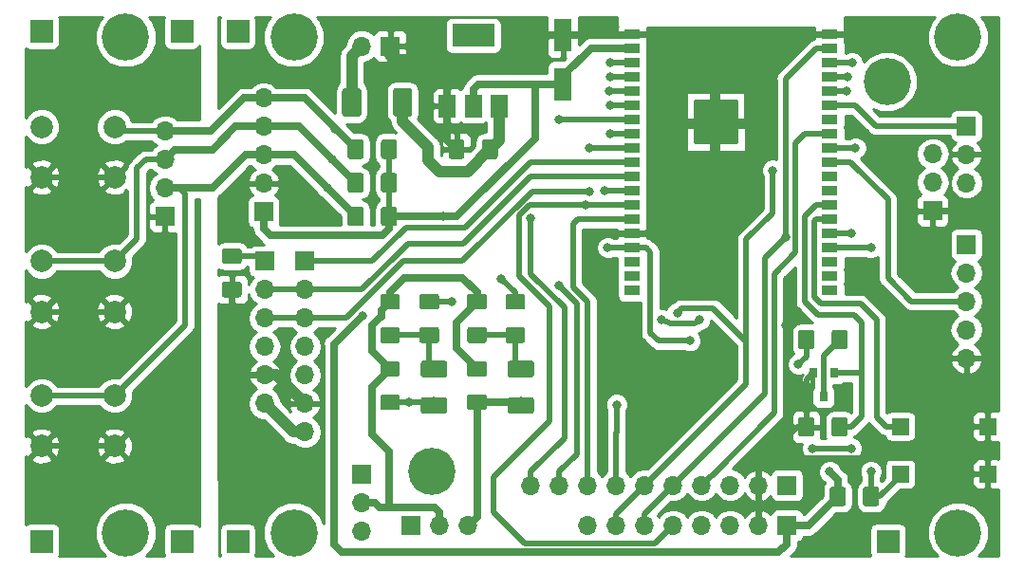
<source format=gtl>
G04 #@! TF.GenerationSoftware,KiCad,Pcbnew,(5.0.0)*
G04 #@! TF.CreationDate,2021-01-27T11:34:44+02:00*
G04 #@! TF.ProjectId,ESP32,45535033322E6B696361645F70636200,rev?*
G04 #@! TF.SameCoordinates,Original*
G04 #@! TF.FileFunction,Copper,L1,Top,Signal*
G04 #@! TF.FilePolarity,Positive*
%FSLAX46Y46*%
G04 Gerber Fmt 4.6, Leading zero omitted, Abs format (unit mm)*
G04 Created by KiCad (PCBNEW (5.0.0)) date 01/27/21 11:34:44*
%MOMM*%
%LPD*%
G01*
G04 APERTURE LIST*
G04 #@! TA.AperFunction,ComponentPad*
%ADD10O,1.700000X1.700000*%
G04 #@! TD*
G04 #@! TA.AperFunction,ComponentPad*
%ADD11R,1.700000X1.700000*%
G04 #@! TD*
G04 #@! TA.AperFunction,Conductor*
%ADD12C,0.100000*%
G04 #@! TD*
G04 #@! TA.AperFunction,SMDPad,CuDef*
%ADD13C,1.500000*%
G04 #@! TD*
G04 #@! TA.AperFunction,SMDPad,CuDef*
%ADD14R,1.450000X0.930000*%
G04 #@! TD*
G04 #@! TA.AperFunction,SMDPad,CuDef*
%ADD15R,2.000000X2.000000*%
G04 #@! TD*
G04 #@! TA.AperFunction,ComponentPad*
%ADD16C,4.200000*%
G04 #@! TD*
G04 #@! TA.AperFunction,SMDPad,CuDef*
%ADD17C,1.700000*%
G04 #@! TD*
G04 #@! TA.AperFunction,SMDPad,CuDef*
%ADD18R,1.500000X1.500000*%
G04 #@! TD*
G04 #@! TA.AperFunction,SMDPad,CuDef*
%ADD19C,1.425000*%
G04 #@! TD*
G04 #@! TA.AperFunction,SMDPad,CuDef*
%ADD20R,1.600000X3.000000*%
G04 #@! TD*
G04 #@! TA.AperFunction,SMDPad,CuDef*
%ADD21R,1.500000X2.000000*%
G04 #@! TD*
G04 #@! TA.AperFunction,SMDPad,CuDef*
%ADD22R,3.800000X2.000000*%
G04 #@! TD*
G04 #@! TA.AperFunction,ComponentPad*
%ADD23C,2.000000*%
G04 #@! TD*
G04 #@! TA.AperFunction,SMDPad,CuDef*
%ADD24R,0.800000X0.900000*%
G04 #@! TD*
G04 #@! TA.AperFunction,ViaPad*
%ADD25C,0.800000*%
G04 #@! TD*
G04 #@! TA.AperFunction,Conductor*
%ADD26C,1.000000*%
G04 #@! TD*
G04 #@! TA.AperFunction,Conductor*
%ADD27C,0.500000*%
G04 #@! TD*
G04 #@! TA.AperFunction,Conductor*
%ADD28C,0.700000*%
G04 #@! TD*
G04 #@! TA.AperFunction,Conductor*
%ADD29C,0.254000*%
G04 #@! TD*
G04 APERTURE END LIST*
D10*
G04 #@! TO.P,P2,3*
G04 #@! TO.N,+3V3*
X146800000Y-72100000D03*
G04 #@! TO.P,P2,2*
G04 #@! TO.N,GND*
X146800000Y-69560000D03*
D11*
G04 #@! TO.P,P2,1*
G04 #@! TO.N,IR*
X146800000Y-67020000D03*
G04 #@! TD*
D12*
G04 #@! TO.N,Net-(C6-Pad2)*
G04 #@! TO.C,C6*
G36*
X107999504Y-91226204D02*
X108023773Y-91229804D01*
X108047571Y-91235765D01*
X108070671Y-91244030D01*
X108092849Y-91254520D01*
X108113893Y-91267133D01*
X108133598Y-91281747D01*
X108151777Y-91298223D01*
X108168253Y-91316402D01*
X108182867Y-91336107D01*
X108195480Y-91357151D01*
X108205970Y-91379329D01*
X108214235Y-91402429D01*
X108220196Y-91426227D01*
X108223796Y-91450496D01*
X108225000Y-91475000D01*
X108225000Y-92475000D01*
X108223796Y-92499504D01*
X108220196Y-92523773D01*
X108214235Y-92547571D01*
X108205970Y-92570671D01*
X108195480Y-92592849D01*
X108182867Y-92613893D01*
X108168253Y-92633598D01*
X108151777Y-92651777D01*
X108133598Y-92668253D01*
X108113893Y-92682867D01*
X108092849Y-92695480D01*
X108070671Y-92705970D01*
X108047571Y-92714235D01*
X108023773Y-92720196D01*
X107999504Y-92723796D01*
X107975000Y-92725000D01*
X106125000Y-92725000D01*
X106100496Y-92723796D01*
X106076227Y-92720196D01*
X106052429Y-92714235D01*
X106029329Y-92705970D01*
X106007151Y-92695480D01*
X105986107Y-92682867D01*
X105966402Y-92668253D01*
X105948223Y-92651777D01*
X105931747Y-92633598D01*
X105917133Y-92613893D01*
X105904520Y-92592849D01*
X105894030Y-92570671D01*
X105885765Y-92547571D01*
X105879804Y-92523773D01*
X105876204Y-92499504D01*
X105875000Y-92475000D01*
X105875000Y-91475000D01*
X105876204Y-91450496D01*
X105879804Y-91426227D01*
X105885765Y-91402429D01*
X105894030Y-91379329D01*
X105904520Y-91357151D01*
X105917133Y-91336107D01*
X105931747Y-91316402D01*
X105948223Y-91298223D01*
X105966402Y-91281747D01*
X105986107Y-91267133D01*
X106007151Y-91254520D01*
X106029329Y-91244030D01*
X106052429Y-91235765D01*
X106076227Y-91229804D01*
X106100496Y-91226204D01*
X106125000Y-91225000D01*
X107975000Y-91225000D01*
X107999504Y-91226204D01*
X107999504Y-91226204D01*
G37*
D13*
G04 #@! TD*
G04 #@! TO.P,C6,2*
G04 #@! TO.N,Net-(C6-Pad2)*
X107050000Y-91975000D03*
D12*
G04 #@! TO.N,Net-(C4-Pad2)*
G04 #@! TO.C,C6*
G36*
X107999504Y-87976204D02*
X108023773Y-87979804D01*
X108047571Y-87985765D01*
X108070671Y-87994030D01*
X108092849Y-88004520D01*
X108113893Y-88017133D01*
X108133598Y-88031747D01*
X108151777Y-88048223D01*
X108168253Y-88066402D01*
X108182867Y-88086107D01*
X108195480Y-88107151D01*
X108205970Y-88129329D01*
X108214235Y-88152429D01*
X108220196Y-88176227D01*
X108223796Y-88200496D01*
X108225000Y-88225000D01*
X108225000Y-89225000D01*
X108223796Y-89249504D01*
X108220196Y-89273773D01*
X108214235Y-89297571D01*
X108205970Y-89320671D01*
X108195480Y-89342849D01*
X108182867Y-89363893D01*
X108168253Y-89383598D01*
X108151777Y-89401777D01*
X108133598Y-89418253D01*
X108113893Y-89432867D01*
X108092849Y-89445480D01*
X108070671Y-89455970D01*
X108047571Y-89464235D01*
X108023773Y-89470196D01*
X107999504Y-89473796D01*
X107975000Y-89475000D01*
X106125000Y-89475000D01*
X106100496Y-89473796D01*
X106076227Y-89470196D01*
X106052429Y-89464235D01*
X106029329Y-89455970D01*
X106007151Y-89445480D01*
X105986107Y-89432867D01*
X105966402Y-89418253D01*
X105948223Y-89401777D01*
X105931747Y-89383598D01*
X105917133Y-89363893D01*
X105904520Y-89342849D01*
X105894030Y-89320671D01*
X105885765Y-89297571D01*
X105879804Y-89273773D01*
X105876204Y-89249504D01*
X105875000Y-89225000D01*
X105875000Y-88225000D01*
X105876204Y-88200496D01*
X105879804Y-88176227D01*
X105885765Y-88152429D01*
X105894030Y-88129329D01*
X105904520Y-88107151D01*
X105917133Y-88086107D01*
X105931747Y-88066402D01*
X105948223Y-88048223D01*
X105966402Y-88031747D01*
X105986107Y-88017133D01*
X106007151Y-88004520D01*
X106029329Y-87994030D01*
X106052429Y-87985765D01*
X106076227Y-87979804D01*
X106100496Y-87976204D01*
X106125000Y-87975000D01*
X107975000Y-87975000D01*
X107999504Y-87976204D01*
X107999504Y-87976204D01*
G37*
D13*
G04 #@! TD*
G04 #@! TO.P,C6,1*
G04 #@! TO.N,Net-(C4-Pad2)*
X107050000Y-88725000D03*
D12*
G04 #@! TO.N,Net-(C5-Pad2)*
G04 #@! TO.C,C5*
G36*
X100249504Y-91226204D02*
X100273773Y-91229804D01*
X100297571Y-91235765D01*
X100320671Y-91244030D01*
X100342849Y-91254520D01*
X100363893Y-91267133D01*
X100383598Y-91281747D01*
X100401777Y-91298223D01*
X100418253Y-91316402D01*
X100432867Y-91336107D01*
X100445480Y-91357151D01*
X100455970Y-91379329D01*
X100464235Y-91402429D01*
X100470196Y-91426227D01*
X100473796Y-91450496D01*
X100475000Y-91475000D01*
X100475000Y-92475000D01*
X100473796Y-92499504D01*
X100470196Y-92523773D01*
X100464235Y-92547571D01*
X100455970Y-92570671D01*
X100445480Y-92592849D01*
X100432867Y-92613893D01*
X100418253Y-92633598D01*
X100401777Y-92651777D01*
X100383598Y-92668253D01*
X100363893Y-92682867D01*
X100342849Y-92695480D01*
X100320671Y-92705970D01*
X100297571Y-92714235D01*
X100273773Y-92720196D01*
X100249504Y-92723796D01*
X100225000Y-92725000D01*
X98375000Y-92725000D01*
X98350496Y-92723796D01*
X98326227Y-92720196D01*
X98302429Y-92714235D01*
X98279329Y-92705970D01*
X98257151Y-92695480D01*
X98236107Y-92682867D01*
X98216402Y-92668253D01*
X98198223Y-92651777D01*
X98181747Y-92633598D01*
X98167133Y-92613893D01*
X98154520Y-92592849D01*
X98144030Y-92570671D01*
X98135765Y-92547571D01*
X98129804Y-92523773D01*
X98126204Y-92499504D01*
X98125000Y-92475000D01*
X98125000Y-91475000D01*
X98126204Y-91450496D01*
X98129804Y-91426227D01*
X98135765Y-91402429D01*
X98144030Y-91379329D01*
X98154520Y-91357151D01*
X98167133Y-91336107D01*
X98181747Y-91316402D01*
X98198223Y-91298223D01*
X98216402Y-91281747D01*
X98236107Y-91267133D01*
X98257151Y-91254520D01*
X98279329Y-91244030D01*
X98302429Y-91235765D01*
X98326227Y-91229804D01*
X98350496Y-91226204D01*
X98375000Y-91225000D01*
X100225000Y-91225000D01*
X100249504Y-91226204D01*
X100249504Y-91226204D01*
G37*
D13*
G04 #@! TD*
G04 #@! TO.P,C5,2*
G04 #@! TO.N,Net-(C5-Pad2)*
X99300000Y-91975000D03*
D12*
G04 #@! TO.N,Net-(C3-Pad1)*
G04 #@! TO.C,C5*
G36*
X100249504Y-87976204D02*
X100273773Y-87979804D01*
X100297571Y-87985765D01*
X100320671Y-87994030D01*
X100342849Y-88004520D01*
X100363893Y-88017133D01*
X100383598Y-88031747D01*
X100401777Y-88048223D01*
X100418253Y-88066402D01*
X100432867Y-88086107D01*
X100445480Y-88107151D01*
X100455970Y-88129329D01*
X100464235Y-88152429D01*
X100470196Y-88176227D01*
X100473796Y-88200496D01*
X100475000Y-88225000D01*
X100475000Y-89225000D01*
X100473796Y-89249504D01*
X100470196Y-89273773D01*
X100464235Y-89297571D01*
X100455970Y-89320671D01*
X100445480Y-89342849D01*
X100432867Y-89363893D01*
X100418253Y-89383598D01*
X100401777Y-89401777D01*
X100383598Y-89418253D01*
X100363893Y-89432867D01*
X100342849Y-89445480D01*
X100320671Y-89455970D01*
X100297571Y-89464235D01*
X100273773Y-89470196D01*
X100249504Y-89473796D01*
X100225000Y-89475000D01*
X98375000Y-89475000D01*
X98350496Y-89473796D01*
X98326227Y-89470196D01*
X98302429Y-89464235D01*
X98279329Y-89455970D01*
X98257151Y-89445480D01*
X98236107Y-89432867D01*
X98216402Y-89418253D01*
X98198223Y-89401777D01*
X98181747Y-89383598D01*
X98167133Y-89363893D01*
X98154520Y-89342849D01*
X98144030Y-89320671D01*
X98135765Y-89297571D01*
X98129804Y-89273773D01*
X98126204Y-89249504D01*
X98125000Y-89225000D01*
X98125000Y-88225000D01*
X98126204Y-88200496D01*
X98129804Y-88176227D01*
X98135765Y-88152429D01*
X98144030Y-88129329D01*
X98154520Y-88107151D01*
X98167133Y-88086107D01*
X98181747Y-88066402D01*
X98198223Y-88048223D01*
X98216402Y-88031747D01*
X98236107Y-88017133D01*
X98257151Y-88004520D01*
X98279329Y-87994030D01*
X98302429Y-87985765D01*
X98326227Y-87979804D01*
X98350496Y-87976204D01*
X98375000Y-87975000D01*
X100225000Y-87975000D01*
X100249504Y-87976204D01*
X100249504Y-87976204D01*
G37*
D13*
G04 #@! TD*
G04 #@! TO.P,C5,1*
G04 #@! TO.N,Net-(C3-Pad1)*
X99300000Y-88725000D03*
D14*
G04 #@! TO.P,U1,1*
G04 #@! TO.N,GND*
X116990000Y-58840000D03*
G04 #@! TO.P,U1,2*
G04 #@! TO.N,+3V3*
X116990000Y-60110000D03*
G04 #@! TO.P,U1,3*
G04 #@! TO.N,Net-(R3-Pad2)*
X116990000Y-61380000D03*
G04 #@! TO.P,U1,4*
G04 #@! TO.N,BTN_A*
X116990000Y-62650000D03*
G04 #@! TO.P,U1,5*
G04 #@! TO.N,BTN_B*
X116990000Y-63920000D03*
G04 #@! TO.P,U1,6*
G04 #@! TO.N,IO34*
X116990000Y-65190000D03*
G04 #@! TO.P,U1,7*
G04 #@! TO.N,BTN_C*
X116990000Y-66460000D03*
G04 #@! TO.P,U1,8*
G04 #@! TO.N,IO32*
X116990000Y-67730000D03*
G04 #@! TO.P,U1,9*
G04 #@! TO.N,IO33*
X116990000Y-69000000D03*
G04 #@! TO.P,U1,10*
G04 #@! TO.N,PCM-LRCK*
X116990000Y-70270000D03*
G04 #@! TO.P,U1,11*
G04 #@! TO.N,PCM-BCK*
X116990000Y-71540000D03*
G04 #@! TO.P,U1,12*
G04 #@! TO.N,ENC_B*
X116990000Y-72810000D03*
G04 #@! TO.P,U1,13*
G04 #@! TO.N,TFT-A0*
X116990000Y-74080000D03*
G04 #@! TO.P,U1,14*
G04 #@! TO.N,IO12*
X116990000Y-75350000D03*
G04 #@! TO.P,U1,15*
G04 #@! TO.N,GND*
X116990000Y-76620000D03*
G04 #@! TO.P,U1,16*
G04 #@! TO.N,TFT-CS*
X116990000Y-77890000D03*
G04 #@! TO.P,U1,17*
G04 #@! TO.N,IO9*
X116990000Y-79160000D03*
G04 #@! TO.P,U1,18*
G04 #@! TO.N,IO10*
X116990000Y-80430000D03*
G04 #@! TO.P,U1,19*
G04 #@! TO.N,IO11*
X116990000Y-81700000D03*
G04 #@! TO.P,U1,20*
G04 #@! TO.N,IO6*
X134610000Y-81700000D03*
G04 #@! TO.P,U1,21*
G04 #@! TO.N,IO7*
X134610000Y-80430000D03*
G04 #@! TO.P,U1,22*
G04 #@! TO.N,IO8*
X134610000Y-79160000D03*
G04 #@! TO.P,U1,23*
G04 #@! TO.N,ENC_A*
X134610000Y-77890000D03*
G04 #@! TO.P,U1,24*
G04 #@! TO.N,TFT-RESET*
X134610000Y-76620000D03*
G04 #@! TO.P,U1,25*
G04 #@! TO.N,Net-(SW1-Pad1)*
X134610000Y-75350000D03*
G04 #@! TO.P,U1,26*
G04 #@! TO.N,LCD_BCKL*
X134610000Y-74080000D03*
G04 #@! TO.P,U1,27*
G04 #@! TO.N,Net-(U1-Pad27)*
X134610000Y-72810000D03*
G04 #@! TO.P,U1,28*
G04 #@! TO.N,Net-(U1-Pad28)*
X134610000Y-71540000D03*
G04 #@! TO.P,U1,29*
G04 #@! TO.N,ENC_BTN*
X134610000Y-70270000D03*
G04 #@! TO.P,U1,30*
G04 #@! TO.N,TFT-SCK*
X134610000Y-69000000D03*
G04 #@! TO.P,U1,31*
G04 #@! TO.N,IO19*
X134610000Y-67730000D03*
G04 #@! TO.P,U1,32*
G04 #@! TO.N,N/C*
X134610000Y-66460000D03*
G04 #@! TO.P,U1,33*
G04 #@! TO.N,IR*
X134610000Y-65190000D03*
G04 #@! TO.P,U1,34*
G04 #@! TO.N,RX*
X134610000Y-63920000D03*
G04 #@! TO.P,U1,35*
G04 #@! TO.N,TX*
X134610000Y-62650000D03*
G04 #@! TO.P,U1,36*
G04 #@! TO.N,PCM-DIN*
X134610000Y-61380000D03*
G04 #@! TO.P,U1,37*
G04 #@! TO.N,TFT-SDA*
X134610000Y-60110000D03*
G04 #@! TO.P,U1,38*
G04 #@! TO.N,GND*
X134610000Y-58840000D03*
G04 #@! TD*
D15*
G04 #@! TO.P,REF\002A\002A,1*
G04 #@! TO.N,N/C*
X64300000Y-104100000D03*
G04 #@! TD*
G04 #@! TO.P,REF\002A\002A,1*
G04 #@! TO.N,N/C*
X64300000Y-58600000D03*
G04 #@! TD*
G04 #@! TO.P,REF\002A\002A,1*
G04 #@! TO.N,N/C*
X81800000Y-58600000D03*
G04 #@! TD*
G04 #@! TO.P,REF\002A\002A,1*
G04 #@! TO.N,N/C*
X76800000Y-58600000D03*
G04 #@! TD*
G04 #@! TO.P,REF\002A\002A,1*
G04 #@! TO.N,N/C*
X76800000Y-104100000D03*
G04 #@! TD*
D16*
G04 #@! TO.P,Hole,TP*
G04 #@! TO.N,N/C*
X71800000Y-103350000D03*
G04 #@! TD*
G04 #@! TO.P,Hole,TP*
G04 #@! TO.N,N/C*
X71800000Y-59100000D03*
G04 #@! TD*
G04 #@! TO.P,Hole,TP*
G04 #@! TO.N,N/C*
X146050000Y-103350000D03*
G04 #@! TD*
G04 #@! TO.P,Hole,TP*
G04 #@! TO.N,N/C*
X139738000Y-63076000D03*
G04 #@! TD*
G04 #@! TO.P,Hole,TP*
G04 #@! TO.N,N/C*
X146050000Y-59100000D03*
G04 #@! TD*
G04 #@! TO.P,Hole,TP*
G04 #@! TO.N,N/C*
X86800000Y-59100000D03*
G04 #@! TD*
G04 #@! TO.P,Hole,TP*
G04 #@! TO.N,N/C*
X86800000Y-103350000D03*
G04 #@! TD*
D15*
G04 #@! TO.P,REF\002A\002A,1*
G04 #@! TO.N,N/C*
X139800000Y-104100000D03*
G04 #@! TD*
D12*
G04 #@! TO.N,+5V-out*
G04 #@! TO.C,D2*
G36*
X97129504Y-63646204D02*
X97153773Y-63649804D01*
X97177571Y-63655765D01*
X97200671Y-63664030D01*
X97222849Y-63674520D01*
X97243893Y-63687133D01*
X97263598Y-63701747D01*
X97281777Y-63718223D01*
X97298253Y-63736402D01*
X97312867Y-63756107D01*
X97325480Y-63777151D01*
X97335970Y-63799329D01*
X97344235Y-63822429D01*
X97350196Y-63846227D01*
X97353796Y-63870496D01*
X97355000Y-63895000D01*
X97355000Y-65945000D01*
X97353796Y-65969504D01*
X97350196Y-65993773D01*
X97344235Y-66017571D01*
X97335970Y-66040671D01*
X97325480Y-66062849D01*
X97312867Y-66083893D01*
X97298253Y-66103598D01*
X97281777Y-66121777D01*
X97263598Y-66138253D01*
X97243893Y-66152867D01*
X97222849Y-66165480D01*
X97200671Y-66175970D01*
X97177571Y-66184235D01*
X97153773Y-66190196D01*
X97129504Y-66193796D01*
X97105000Y-66195000D01*
X95905000Y-66195000D01*
X95880496Y-66193796D01*
X95856227Y-66190196D01*
X95832429Y-66184235D01*
X95809329Y-66175970D01*
X95787151Y-66165480D01*
X95766107Y-66152867D01*
X95746402Y-66138253D01*
X95728223Y-66121777D01*
X95711747Y-66103598D01*
X95697133Y-66083893D01*
X95684520Y-66062849D01*
X95674030Y-66040671D01*
X95665765Y-66017571D01*
X95659804Y-65993773D01*
X95656204Y-65969504D01*
X95655000Y-65945000D01*
X95655000Y-63895000D01*
X95656204Y-63870496D01*
X95659804Y-63846227D01*
X95665765Y-63822429D01*
X95674030Y-63799329D01*
X95684520Y-63777151D01*
X95697133Y-63756107D01*
X95711747Y-63736402D01*
X95728223Y-63718223D01*
X95746402Y-63701747D01*
X95766107Y-63687133D01*
X95787151Y-63674520D01*
X95809329Y-63664030D01*
X95832429Y-63655765D01*
X95856227Y-63649804D01*
X95880496Y-63646204D01*
X95905000Y-63645000D01*
X97105000Y-63645000D01*
X97129504Y-63646204D01*
X97129504Y-63646204D01*
G37*
D17*
G04 #@! TD*
G04 #@! TO.P,D2,2*
G04 #@! TO.N,+5V-out*
X96505000Y-64920000D03*
D12*
G04 #@! TO.N,+5V*
G04 #@! TO.C,D2*
G36*
X92579504Y-63646204D02*
X92603773Y-63649804D01*
X92627571Y-63655765D01*
X92650671Y-63664030D01*
X92672849Y-63674520D01*
X92693893Y-63687133D01*
X92713598Y-63701747D01*
X92731777Y-63718223D01*
X92748253Y-63736402D01*
X92762867Y-63756107D01*
X92775480Y-63777151D01*
X92785970Y-63799329D01*
X92794235Y-63822429D01*
X92800196Y-63846227D01*
X92803796Y-63870496D01*
X92805000Y-63895000D01*
X92805000Y-65945000D01*
X92803796Y-65969504D01*
X92800196Y-65993773D01*
X92794235Y-66017571D01*
X92785970Y-66040671D01*
X92775480Y-66062849D01*
X92762867Y-66083893D01*
X92748253Y-66103598D01*
X92731777Y-66121777D01*
X92713598Y-66138253D01*
X92693893Y-66152867D01*
X92672849Y-66165480D01*
X92650671Y-66175970D01*
X92627571Y-66184235D01*
X92603773Y-66190196D01*
X92579504Y-66193796D01*
X92555000Y-66195000D01*
X91355000Y-66195000D01*
X91330496Y-66193796D01*
X91306227Y-66190196D01*
X91282429Y-66184235D01*
X91259329Y-66175970D01*
X91237151Y-66165480D01*
X91216107Y-66152867D01*
X91196402Y-66138253D01*
X91178223Y-66121777D01*
X91161747Y-66103598D01*
X91147133Y-66083893D01*
X91134520Y-66062849D01*
X91124030Y-66040671D01*
X91115765Y-66017571D01*
X91109804Y-65993773D01*
X91106204Y-65969504D01*
X91105000Y-65945000D01*
X91105000Y-63895000D01*
X91106204Y-63870496D01*
X91109804Y-63846227D01*
X91115765Y-63822429D01*
X91124030Y-63799329D01*
X91134520Y-63777151D01*
X91147133Y-63756107D01*
X91161747Y-63736402D01*
X91178223Y-63718223D01*
X91196402Y-63701747D01*
X91216107Y-63687133D01*
X91237151Y-63674520D01*
X91259329Y-63664030D01*
X91282429Y-63655765D01*
X91306227Y-63649804D01*
X91330496Y-63646204D01*
X91355000Y-63645000D01*
X92555000Y-63645000D01*
X92579504Y-63646204D01*
X92579504Y-63646204D01*
G37*
D17*
G04 #@! TD*
G04 #@! TO.P,D2,1*
G04 #@! TO.N,+5V*
X91955000Y-64920000D03*
D10*
G04 #@! TO.P,P10,3*
G04 #@! TO.N,TX*
X143800000Y-69520000D03*
G04 #@! TO.P,P10,2*
G04 #@! TO.N,RX*
X143800000Y-72060000D03*
D11*
G04 #@! TO.P,P10,1*
G04 #@! TO.N,GND*
X143800000Y-74600000D03*
G04 #@! TD*
D10*
G04 #@! TO.P,P3,5*
G04 #@! TO.N,GND*
X146800000Y-87760000D03*
G04 #@! TO.P,P3,4*
G04 #@! TO.N,+3V3*
X146800000Y-85220000D03*
G04 #@! TO.P,P3,3*
G04 #@! TO.N,ENC_BTN*
X146800000Y-82680000D03*
G04 #@! TO.P,P3,2*
G04 #@! TO.N,ENC_A*
X146800000Y-80140000D03*
D11*
G04 #@! TO.P,P3,1*
G04 #@! TO.N,ENC_B*
X146800000Y-77600000D03*
G04 #@! TD*
D10*
G04 #@! TO.P,P7,6*
G04 #@! TO.N,+5V-out*
X84200000Y-91800000D03*
G04 #@! TO.P,P7,5*
G04 #@! TO.N,GND*
X84200000Y-89260000D03*
G04 #@! TO.P,P7,4*
G04 #@! TO.N,PCM-LRCK*
X84200000Y-86720000D03*
G04 #@! TO.P,P7,3*
G04 #@! TO.N,PCM-DIN*
X84200000Y-84180000D03*
G04 #@! TO.P,P7,2*
G04 #@! TO.N,PCM-BCK*
X84200000Y-81640000D03*
D11*
G04 #@! TO.P,P7,1*
G04 #@! TO.N,PCM-SCK*
X84200000Y-79100000D03*
G04 #@! TD*
D18*
G04 #@! TO.P,SW1,2*
G04 #@! TO.N,GND*
X148700000Y-93850000D03*
G04 #@! TO.P,SW1,1*
G04 #@! TO.N,Net-(SW1-Pad1)*
X140900000Y-93850000D03*
G04 #@! TD*
G04 #@! TO.P,SW2,2*
G04 #@! TO.N,Net-(R3-Pad2)*
X140900000Y-98100000D03*
G04 #@! TO.P,SW2,1*
G04 #@! TO.N,GND*
X148700000Y-98100000D03*
G04 #@! TD*
D10*
G04 #@! TO.P,P1,2*
G04 #@! TO.N,+5V*
X92860000Y-59900000D03*
D11*
G04 #@! TO.P,P1,1*
G04 #@! TO.N,GND*
X95400000Y-59900000D03*
G04 #@! TD*
D12*
G04 #@! TO.N,Net-(R3-Pad2)*
G04 #@! TO.C,R3*
G36*
X138774504Y-99226204D02*
X138798773Y-99229804D01*
X138822571Y-99235765D01*
X138845671Y-99244030D01*
X138867849Y-99254520D01*
X138888893Y-99267133D01*
X138908598Y-99281747D01*
X138926777Y-99298223D01*
X138943253Y-99316402D01*
X138957867Y-99336107D01*
X138970480Y-99357151D01*
X138980970Y-99379329D01*
X138989235Y-99402429D01*
X138995196Y-99426227D01*
X138998796Y-99450496D01*
X139000000Y-99475000D01*
X139000000Y-100725000D01*
X138998796Y-100749504D01*
X138995196Y-100773773D01*
X138989235Y-100797571D01*
X138980970Y-100820671D01*
X138970480Y-100842849D01*
X138957867Y-100863893D01*
X138943253Y-100883598D01*
X138926777Y-100901777D01*
X138908598Y-100918253D01*
X138888893Y-100932867D01*
X138867849Y-100945480D01*
X138845671Y-100955970D01*
X138822571Y-100964235D01*
X138798773Y-100970196D01*
X138774504Y-100973796D01*
X138750000Y-100975000D01*
X137825000Y-100975000D01*
X137800496Y-100973796D01*
X137776227Y-100970196D01*
X137752429Y-100964235D01*
X137729329Y-100955970D01*
X137707151Y-100945480D01*
X137686107Y-100932867D01*
X137666402Y-100918253D01*
X137648223Y-100901777D01*
X137631747Y-100883598D01*
X137617133Y-100863893D01*
X137604520Y-100842849D01*
X137594030Y-100820671D01*
X137585765Y-100797571D01*
X137579804Y-100773773D01*
X137576204Y-100749504D01*
X137575000Y-100725000D01*
X137575000Y-99475000D01*
X137576204Y-99450496D01*
X137579804Y-99426227D01*
X137585765Y-99402429D01*
X137594030Y-99379329D01*
X137604520Y-99357151D01*
X137617133Y-99336107D01*
X137631747Y-99316402D01*
X137648223Y-99298223D01*
X137666402Y-99281747D01*
X137686107Y-99267133D01*
X137707151Y-99254520D01*
X137729329Y-99244030D01*
X137752429Y-99235765D01*
X137776227Y-99229804D01*
X137800496Y-99226204D01*
X137825000Y-99225000D01*
X138750000Y-99225000D01*
X138774504Y-99226204D01*
X138774504Y-99226204D01*
G37*
D19*
G04 #@! TD*
G04 #@! TO.P,R3,2*
G04 #@! TO.N,Net-(R3-Pad2)*
X138287500Y-100100000D03*
D12*
G04 #@! TO.N,+3V3*
G04 #@! TO.C,R3*
G36*
X135799504Y-99226204D02*
X135823773Y-99229804D01*
X135847571Y-99235765D01*
X135870671Y-99244030D01*
X135892849Y-99254520D01*
X135913893Y-99267133D01*
X135933598Y-99281747D01*
X135951777Y-99298223D01*
X135968253Y-99316402D01*
X135982867Y-99336107D01*
X135995480Y-99357151D01*
X136005970Y-99379329D01*
X136014235Y-99402429D01*
X136020196Y-99426227D01*
X136023796Y-99450496D01*
X136025000Y-99475000D01*
X136025000Y-100725000D01*
X136023796Y-100749504D01*
X136020196Y-100773773D01*
X136014235Y-100797571D01*
X136005970Y-100820671D01*
X135995480Y-100842849D01*
X135982867Y-100863893D01*
X135968253Y-100883598D01*
X135951777Y-100901777D01*
X135933598Y-100918253D01*
X135913893Y-100932867D01*
X135892849Y-100945480D01*
X135870671Y-100955970D01*
X135847571Y-100964235D01*
X135823773Y-100970196D01*
X135799504Y-100973796D01*
X135775000Y-100975000D01*
X134850000Y-100975000D01*
X134825496Y-100973796D01*
X134801227Y-100970196D01*
X134777429Y-100964235D01*
X134754329Y-100955970D01*
X134732151Y-100945480D01*
X134711107Y-100932867D01*
X134691402Y-100918253D01*
X134673223Y-100901777D01*
X134656747Y-100883598D01*
X134642133Y-100863893D01*
X134629520Y-100842849D01*
X134619030Y-100820671D01*
X134610765Y-100797571D01*
X134604804Y-100773773D01*
X134601204Y-100749504D01*
X134600000Y-100725000D01*
X134600000Y-99475000D01*
X134601204Y-99450496D01*
X134604804Y-99426227D01*
X134610765Y-99402429D01*
X134619030Y-99379329D01*
X134629520Y-99357151D01*
X134642133Y-99336107D01*
X134656747Y-99316402D01*
X134673223Y-99298223D01*
X134691402Y-99281747D01*
X134711107Y-99267133D01*
X134732151Y-99254520D01*
X134754329Y-99244030D01*
X134777429Y-99235765D01*
X134801227Y-99229804D01*
X134825496Y-99226204D01*
X134850000Y-99225000D01*
X135775000Y-99225000D01*
X135799504Y-99226204D01*
X135799504Y-99226204D01*
G37*
D19*
G04 #@! TD*
G04 #@! TO.P,R3,1*
G04 #@! TO.N,+3V3*
X135312500Y-100100000D03*
D12*
G04 #@! TO.N,PCM-SCK*
G04 #@! TO.C,R4*
G36*
X81909504Y-77941204D02*
X81933773Y-77944804D01*
X81957571Y-77950765D01*
X81980671Y-77959030D01*
X82002849Y-77969520D01*
X82023893Y-77982133D01*
X82043598Y-77996747D01*
X82061777Y-78013223D01*
X82078253Y-78031402D01*
X82092867Y-78051107D01*
X82105480Y-78072151D01*
X82115970Y-78094329D01*
X82124235Y-78117429D01*
X82130196Y-78141227D01*
X82133796Y-78165496D01*
X82135000Y-78190000D01*
X82135000Y-79115000D01*
X82133796Y-79139504D01*
X82130196Y-79163773D01*
X82124235Y-79187571D01*
X82115970Y-79210671D01*
X82105480Y-79232849D01*
X82092867Y-79253893D01*
X82078253Y-79273598D01*
X82061777Y-79291777D01*
X82043598Y-79308253D01*
X82023893Y-79322867D01*
X82002849Y-79335480D01*
X81980671Y-79345970D01*
X81957571Y-79354235D01*
X81933773Y-79360196D01*
X81909504Y-79363796D01*
X81885000Y-79365000D01*
X80635000Y-79365000D01*
X80610496Y-79363796D01*
X80586227Y-79360196D01*
X80562429Y-79354235D01*
X80539329Y-79345970D01*
X80517151Y-79335480D01*
X80496107Y-79322867D01*
X80476402Y-79308253D01*
X80458223Y-79291777D01*
X80441747Y-79273598D01*
X80427133Y-79253893D01*
X80414520Y-79232849D01*
X80404030Y-79210671D01*
X80395765Y-79187571D01*
X80389804Y-79163773D01*
X80386204Y-79139504D01*
X80385000Y-79115000D01*
X80385000Y-78190000D01*
X80386204Y-78165496D01*
X80389804Y-78141227D01*
X80395765Y-78117429D01*
X80404030Y-78094329D01*
X80414520Y-78072151D01*
X80427133Y-78051107D01*
X80441747Y-78031402D01*
X80458223Y-78013223D01*
X80476402Y-77996747D01*
X80496107Y-77982133D01*
X80517151Y-77969520D01*
X80539329Y-77959030D01*
X80562429Y-77950765D01*
X80586227Y-77944804D01*
X80610496Y-77941204D01*
X80635000Y-77940000D01*
X81885000Y-77940000D01*
X81909504Y-77941204D01*
X81909504Y-77941204D01*
G37*
D19*
G04 #@! TD*
G04 #@! TO.P,R4,2*
G04 #@! TO.N,PCM-SCK*
X81260000Y-78652500D03*
D12*
G04 #@! TO.N,GND*
G04 #@! TO.C,R4*
G36*
X81909504Y-80916204D02*
X81933773Y-80919804D01*
X81957571Y-80925765D01*
X81980671Y-80934030D01*
X82002849Y-80944520D01*
X82023893Y-80957133D01*
X82043598Y-80971747D01*
X82061777Y-80988223D01*
X82078253Y-81006402D01*
X82092867Y-81026107D01*
X82105480Y-81047151D01*
X82115970Y-81069329D01*
X82124235Y-81092429D01*
X82130196Y-81116227D01*
X82133796Y-81140496D01*
X82135000Y-81165000D01*
X82135000Y-82090000D01*
X82133796Y-82114504D01*
X82130196Y-82138773D01*
X82124235Y-82162571D01*
X82115970Y-82185671D01*
X82105480Y-82207849D01*
X82092867Y-82228893D01*
X82078253Y-82248598D01*
X82061777Y-82266777D01*
X82043598Y-82283253D01*
X82023893Y-82297867D01*
X82002849Y-82310480D01*
X81980671Y-82320970D01*
X81957571Y-82329235D01*
X81933773Y-82335196D01*
X81909504Y-82338796D01*
X81885000Y-82340000D01*
X80635000Y-82340000D01*
X80610496Y-82338796D01*
X80586227Y-82335196D01*
X80562429Y-82329235D01*
X80539329Y-82320970D01*
X80517151Y-82310480D01*
X80496107Y-82297867D01*
X80476402Y-82283253D01*
X80458223Y-82266777D01*
X80441747Y-82248598D01*
X80427133Y-82228893D01*
X80414520Y-82207849D01*
X80404030Y-82185671D01*
X80395765Y-82162571D01*
X80389804Y-82138773D01*
X80386204Y-82114504D01*
X80385000Y-82090000D01*
X80385000Y-81165000D01*
X80386204Y-81140496D01*
X80389804Y-81116227D01*
X80395765Y-81092429D01*
X80404030Y-81069329D01*
X80414520Y-81047151D01*
X80427133Y-81026107D01*
X80441747Y-81006402D01*
X80458223Y-80988223D01*
X80476402Y-80971747D01*
X80496107Y-80957133D01*
X80517151Y-80944520D01*
X80539329Y-80934030D01*
X80562429Y-80925765D01*
X80586227Y-80919804D01*
X80610496Y-80916204D01*
X80635000Y-80915000D01*
X81885000Y-80915000D01*
X81909504Y-80916204D01*
X81909504Y-80916204D01*
G37*
D19*
G04 #@! TD*
G04 #@! TO.P,R4,1*
G04 #@! TO.N,GND*
X81260000Y-81627500D03*
D12*
G04 #@! TO.N,GND*
G04 #@! TO.C,C1*
G36*
X101799504Y-68226204D02*
X101823773Y-68229804D01*
X101847571Y-68235765D01*
X101870671Y-68244030D01*
X101892849Y-68254520D01*
X101913893Y-68267133D01*
X101933598Y-68281747D01*
X101951777Y-68298223D01*
X101968253Y-68316402D01*
X101982867Y-68336107D01*
X101995480Y-68357151D01*
X102005970Y-68379329D01*
X102014235Y-68402429D01*
X102020196Y-68426227D01*
X102023796Y-68450496D01*
X102025000Y-68475000D01*
X102025000Y-69725000D01*
X102023796Y-69749504D01*
X102020196Y-69773773D01*
X102014235Y-69797571D01*
X102005970Y-69820671D01*
X101995480Y-69842849D01*
X101982867Y-69863893D01*
X101968253Y-69883598D01*
X101951777Y-69901777D01*
X101933598Y-69918253D01*
X101913893Y-69932867D01*
X101892849Y-69945480D01*
X101870671Y-69955970D01*
X101847571Y-69964235D01*
X101823773Y-69970196D01*
X101799504Y-69973796D01*
X101775000Y-69975000D01*
X100850000Y-69975000D01*
X100825496Y-69973796D01*
X100801227Y-69970196D01*
X100777429Y-69964235D01*
X100754329Y-69955970D01*
X100732151Y-69945480D01*
X100711107Y-69932867D01*
X100691402Y-69918253D01*
X100673223Y-69901777D01*
X100656747Y-69883598D01*
X100642133Y-69863893D01*
X100629520Y-69842849D01*
X100619030Y-69820671D01*
X100610765Y-69797571D01*
X100604804Y-69773773D01*
X100601204Y-69749504D01*
X100600000Y-69725000D01*
X100600000Y-68475000D01*
X100601204Y-68450496D01*
X100604804Y-68426227D01*
X100610765Y-68402429D01*
X100619030Y-68379329D01*
X100629520Y-68357151D01*
X100642133Y-68336107D01*
X100656747Y-68316402D01*
X100673223Y-68298223D01*
X100691402Y-68281747D01*
X100711107Y-68267133D01*
X100732151Y-68254520D01*
X100754329Y-68244030D01*
X100777429Y-68235765D01*
X100801227Y-68229804D01*
X100825496Y-68226204D01*
X100850000Y-68225000D01*
X101775000Y-68225000D01*
X101799504Y-68226204D01*
X101799504Y-68226204D01*
G37*
D19*
G04 #@! TD*
G04 #@! TO.P,C1,2*
G04 #@! TO.N,GND*
X101312500Y-69100000D03*
D12*
G04 #@! TO.N,+5V-out*
G04 #@! TO.C,C1*
G36*
X104774504Y-68226204D02*
X104798773Y-68229804D01*
X104822571Y-68235765D01*
X104845671Y-68244030D01*
X104867849Y-68254520D01*
X104888893Y-68267133D01*
X104908598Y-68281747D01*
X104926777Y-68298223D01*
X104943253Y-68316402D01*
X104957867Y-68336107D01*
X104970480Y-68357151D01*
X104980970Y-68379329D01*
X104989235Y-68402429D01*
X104995196Y-68426227D01*
X104998796Y-68450496D01*
X105000000Y-68475000D01*
X105000000Y-69725000D01*
X104998796Y-69749504D01*
X104995196Y-69773773D01*
X104989235Y-69797571D01*
X104980970Y-69820671D01*
X104970480Y-69842849D01*
X104957867Y-69863893D01*
X104943253Y-69883598D01*
X104926777Y-69901777D01*
X104908598Y-69918253D01*
X104888893Y-69932867D01*
X104867849Y-69945480D01*
X104845671Y-69955970D01*
X104822571Y-69964235D01*
X104798773Y-69970196D01*
X104774504Y-69973796D01*
X104750000Y-69975000D01*
X103825000Y-69975000D01*
X103800496Y-69973796D01*
X103776227Y-69970196D01*
X103752429Y-69964235D01*
X103729329Y-69955970D01*
X103707151Y-69945480D01*
X103686107Y-69932867D01*
X103666402Y-69918253D01*
X103648223Y-69901777D01*
X103631747Y-69883598D01*
X103617133Y-69863893D01*
X103604520Y-69842849D01*
X103594030Y-69820671D01*
X103585765Y-69797571D01*
X103579804Y-69773773D01*
X103576204Y-69749504D01*
X103575000Y-69725000D01*
X103575000Y-68475000D01*
X103576204Y-68450496D01*
X103579804Y-68426227D01*
X103585765Y-68402429D01*
X103594030Y-68379329D01*
X103604520Y-68357151D01*
X103617133Y-68336107D01*
X103631747Y-68316402D01*
X103648223Y-68298223D01*
X103666402Y-68281747D01*
X103686107Y-68267133D01*
X103707151Y-68254520D01*
X103729329Y-68244030D01*
X103752429Y-68235765D01*
X103776227Y-68229804D01*
X103800496Y-68226204D01*
X103825000Y-68225000D01*
X104750000Y-68225000D01*
X104774504Y-68226204D01*
X104774504Y-68226204D01*
G37*
D19*
G04 #@! TD*
G04 #@! TO.P,C1,1*
G04 #@! TO.N,+5V-out*
X104287500Y-69100000D03*
D20*
G04 #@! TO.P,C2,2*
G04 #@! TO.N,GND*
X110800000Y-58900000D03*
G04 #@! TO.P,C2,1*
G04 #@! TO.N,+3V3*
X110800000Y-63300000D03*
G04 #@! TD*
D12*
G04 #@! TO.N,BTN_A*
G04 #@! TO.C,R5*
G36*
X92799504Y-68226204D02*
X92823773Y-68229804D01*
X92847571Y-68235765D01*
X92870671Y-68244030D01*
X92892849Y-68254520D01*
X92913893Y-68267133D01*
X92933598Y-68281747D01*
X92951777Y-68298223D01*
X92968253Y-68316402D01*
X92982867Y-68336107D01*
X92995480Y-68357151D01*
X93005970Y-68379329D01*
X93014235Y-68402429D01*
X93020196Y-68426227D01*
X93023796Y-68450496D01*
X93025000Y-68475000D01*
X93025000Y-69725000D01*
X93023796Y-69749504D01*
X93020196Y-69773773D01*
X93014235Y-69797571D01*
X93005970Y-69820671D01*
X92995480Y-69842849D01*
X92982867Y-69863893D01*
X92968253Y-69883598D01*
X92951777Y-69901777D01*
X92933598Y-69918253D01*
X92913893Y-69932867D01*
X92892849Y-69945480D01*
X92870671Y-69955970D01*
X92847571Y-69964235D01*
X92823773Y-69970196D01*
X92799504Y-69973796D01*
X92775000Y-69975000D01*
X91850000Y-69975000D01*
X91825496Y-69973796D01*
X91801227Y-69970196D01*
X91777429Y-69964235D01*
X91754329Y-69955970D01*
X91732151Y-69945480D01*
X91711107Y-69932867D01*
X91691402Y-69918253D01*
X91673223Y-69901777D01*
X91656747Y-69883598D01*
X91642133Y-69863893D01*
X91629520Y-69842849D01*
X91619030Y-69820671D01*
X91610765Y-69797571D01*
X91604804Y-69773773D01*
X91601204Y-69749504D01*
X91600000Y-69725000D01*
X91600000Y-68475000D01*
X91601204Y-68450496D01*
X91604804Y-68426227D01*
X91610765Y-68402429D01*
X91619030Y-68379329D01*
X91629520Y-68357151D01*
X91642133Y-68336107D01*
X91656747Y-68316402D01*
X91673223Y-68298223D01*
X91691402Y-68281747D01*
X91711107Y-68267133D01*
X91732151Y-68254520D01*
X91754329Y-68244030D01*
X91777429Y-68235765D01*
X91801227Y-68229804D01*
X91825496Y-68226204D01*
X91850000Y-68225000D01*
X92775000Y-68225000D01*
X92799504Y-68226204D01*
X92799504Y-68226204D01*
G37*
D19*
G04 #@! TD*
G04 #@! TO.P,R5,2*
G04 #@! TO.N,BTN_A*
X92312500Y-69100000D03*
D12*
G04 #@! TO.N,+3V3*
G04 #@! TO.C,R5*
G36*
X95774504Y-68226204D02*
X95798773Y-68229804D01*
X95822571Y-68235765D01*
X95845671Y-68244030D01*
X95867849Y-68254520D01*
X95888893Y-68267133D01*
X95908598Y-68281747D01*
X95926777Y-68298223D01*
X95943253Y-68316402D01*
X95957867Y-68336107D01*
X95970480Y-68357151D01*
X95980970Y-68379329D01*
X95989235Y-68402429D01*
X95995196Y-68426227D01*
X95998796Y-68450496D01*
X96000000Y-68475000D01*
X96000000Y-69725000D01*
X95998796Y-69749504D01*
X95995196Y-69773773D01*
X95989235Y-69797571D01*
X95980970Y-69820671D01*
X95970480Y-69842849D01*
X95957867Y-69863893D01*
X95943253Y-69883598D01*
X95926777Y-69901777D01*
X95908598Y-69918253D01*
X95888893Y-69932867D01*
X95867849Y-69945480D01*
X95845671Y-69955970D01*
X95822571Y-69964235D01*
X95798773Y-69970196D01*
X95774504Y-69973796D01*
X95750000Y-69975000D01*
X94825000Y-69975000D01*
X94800496Y-69973796D01*
X94776227Y-69970196D01*
X94752429Y-69964235D01*
X94729329Y-69955970D01*
X94707151Y-69945480D01*
X94686107Y-69932867D01*
X94666402Y-69918253D01*
X94648223Y-69901777D01*
X94631747Y-69883598D01*
X94617133Y-69863893D01*
X94604520Y-69842849D01*
X94594030Y-69820671D01*
X94585765Y-69797571D01*
X94579804Y-69773773D01*
X94576204Y-69749504D01*
X94575000Y-69725000D01*
X94575000Y-68475000D01*
X94576204Y-68450496D01*
X94579804Y-68426227D01*
X94585765Y-68402429D01*
X94594030Y-68379329D01*
X94604520Y-68357151D01*
X94617133Y-68336107D01*
X94631747Y-68316402D01*
X94648223Y-68298223D01*
X94666402Y-68281747D01*
X94686107Y-68267133D01*
X94707151Y-68254520D01*
X94729329Y-68244030D01*
X94752429Y-68235765D01*
X94776227Y-68229804D01*
X94800496Y-68226204D01*
X94825000Y-68225000D01*
X95750000Y-68225000D01*
X95774504Y-68226204D01*
X95774504Y-68226204D01*
G37*
D19*
G04 #@! TD*
G04 #@! TO.P,R5,1*
G04 #@! TO.N,+3V3*
X95287500Y-69100000D03*
D12*
G04 #@! TO.N,BTN_B*
G04 #@! TO.C,R6*
G36*
X92799504Y-71226204D02*
X92823773Y-71229804D01*
X92847571Y-71235765D01*
X92870671Y-71244030D01*
X92892849Y-71254520D01*
X92913893Y-71267133D01*
X92933598Y-71281747D01*
X92951777Y-71298223D01*
X92968253Y-71316402D01*
X92982867Y-71336107D01*
X92995480Y-71357151D01*
X93005970Y-71379329D01*
X93014235Y-71402429D01*
X93020196Y-71426227D01*
X93023796Y-71450496D01*
X93025000Y-71475000D01*
X93025000Y-72725000D01*
X93023796Y-72749504D01*
X93020196Y-72773773D01*
X93014235Y-72797571D01*
X93005970Y-72820671D01*
X92995480Y-72842849D01*
X92982867Y-72863893D01*
X92968253Y-72883598D01*
X92951777Y-72901777D01*
X92933598Y-72918253D01*
X92913893Y-72932867D01*
X92892849Y-72945480D01*
X92870671Y-72955970D01*
X92847571Y-72964235D01*
X92823773Y-72970196D01*
X92799504Y-72973796D01*
X92775000Y-72975000D01*
X91850000Y-72975000D01*
X91825496Y-72973796D01*
X91801227Y-72970196D01*
X91777429Y-72964235D01*
X91754329Y-72955970D01*
X91732151Y-72945480D01*
X91711107Y-72932867D01*
X91691402Y-72918253D01*
X91673223Y-72901777D01*
X91656747Y-72883598D01*
X91642133Y-72863893D01*
X91629520Y-72842849D01*
X91619030Y-72820671D01*
X91610765Y-72797571D01*
X91604804Y-72773773D01*
X91601204Y-72749504D01*
X91600000Y-72725000D01*
X91600000Y-71475000D01*
X91601204Y-71450496D01*
X91604804Y-71426227D01*
X91610765Y-71402429D01*
X91619030Y-71379329D01*
X91629520Y-71357151D01*
X91642133Y-71336107D01*
X91656747Y-71316402D01*
X91673223Y-71298223D01*
X91691402Y-71281747D01*
X91711107Y-71267133D01*
X91732151Y-71254520D01*
X91754329Y-71244030D01*
X91777429Y-71235765D01*
X91801227Y-71229804D01*
X91825496Y-71226204D01*
X91850000Y-71225000D01*
X92775000Y-71225000D01*
X92799504Y-71226204D01*
X92799504Y-71226204D01*
G37*
D19*
G04 #@! TD*
G04 #@! TO.P,R6,2*
G04 #@! TO.N,BTN_B*
X92312500Y-72100000D03*
D12*
G04 #@! TO.N,+3V3*
G04 #@! TO.C,R6*
G36*
X95774504Y-71226204D02*
X95798773Y-71229804D01*
X95822571Y-71235765D01*
X95845671Y-71244030D01*
X95867849Y-71254520D01*
X95888893Y-71267133D01*
X95908598Y-71281747D01*
X95926777Y-71298223D01*
X95943253Y-71316402D01*
X95957867Y-71336107D01*
X95970480Y-71357151D01*
X95980970Y-71379329D01*
X95989235Y-71402429D01*
X95995196Y-71426227D01*
X95998796Y-71450496D01*
X96000000Y-71475000D01*
X96000000Y-72725000D01*
X95998796Y-72749504D01*
X95995196Y-72773773D01*
X95989235Y-72797571D01*
X95980970Y-72820671D01*
X95970480Y-72842849D01*
X95957867Y-72863893D01*
X95943253Y-72883598D01*
X95926777Y-72901777D01*
X95908598Y-72918253D01*
X95888893Y-72932867D01*
X95867849Y-72945480D01*
X95845671Y-72955970D01*
X95822571Y-72964235D01*
X95798773Y-72970196D01*
X95774504Y-72973796D01*
X95750000Y-72975000D01*
X94825000Y-72975000D01*
X94800496Y-72973796D01*
X94776227Y-72970196D01*
X94752429Y-72964235D01*
X94729329Y-72955970D01*
X94707151Y-72945480D01*
X94686107Y-72932867D01*
X94666402Y-72918253D01*
X94648223Y-72901777D01*
X94631747Y-72883598D01*
X94617133Y-72863893D01*
X94604520Y-72842849D01*
X94594030Y-72820671D01*
X94585765Y-72797571D01*
X94579804Y-72773773D01*
X94576204Y-72749504D01*
X94575000Y-72725000D01*
X94575000Y-71475000D01*
X94576204Y-71450496D01*
X94579804Y-71426227D01*
X94585765Y-71402429D01*
X94594030Y-71379329D01*
X94604520Y-71357151D01*
X94617133Y-71336107D01*
X94631747Y-71316402D01*
X94648223Y-71298223D01*
X94666402Y-71281747D01*
X94686107Y-71267133D01*
X94707151Y-71254520D01*
X94729329Y-71244030D01*
X94752429Y-71235765D01*
X94776227Y-71229804D01*
X94800496Y-71226204D01*
X94825000Y-71225000D01*
X95750000Y-71225000D01*
X95774504Y-71226204D01*
X95774504Y-71226204D01*
G37*
D19*
G04 #@! TD*
G04 #@! TO.P,R6,1*
G04 #@! TO.N,+3V3*
X95287500Y-72100000D03*
D12*
G04 #@! TO.N,BTN_C*
G04 #@! TO.C,R7*
G36*
X92799504Y-74226204D02*
X92823773Y-74229804D01*
X92847571Y-74235765D01*
X92870671Y-74244030D01*
X92892849Y-74254520D01*
X92913893Y-74267133D01*
X92933598Y-74281747D01*
X92951777Y-74298223D01*
X92968253Y-74316402D01*
X92982867Y-74336107D01*
X92995480Y-74357151D01*
X93005970Y-74379329D01*
X93014235Y-74402429D01*
X93020196Y-74426227D01*
X93023796Y-74450496D01*
X93025000Y-74475000D01*
X93025000Y-75725000D01*
X93023796Y-75749504D01*
X93020196Y-75773773D01*
X93014235Y-75797571D01*
X93005970Y-75820671D01*
X92995480Y-75842849D01*
X92982867Y-75863893D01*
X92968253Y-75883598D01*
X92951777Y-75901777D01*
X92933598Y-75918253D01*
X92913893Y-75932867D01*
X92892849Y-75945480D01*
X92870671Y-75955970D01*
X92847571Y-75964235D01*
X92823773Y-75970196D01*
X92799504Y-75973796D01*
X92775000Y-75975000D01*
X91850000Y-75975000D01*
X91825496Y-75973796D01*
X91801227Y-75970196D01*
X91777429Y-75964235D01*
X91754329Y-75955970D01*
X91732151Y-75945480D01*
X91711107Y-75932867D01*
X91691402Y-75918253D01*
X91673223Y-75901777D01*
X91656747Y-75883598D01*
X91642133Y-75863893D01*
X91629520Y-75842849D01*
X91619030Y-75820671D01*
X91610765Y-75797571D01*
X91604804Y-75773773D01*
X91601204Y-75749504D01*
X91600000Y-75725000D01*
X91600000Y-74475000D01*
X91601204Y-74450496D01*
X91604804Y-74426227D01*
X91610765Y-74402429D01*
X91619030Y-74379329D01*
X91629520Y-74357151D01*
X91642133Y-74336107D01*
X91656747Y-74316402D01*
X91673223Y-74298223D01*
X91691402Y-74281747D01*
X91711107Y-74267133D01*
X91732151Y-74254520D01*
X91754329Y-74244030D01*
X91777429Y-74235765D01*
X91801227Y-74229804D01*
X91825496Y-74226204D01*
X91850000Y-74225000D01*
X92775000Y-74225000D01*
X92799504Y-74226204D01*
X92799504Y-74226204D01*
G37*
D19*
G04 #@! TD*
G04 #@! TO.P,R7,2*
G04 #@! TO.N,BTN_C*
X92312500Y-75100000D03*
D12*
G04 #@! TO.N,+3V3*
G04 #@! TO.C,R7*
G36*
X95774504Y-74226204D02*
X95798773Y-74229804D01*
X95822571Y-74235765D01*
X95845671Y-74244030D01*
X95867849Y-74254520D01*
X95888893Y-74267133D01*
X95908598Y-74281747D01*
X95926777Y-74298223D01*
X95943253Y-74316402D01*
X95957867Y-74336107D01*
X95970480Y-74357151D01*
X95980970Y-74379329D01*
X95989235Y-74402429D01*
X95995196Y-74426227D01*
X95998796Y-74450496D01*
X96000000Y-74475000D01*
X96000000Y-75725000D01*
X95998796Y-75749504D01*
X95995196Y-75773773D01*
X95989235Y-75797571D01*
X95980970Y-75820671D01*
X95970480Y-75842849D01*
X95957867Y-75863893D01*
X95943253Y-75883598D01*
X95926777Y-75901777D01*
X95908598Y-75918253D01*
X95888893Y-75932867D01*
X95867849Y-75945480D01*
X95845671Y-75955970D01*
X95822571Y-75964235D01*
X95798773Y-75970196D01*
X95774504Y-75973796D01*
X95750000Y-75975000D01*
X94825000Y-75975000D01*
X94800496Y-75973796D01*
X94776227Y-75970196D01*
X94752429Y-75964235D01*
X94729329Y-75955970D01*
X94707151Y-75945480D01*
X94686107Y-75932867D01*
X94666402Y-75918253D01*
X94648223Y-75901777D01*
X94631747Y-75883598D01*
X94617133Y-75863893D01*
X94604520Y-75842849D01*
X94594030Y-75820671D01*
X94585765Y-75797571D01*
X94579804Y-75773773D01*
X94576204Y-75749504D01*
X94575000Y-75725000D01*
X94575000Y-74475000D01*
X94576204Y-74450496D01*
X94579804Y-74426227D01*
X94585765Y-74402429D01*
X94594030Y-74379329D01*
X94604520Y-74357151D01*
X94617133Y-74336107D01*
X94631747Y-74316402D01*
X94648223Y-74298223D01*
X94666402Y-74281747D01*
X94686107Y-74267133D01*
X94707151Y-74254520D01*
X94729329Y-74244030D01*
X94752429Y-74235765D01*
X94776227Y-74229804D01*
X94800496Y-74226204D01*
X94825000Y-74225000D01*
X95750000Y-74225000D01*
X95774504Y-74226204D01*
X95774504Y-74226204D01*
G37*
D19*
G04 #@! TD*
G04 #@! TO.P,R7,1*
G04 #@! TO.N,+3V3*
X95287500Y-75100000D03*
D10*
G04 #@! TO.P,P9,10*
G04 #@! TO.N,IO34*
X107940000Y-99100000D03*
G04 #@! TO.P,P9,9*
G04 #@! TO.N,IO33*
X110480000Y-99100000D03*
G04 #@! TO.P,P9,8*
G04 #@! TO.N,IO12*
X113020000Y-99100000D03*
G04 #@! TO.P,P9,7*
G04 #@! TO.N,IO32*
X115560000Y-99100000D03*
G04 #@! TO.P,P9,6*
G04 #@! TO.N,TFT-SCK*
X118100000Y-99100000D03*
G04 #@! TO.P,P9,5*
G04 #@! TO.N,TFT-SDA*
X120640000Y-99100000D03*
G04 #@! TO.P,P9,4*
G04 #@! TO.N,IO19*
X123180000Y-99100000D03*
G04 #@! TO.P,P9,3*
G04 #@! TO.N,Net-(P9-Pad3)*
X125720000Y-99100000D03*
G04 #@! TO.P,P9,2*
G04 #@! TO.N,GND*
X128260000Y-99100000D03*
D11*
G04 #@! TO.P,P9,1*
G04 #@! TO.N,+5V-out*
X130800000Y-99100000D03*
G04 #@! TD*
D21*
G04 #@! TO.P,U2,1*
G04 #@! TO.N,GND*
X100500000Y-65250000D03*
G04 #@! TO.P,U2,3*
G04 #@! TO.N,+5V-out*
X105100000Y-65250000D03*
G04 #@! TO.P,U2,2*
G04 #@! TO.N,+3V3*
X102800000Y-65250000D03*
D22*
G04 #@! TO.P,U2,4*
G04 #@! TO.N,N/C*
X102800000Y-58950000D03*
G04 #@! TD*
D10*
G04 #@! TO.P,P6,8*
G04 #@! TO.N,Net-(P6-Pad8)*
X113020000Y-102700000D03*
G04 #@! TO.P,P6,7*
G04 #@! TO.N,TFT-SCK*
X115560000Y-102700000D03*
G04 #@! TO.P,P6,6*
G04 #@! TO.N,TFT-SDA*
X118100000Y-102700000D03*
G04 #@! TO.P,P6,5*
G04 #@! TO.N,TFT-A0*
X120640000Y-102700000D03*
G04 #@! TO.P,P6,4*
G04 #@! TO.N,TFT-RESET*
X123180000Y-102700000D03*
G04 #@! TO.P,P6,3*
G04 #@! TO.N,TFT-CS*
X125720000Y-102700000D03*
G04 #@! TO.P,P6,2*
G04 #@! TO.N,GND*
X128260000Y-102700000D03*
D11*
G04 #@! TO.P,P6,1*
G04 #@! TO.N,+3V3*
X130800000Y-102700000D03*
G04 #@! TD*
D15*
G04 #@! TO.P,REF\002A\002A,1*
G04 #@! TO.N,N/C*
X81800000Y-104100000D03*
G04 #@! TD*
D16*
G04 #@! TO.P,Hole,TP*
G04 #@! TO.N,N/C*
X99098000Y-97850000D03*
G04 #@! TD*
D10*
G04 #@! TO.P,P4,4*
G04 #@! TO.N,BTN_A*
X75300000Y-67480000D03*
G04 #@! TO.P,P4,3*
G04 #@! TO.N,BTN_B*
X75300000Y-70020000D03*
G04 #@! TO.P,P4,2*
G04 #@! TO.N,BTN_C*
X75300000Y-72560000D03*
D11*
G04 #@! TO.P,P4,1*
G04 #@! TO.N,GND*
X75300000Y-75100000D03*
G04 #@! TD*
D23*
G04 #@! TO.P,SW3,1*
G04 #@! TO.N,BTN_A*
X64300000Y-67100000D03*
G04 #@! TO.P,SW3,2*
G04 #@! TO.N,GND*
X64300000Y-71600000D03*
G04 #@! TO.P,SW3,1*
G04 #@! TO.N,BTN_A*
X70800000Y-67100000D03*
G04 #@! TO.P,SW3,2*
G04 #@! TO.N,GND*
X70800000Y-71600000D03*
G04 #@! TD*
G04 #@! TO.P,SW4,1*
G04 #@! TO.N,BTN_B*
X64300000Y-79100000D03*
G04 #@! TO.P,SW4,2*
G04 #@! TO.N,GND*
X64300000Y-83600000D03*
G04 #@! TO.P,SW4,1*
G04 #@! TO.N,BTN_B*
X70800000Y-79100000D03*
G04 #@! TO.P,SW4,2*
G04 #@! TO.N,GND*
X70800000Y-83600000D03*
G04 #@! TD*
G04 #@! TO.P,SW5,1*
G04 #@! TO.N,BTN_C*
X64300000Y-91100000D03*
G04 #@! TO.P,SW5,2*
G04 #@! TO.N,GND*
X64300000Y-95600000D03*
G04 #@! TO.P,SW5,1*
G04 #@! TO.N,BTN_C*
X70800000Y-91100000D03*
G04 #@! TO.P,SW5,2*
G04 #@! TO.N,GND*
X70800000Y-95600000D03*
G04 #@! TD*
D10*
G04 #@! TO.P,P8,7*
G04 #@! TO.N,+5V-out*
X87800000Y-94340000D03*
G04 #@! TO.P,P8,6*
G04 #@! TO.N,GND*
X87800000Y-91800000D03*
G04 #@! TO.P,P8,5*
G04 #@! TO.N,Net-(P8-Pad5)*
X87800000Y-89260000D03*
G04 #@! TO.P,P8,4*
G04 #@! TO.N,Net-(P8-Pad4)*
X87800000Y-86720000D03*
G04 #@! TO.P,P8,3*
G04 #@! TO.N,PCM-DIN*
X87800000Y-84180000D03*
G04 #@! TO.P,P8,2*
G04 #@! TO.N,PCM-BCK*
X87800000Y-81640000D03*
D11*
G04 #@! TO.P,P8,1*
G04 #@! TO.N,PCM-LRCK*
X87800000Y-79100000D03*
G04 #@! TD*
D12*
G04 #@! TO.N,Net-(C3-Pad1)*
G04 #@! TO.C,C3*
G36*
X96029287Y-84980854D02*
X96053556Y-84984454D01*
X96077354Y-84990415D01*
X96100454Y-84998680D01*
X96122632Y-85009170D01*
X96143676Y-85021783D01*
X96163381Y-85036397D01*
X96181560Y-85052873D01*
X96198036Y-85071052D01*
X96212650Y-85090757D01*
X96225263Y-85111801D01*
X96235753Y-85133979D01*
X96244018Y-85157079D01*
X96249979Y-85180877D01*
X96253579Y-85205146D01*
X96254783Y-85229650D01*
X96254783Y-86154650D01*
X96253579Y-86179154D01*
X96249979Y-86203423D01*
X96244018Y-86227221D01*
X96235753Y-86250321D01*
X96225263Y-86272499D01*
X96212650Y-86293543D01*
X96198036Y-86313248D01*
X96181560Y-86331427D01*
X96163381Y-86347903D01*
X96143676Y-86362517D01*
X96122632Y-86375130D01*
X96100454Y-86385620D01*
X96077354Y-86393885D01*
X96053556Y-86399846D01*
X96029287Y-86403446D01*
X96004783Y-86404650D01*
X94754783Y-86404650D01*
X94730279Y-86403446D01*
X94706010Y-86399846D01*
X94682212Y-86393885D01*
X94659112Y-86385620D01*
X94636934Y-86375130D01*
X94615890Y-86362517D01*
X94596185Y-86347903D01*
X94578006Y-86331427D01*
X94561530Y-86313248D01*
X94546916Y-86293543D01*
X94534303Y-86272499D01*
X94523813Y-86250321D01*
X94515548Y-86227221D01*
X94509587Y-86203423D01*
X94505987Y-86179154D01*
X94504783Y-86154650D01*
X94504783Y-85229650D01*
X94505987Y-85205146D01*
X94509587Y-85180877D01*
X94515548Y-85157079D01*
X94523813Y-85133979D01*
X94534303Y-85111801D01*
X94546916Y-85090757D01*
X94561530Y-85071052D01*
X94578006Y-85052873D01*
X94596185Y-85036397D01*
X94615890Y-85021783D01*
X94636934Y-85009170D01*
X94659112Y-84998680D01*
X94682212Y-84990415D01*
X94706010Y-84984454D01*
X94730279Y-84980854D01*
X94754783Y-84979650D01*
X96004783Y-84979650D01*
X96029287Y-84980854D01*
X96029287Y-84980854D01*
G37*
D19*
G04 #@! TD*
G04 #@! TO.P,C3,1*
G04 #@! TO.N,Net-(C3-Pad1)*
X95379783Y-85692150D03*
D12*
G04 #@! TO.N,Net-(C3-Pad2)*
G04 #@! TO.C,C3*
G36*
X96029287Y-82005854D02*
X96053556Y-82009454D01*
X96077354Y-82015415D01*
X96100454Y-82023680D01*
X96122632Y-82034170D01*
X96143676Y-82046783D01*
X96163381Y-82061397D01*
X96181560Y-82077873D01*
X96198036Y-82096052D01*
X96212650Y-82115757D01*
X96225263Y-82136801D01*
X96235753Y-82158979D01*
X96244018Y-82182079D01*
X96249979Y-82205877D01*
X96253579Y-82230146D01*
X96254783Y-82254650D01*
X96254783Y-83179650D01*
X96253579Y-83204154D01*
X96249979Y-83228423D01*
X96244018Y-83252221D01*
X96235753Y-83275321D01*
X96225263Y-83297499D01*
X96212650Y-83318543D01*
X96198036Y-83338248D01*
X96181560Y-83356427D01*
X96163381Y-83372903D01*
X96143676Y-83387517D01*
X96122632Y-83400130D01*
X96100454Y-83410620D01*
X96077354Y-83418885D01*
X96053556Y-83424846D01*
X96029287Y-83428446D01*
X96004783Y-83429650D01*
X94754783Y-83429650D01*
X94730279Y-83428446D01*
X94706010Y-83424846D01*
X94682212Y-83418885D01*
X94659112Y-83410620D01*
X94636934Y-83400130D01*
X94615890Y-83387517D01*
X94596185Y-83372903D01*
X94578006Y-83356427D01*
X94561530Y-83338248D01*
X94546916Y-83318543D01*
X94534303Y-83297499D01*
X94523813Y-83275321D01*
X94515548Y-83252221D01*
X94509587Y-83228423D01*
X94505987Y-83204154D01*
X94504783Y-83179650D01*
X94504783Y-82254650D01*
X94505987Y-82230146D01*
X94509587Y-82205877D01*
X94515548Y-82182079D01*
X94523813Y-82158979D01*
X94534303Y-82136801D01*
X94546916Y-82115757D01*
X94561530Y-82096052D01*
X94578006Y-82077873D01*
X94596185Y-82061397D01*
X94615890Y-82046783D01*
X94636934Y-82034170D01*
X94659112Y-82023680D01*
X94682212Y-82015415D01*
X94706010Y-82009454D01*
X94730279Y-82005854D01*
X94754783Y-82004650D01*
X96004783Y-82004650D01*
X96029287Y-82005854D01*
X96029287Y-82005854D01*
G37*
D19*
G04 #@! TD*
G04 #@! TO.P,C3,2*
G04 #@! TO.N,Net-(C3-Pad2)*
X95379783Y-82717150D03*
D12*
G04 #@! TO.N,Net-(C4-Pad2)*
G04 #@! TO.C,C4*
G36*
X103779287Y-84980854D02*
X103803556Y-84984454D01*
X103827354Y-84990415D01*
X103850454Y-84998680D01*
X103872632Y-85009170D01*
X103893676Y-85021783D01*
X103913381Y-85036397D01*
X103931560Y-85052873D01*
X103948036Y-85071052D01*
X103962650Y-85090757D01*
X103975263Y-85111801D01*
X103985753Y-85133979D01*
X103994018Y-85157079D01*
X103999979Y-85180877D01*
X104003579Y-85205146D01*
X104004783Y-85229650D01*
X104004783Y-86154650D01*
X104003579Y-86179154D01*
X103999979Y-86203423D01*
X103994018Y-86227221D01*
X103985753Y-86250321D01*
X103975263Y-86272499D01*
X103962650Y-86293543D01*
X103948036Y-86313248D01*
X103931560Y-86331427D01*
X103913381Y-86347903D01*
X103893676Y-86362517D01*
X103872632Y-86375130D01*
X103850454Y-86385620D01*
X103827354Y-86393885D01*
X103803556Y-86399846D01*
X103779287Y-86403446D01*
X103754783Y-86404650D01*
X102504783Y-86404650D01*
X102480279Y-86403446D01*
X102456010Y-86399846D01*
X102432212Y-86393885D01*
X102409112Y-86385620D01*
X102386934Y-86375130D01*
X102365890Y-86362517D01*
X102346185Y-86347903D01*
X102328006Y-86331427D01*
X102311530Y-86313248D01*
X102296916Y-86293543D01*
X102284303Y-86272499D01*
X102273813Y-86250321D01*
X102265548Y-86227221D01*
X102259587Y-86203423D01*
X102255987Y-86179154D01*
X102254783Y-86154650D01*
X102254783Y-85229650D01*
X102255987Y-85205146D01*
X102259587Y-85180877D01*
X102265548Y-85157079D01*
X102273813Y-85133979D01*
X102284303Y-85111801D01*
X102296916Y-85090757D01*
X102311530Y-85071052D01*
X102328006Y-85052873D01*
X102346185Y-85036397D01*
X102365890Y-85021783D01*
X102386934Y-85009170D01*
X102409112Y-84998680D01*
X102432212Y-84990415D01*
X102456010Y-84984454D01*
X102480279Y-84980854D01*
X102504783Y-84979650D01*
X103754783Y-84979650D01*
X103779287Y-84980854D01*
X103779287Y-84980854D01*
G37*
D19*
G04 #@! TD*
G04 #@! TO.P,C4,2*
G04 #@! TO.N,Net-(C4-Pad2)*
X103129783Y-85692150D03*
D12*
G04 #@! TO.N,Net-(C3-Pad2)*
G04 #@! TO.C,C4*
G36*
X103779287Y-82005854D02*
X103803556Y-82009454D01*
X103827354Y-82015415D01*
X103850454Y-82023680D01*
X103872632Y-82034170D01*
X103893676Y-82046783D01*
X103913381Y-82061397D01*
X103931560Y-82077873D01*
X103948036Y-82096052D01*
X103962650Y-82115757D01*
X103975263Y-82136801D01*
X103985753Y-82158979D01*
X103994018Y-82182079D01*
X103999979Y-82205877D01*
X104003579Y-82230146D01*
X104004783Y-82254650D01*
X104004783Y-83179650D01*
X104003579Y-83204154D01*
X103999979Y-83228423D01*
X103994018Y-83252221D01*
X103985753Y-83275321D01*
X103975263Y-83297499D01*
X103962650Y-83318543D01*
X103948036Y-83338248D01*
X103931560Y-83356427D01*
X103913381Y-83372903D01*
X103893676Y-83387517D01*
X103872632Y-83400130D01*
X103850454Y-83410620D01*
X103827354Y-83418885D01*
X103803556Y-83424846D01*
X103779287Y-83428446D01*
X103754783Y-83429650D01*
X102504783Y-83429650D01*
X102480279Y-83428446D01*
X102456010Y-83424846D01*
X102432212Y-83418885D01*
X102409112Y-83410620D01*
X102386934Y-83400130D01*
X102365890Y-83387517D01*
X102346185Y-83372903D01*
X102328006Y-83356427D01*
X102311530Y-83338248D01*
X102296916Y-83318543D01*
X102284303Y-83297499D01*
X102273813Y-83275321D01*
X102265548Y-83252221D01*
X102259587Y-83228423D01*
X102255987Y-83204154D01*
X102254783Y-83179650D01*
X102254783Y-82254650D01*
X102255987Y-82230146D01*
X102259587Y-82205877D01*
X102265548Y-82182079D01*
X102273813Y-82158979D01*
X102284303Y-82136801D01*
X102296916Y-82115757D01*
X102311530Y-82096052D01*
X102328006Y-82077873D01*
X102346185Y-82061397D01*
X102365890Y-82046783D01*
X102386934Y-82034170D01*
X102409112Y-82023680D01*
X102432212Y-82015415D01*
X102456010Y-82009454D01*
X102480279Y-82005854D01*
X102504783Y-82004650D01*
X103754783Y-82004650D01*
X103779287Y-82005854D01*
X103779287Y-82005854D01*
G37*
D19*
G04 #@! TD*
G04 #@! TO.P,C4,1*
G04 #@! TO.N,Net-(C3-Pad2)*
X103129783Y-82717150D03*
D11*
G04 #@! TO.P,P11,1*
G04 #@! TO.N,Net-(P11-Pad1)*
X92800000Y-98100000D03*
D10*
G04 #@! TO.P,P11,2*
G04 #@! TO.N,Net-(C3-Pad2)*
X92800000Y-100640000D03*
G04 #@! TO.P,P11,3*
G04 #@! TO.N,Net-(P11-Pad3)*
X92800000Y-103180000D03*
G04 #@! TD*
G04 #@! TO.P,P12,3*
G04 #@! TO.N,Net-(C6-Pad2)*
X102340000Y-102700000D03*
G04 #@! TO.P,P12,2*
G04 #@! TO.N,Net-(C3-Pad2)*
X99800000Y-102700000D03*
D11*
G04 #@! TO.P,P12,1*
G04 #@! TO.N,Net-(C5-Pad2)*
X97260000Y-102700000D03*
G04 #@! TD*
D12*
G04 #@! TO.N,GND*
G04 #@! TO.C,R8*
G36*
X132999504Y-93026204D02*
X133023773Y-93029804D01*
X133047571Y-93035765D01*
X133070671Y-93044030D01*
X133092849Y-93054520D01*
X133113893Y-93067133D01*
X133133598Y-93081747D01*
X133151777Y-93098223D01*
X133168253Y-93116402D01*
X133182867Y-93136107D01*
X133195480Y-93157151D01*
X133205970Y-93179329D01*
X133214235Y-93202429D01*
X133220196Y-93226227D01*
X133223796Y-93250496D01*
X133225000Y-93275000D01*
X133225000Y-94525000D01*
X133223796Y-94549504D01*
X133220196Y-94573773D01*
X133214235Y-94597571D01*
X133205970Y-94620671D01*
X133195480Y-94642849D01*
X133182867Y-94663893D01*
X133168253Y-94683598D01*
X133151777Y-94701777D01*
X133133598Y-94718253D01*
X133113893Y-94732867D01*
X133092849Y-94745480D01*
X133070671Y-94755970D01*
X133047571Y-94764235D01*
X133023773Y-94770196D01*
X132999504Y-94773796D01*
X132975000Y-94775000D01*
X132050000Y-94775000D01*
X132025496Y-94773796D01*
X132001227Y-94770196D01*
X131977429Y-94764235D01*
X131954329Y-94755970D01*
X131932151Y-94745480D01*
X131911107Y-94732867D01*
X131891402Y-94718253D01*
X131873223Y-94701777D01*
X131856747Y-94683598D01*
X131842133Y-94663893D01*
X131829520Y-94642849D01*
X131819030Y-94620671D01*
X131810765Y-94597571D01*
X131804804Y-94573773D01*
X131801204Y-94549504D01*
X131800000Y-94525000D01*
X131800000Y-93275000D01*
X131801204Y-93250496D01*
X131804804Y-93226227D01*
X131810765Y-93202429D01*
X131819030Y-93179329D01*
X131829520Y-93157151D01*
X131842133Y-93136107D01*
X131856747Y-93116402D01*
X131873223Y-93098223D01*
X131891402Y-93081747D01*
X131911107Y-93067133D01*
X131932151Y-93054520D01*
X131954329Y-93044030D01*
X131977429Y-93035765D01*
X132001227Y-93029804D01*
X132025496Y-93026204D01*
X132050000Y-93025000D01*
X132975000Y-93025000D01*
X132999504Y-93026204D01*
X132999504Y-93026204D01*
G37*
D19*
G04 #@! TD*
G04 #@! TO.P,R8,2*
G04 #@! TO.N,GND*
X132512500Y-93900000D03*
D12*
G04 #@! TO.N,LCD_BCKL*
G04 #@! TO.C,R8*
G36*
X135974504Y-93026204D02*
X135998773Y-93029804D01*
X136022571Y-93035765D01*
X136045671Y-93044030D01*
X136067849Y-93054520D01*
X136088893Y-93067133D01*
X136108598Y-93081747D01*
X136126777Y-93098223D01*
X136143253Y-93116402D01*
X136157867Y-93136107D01*
X136170480Y-93157151D01*
X136180970Y-93179329D01*
X136189235Y-93202429D01*
X136195196Y-93226227D01*
X136198796Y-93250496D01*
X136200000Y-93275000D01*
X136200000Y-94525000D01*
X136198796Y-94549504D01*
X136195196Y-94573773D01*
X136189235Y-94597571D01*
X136180970Y-94620671D01*
X136170480Y-94642849D01*
X136157867Y-94663893D01*
X136143253Y-94683598D01*
X136126777Y-94701777D01*
X136108598Y-94718253D01*
X136088893Y-94732867D01*
X136067849Y-94745480D01*
X136045671Y-94755970D01*
X136022571Y-94764235D01*
X135998773Y-94770196D01*
X135974504Y-94773796D01*
X135950000Y-94775000D01*
X135025000Y-94775000D01*
X135000496Y-94773796D01*
X134976227Y-94770196D01*
X134952429Y-94764235D01*
X134929329Y-94755970D01*
X134907151Y-94745480D01*
X134886107Y-94732867D01*
X134866402Y-94718253D01*
X134848223Y-94701777D01*
X134831747Y-94683598D01*
X134817133Y-94663893D01*
X134804520Y-94642849D01*
X134794030Y-94620671D01*
X134785765Y-94597571D01*
X134779804Y-94573773D01*
X134776204Y-94549504D01*
X134775000Y-94525000D01*
X134775000Y-93275000D01*
X134776204Y-93250496D01*
X134779804Y-93226227D01*
X134785765Y-93202429D01*
X134794030Y-93179329D01*
X134804520Y-93157151D01*
X134817133Y-93136107D01*
X134831747Y-93116402D01*
X134848223Y-93098223D01*
X134866402Y-93081747D01*
X134886107Y-93067133D01*
X134907151Y-93054520D01*
X134929329Y-93044030D01*
X134952429Y-93035765D01*
X134976227Y-93029804D01*
X135000496Y-93026204D01*
X135025000Y-93025000D01*
X135950000Y-93025000D01*
X135974504Y-93026204D01*
X135974504Y-93026204D01*
G37*
D19*
G04 #@! TD*
G04 #@! TO.P,R8,1*
G04 #@! TO.N,LCD_BCKL*
X135487500Y-93900000D03*
D12*
G04 #@! TO.N,Net-(C3-Pad2)*
G04 #@! TO.C,R9*
G36*
X96029287Y-88005854D02*
X96053556Y-88009454D01*
X96077354Y-88015415D01*
X96100454Y-88023680D01*
X96122632Y-88034170D01*
X96143676Y-88046783D01*
X96163381Y-88061397D01*
X96181560Y-88077873D01*
X96198036Y-88096052D01*
X96212650Y-88115757D01*
X96225263Y-88136801D01*
X96235753Y-88158979D01*
X96244018Y-88182079D01*
X96249979Y-88205877D01*
X96253579Y-88230146D01*
X96254783Y-88254650D01*
X96254783Y-89179650D01*
X96253579Y-89204154D01*
X96249979Y-89228423D01*
X96244018Y-89252221D01*
X96235753Y-89275321D01*
X96225263Y-89297499D01*
X96212650Y-89318543D01*
X96198036Y-89338248D01*
X96181560Y-89356427D01*
X96163381Y-89372903D01*
X96143676Y-89387517D01*
X96122632Y-89400130D01*
X96100454Y-89410620D01*
X96077354Y-89418885D01*
X96053556Y-89424846D01*
X96029287Y-89428446D01*
X96004783Y-89429650D01*
X94754783Y-89429650D01*
X94730279Y-89428446D01*
X94706010Y-89424846D01*
X94682212Y-89418885D01*
X94659112Y-89410620D01*
X94636934Y-89400130D01*
X94615890Y-89387517D01*
X94596185Y-89372903D01*
X94578006Y-89356427D01*
X94561530Y-89338248D01*
X94546916Y-89318543D01*
X94534303Y-89297499D01*
X94523813Y-89275321D01*
X94515548Y-89252221D01*
X94509587Y-89228423D01*
X94505987Y-89204154D01*
X94504783Y-89179650D01*
X94504783Y-88254650D01*
X94505987Y-88230146D01*
X94509587Y-88205877D01*
X94515548Y-88182079D01*
X94523813Y-88158979D01*
X94534303Y-88136801D01*
X94546916Y-88115757D01*
X94561530Y-88096052D01*
X94578006Y-88077873D01*
X94596185Y-88061397D01*
X94615890Y-88046783D01*
X94636934Y-88034170D01*
X94659112Y-88023680D01*
X94682212Y-88015415D01*
X94706010Y-88009454D01*
X94730279Y-88005854D01*
X94754783Y-88004650D01*
X96004783Y-88004650D01*
X96029287Y-88005854D01*
X96029287Y-88005854D01*
G37*
D19*
G04 #@! TD*
G04 #@! TO.P,R9,2*
G04 #@! TO.N,Net-(C3-Pad2)*
X95379783Y-88717150D03*
D12*
G04 #@! TO.N,Net-(C5-Pad2)*
G04 #@! TO.C,R9*
G36*
X96029287Y-90980854D02*
X96053556Y-90984454D01*
X96077354Y-90990415D01*
X96100454Y-90998680D01*
X96122632Y-91009170D01*
X96143676Y-91021783D01*
X96163381Y-91036397D01*
X96181560Y-91052873D01*
X96198036Y-91071052D01*
X96212650Y-91090757D01*
X96225263Y-91111801D01*
X96235753Y-91133979D01*
X96244018Y-91157079D01*
X96249979Y-91180877D01*
X96253579Y-91205146D01*
X96254783Y-91229650D01*
X96254783Y-92154650D01*
X96253579Y-92179154D01*
X96249979Y-92203423D01*
X96244018Y-92227221D01*
X96235753Y-92250321D01*
X96225263Y-92272499D01*
X96212650Y-92293543D01*
X96198036Y-92313248D01*
X96181560Y-92331427D01*
X96163381Y-92347903D01*
X96143676Y-92362517D01*
X96122632Y-92375130D01*
X96100454Y-92385620D01*
X96077354Y-92393885D01*
X96053556Y-92399846D01*
X96029287Y-92403446D01*
X96004783Y-92404650D01*
X94754783Y-92404650D01*
X94730279Y-92403446D01*
X94706010Y-92399846D01*
X94682212Y-92393885D01*
X94659112Y-92385620D01*
X94636934Y-92375130D01*
X94615890Y-92362517D01*
X94596185Y-92347903D01*
X94578006Y-92331427D01*
X94561530Y-92313248D01*
X94546916Y-92293543D01*
X94534303Y-92272499D01*
X94523813Y-92250321D01*
X94515548Y-92227221D01*
X94509587Y-92203423D01*
X94505987Y-92179154D01*
X94504783Y-92154650D01*
X94504783Y-91229650D01*
X94505987Y-91205146D01*
X94509587Y-91180877D01*
X94515548Y-91157079D01*
X94523813Y-91133979D01*
X94534303Y-91111801D01*
X94546916Y-91090757D01*
X94561530Y-91071052D01*
X94578006Y-91052873D01*
X94596185Y-91036397D01*
X94615890Y-91021783D01*
X94636934Y-91009170D01*
X94659112Y-90998680D01*
X94682212Y-90990415D01*
X94706010Y-90984454D01*
X94730279Y-90980854D01*
X94754783Y-90979650D01*
X96004783Y-90979650D01*
X96029287Y-90980854D01*
X96029287Y-90980854D01*
G37*
D19*
G04 #@! TD*
G04 #@! TO.P,R9,1*
G04 #@! TO.N,Net-(C5-Pad2)*
X95379783Y-91692150D03*
D12*
G04 #@! TO.N,Net-(C3-Pad2)*
G04 #@! TO.C,R10*
G36*
X103779287Y-88005854D02*
X103803556Y-88009454D01*
X103827354Y-88015415D01*
X103850454Y-88023680D01*
X103872632Y-88034170D01*
X103893676Y-88046783D01*
X103913381Y-88061397D01*
X103931560Y-88077873D01*
X103948036Y-88096052D01*
X103962650Y-88115757D01*
X103975263Y-88136801D01*
X103985753Y-88158979D01*
X103994018Y-88182079D01*
X103999979Y-88205877D01*
X104003579Y-88230146D01*
X104004783Y-88254650D01*
X104004783Y-89179650D01*
X104003579Y-89204154D01*
X103999979Y-89228423D01*
X103994018Y-89252221D01*
X103985753Y-89275321D01*
X103975263Y-89297499D01*
X103962650Y-89318543D01*
X103948036Y-89338248D01*
X103931560Y-89356427D01*
X103913381Y-89372903D01*
X103893676Y-89387517D01*
X103872632Y-89400130D01*
X103850454Y-89410620D01*
X103827354Y-89418885D01*
X103803556Y-89424846D01*
X103779287Y-89428446D01*
X103754783Y-89429650D01*
X102504783Y-89429650D01*
X102480279Y-89428446D01*
X102456010Y-89424846D01*
X102432212Y-89418885D01*
X102409112Y-89410620D01*
X102386934Y-89400130D01*
X102365890Y-89387517D01*
X102346185Y-89372903D01*
X102328006Y-89356427D01*
X102311530Y-89338248D01*
X102296916Y-89318543D01*
X102284303Y-89297499D01*
X102273813Y-89275321D01*
X102265548Y-89252221D01*
X102259587Y-89228423D01*
X102255987Y-89204154D01*
X102254783Y-89179650D01*
X102254783Y-88254650D01*
X102255987Y-88230146D01*
X102259587Y-88205877D01*
X102265548Y-88182079D01*
X102273813Y-88158979D01*
X102284303Y-88136801D01*
X102296916Y-88115757D01*
X102311530Y-88096052D01*
X102328006Y-88077873D01*
X102346185Y-88061397D01*
X102365890Y-88046783D01*
X102386934Y-88034170D01*
X102409112Y-88023680D01*
X102432212Y-88015415D01*
X102456010Y-88009454D01*
X102480279Y-88005854D01*
X102504783Y-88004650D01*
X103754783Y-88004650D01*
X103779287Y-88005854D01*
X103779287Y-88005854D01*
G37*
D19*
G04 #@! TD*
G04 #@! TO.P,R10,1*
G04 #@! TO.N,Net-(C3-Pad2)*
X103129783Y-88717150D03*
D12*
G04 #@! TO.N,Net-(C6-Pad2)*
G04 #@! TO.C,R10*
G36*
X103779287Y-90980854D02*
X103803556Y-90984454D01*
X103827354Y-90990415D01*
X103850454Y-90998680D01*
X103872632Y-91009170D01*
X103893676Y-91021783D01*
X103913381Y-91036397D01*
X103931560Y-91052873D01*
X103948036Y-91071052D01*
X103962650Y-91090757D01*
X103975263Y-91111801D01*
X103985753Y-91133979D01*
X103994018Y-91157079D01*
X103999979Y-91180877D01*
X104003579Y-91205146D01*
X104004783Y-91229650D01*
X104004783Y-92154650D01*
X104003579Y-92179154D01*
X103999979Y-92203423D01*
X103994018Y-92227221D01*
X103985753Y-92250321D01*
X103975263Y-92272499D01*
X103962650Y-92293543D01*
X103948036Y-92313248D01*
X103931560Y-92331427D01*
X103913381Y-92347903D01*
X103893676Y-92362517D01*
X103872632Y-92375130D01*
X103850454Y-92385620D01*
X103827354Y-92393885D01*
X103803556Y-92399846D01*
X103779287Y-92403446D01*
X103754783Y-92404650D01*
X102504783Y-92404650D01*
X102480279Y-92403446D01*
X102456010Y-92399846D01*
X102432212Y-92393885D01*
X102409112Y-92385620D01*
X102386934Y-92375130D01*
X102365890Y-92362517D01*
X102346185Y-92347903D01*
X102328006Y-92331427D01*
X102311530Y-92313248D01*
X102296916Y-92293543D01*
X102284303Y-92272499D01*
X102273813Y-92250321D01*
X102265548Y-92227221D01*
X102259587Y-92203423D01*
X102255987Y-92179154D01*
X102254783Y-92154650D01*
X102254783Y-91229650D01*
X102255987Y-91205146D01*
X102259587Y-91180877D01*
X102265548Y-91157079D01*
X102273813Y-91133979D01*
X102284303Y-91111801D01*
X102296916Y-91090757D01*
X102311530Y-91071052D01*
X102328006Y-91052873D01*
X102346185Y-91036397D01*
X102365890Y-91021783D01*
X102386934Y-91009170D01*
X102409112Y-90998680D01*
X102432212Y-90990415D01*
X102456010Y-90984454D01*
X102480279Y-90980854D01*
X102504783Y-90979650D01*
X103754783Y-90979650D01*
X103779287Y-90980854D01*
X103779287Y-90980854D01*
G37*
D19*
G04 #@! TD*
G04 #@! TO.P,R10,2*
G04 #@! TO.N,Net-(C6-Pad2)*
X103129783Y-91692150D03*
D12*
G04 #@! TO.N,Net-(Q1-Pad3)*
G04 #@! TO.C,R11*
G36*
X135974504Y-85226204D02*
X135998773Y-85229804D01*
X136022571Y-85235765D01*
X136045671Y-85244030D01*
X136067849Y-85254520D01*
X136088893Y-85267133D01*
X136108598Y-85281747D01*
X136126777Y-85298223D01*
X136143253Y-85316402D01*
X136157867Y-85336107D01*
X136170480Y-85357151D01*
X136180970Y-85379329D01*
X136189235Y-85402429D01*
X136195196Y-85426227D01*
X136198796Y-85450496D01*
X136200000Y-85475000D01*
X136200000Y-86725000D01*
X136198796Y-86749504D01*
X136195196Y-86773773D01*
X136189235Y-86797571D01*
X136180970Y-86820671D01*
X136170480Y-86842849D01*
X136157867Y-86863893D01*
X136143253Y-86883598D01*
X136126777Y-86901777D01*
X136108598Y-86918253D01*
X136088893Y-86932867D01*
X136067849Y-86945480D01*
X136045671Y-86955970D01*
X136022571Y-86964235D01*
X135998773Y-86970196D01*
X135974504Y-86973796D01*
X135950000Y-86975000D01*
X135025000Y-86975000D01*
X135000496Y-86973796D01*
X134976227Y-86970196D01*
X134952429Y-86964235D01*
X134929329Y-86955970D01*
X134907151Y-86945480D01*
X134886107Y-86932867D01*
X134866402Y-86918253D01*
X134848223Y-86901777D01*
X134831747Y-86883598D01*
X134817133Y-86863893D01*
X134804520Y-86842849D01*
X134794030Y-86820671D01*
X134785765Y-86797571D01*
X134779804Y-86773773D01*
X134776204Y-86749504D01*
X134775000Y-86725000D01*
X134775000Y-85475000D01*
X134776204Y-85450496D01*
X134779804Y-85426227D01*
X134785765Y-85402429D01*
X134794030Y-85379329D01*
X134804520Y-85357151D01*
X134817133Y-85336107D01*
X134831747Y-85316402D01*
X134848223Y-85298223D01*
X134866402Y-85281747D01*
X134886107Y-85267133D01*
X134907151Y-85254520D01*
X134929329Y-85244030D01*
X134952429Y-85235765D01*
X134976227Y-85229804D01*
X135000496Y-85226204D01*
X135025000Y-85225000D01*
X135950000Y-85225000D01*
X135974504Y-85226204D01*
X135974504Y-85226204D01*
G37*
D19*
G04 #@! TD*
G04 #@! TO.P,R11,1*
G04 #@! TO.N,Net-(Q1-Pad3)*
X135487500Y-86100000D03*
D12*
G04 #@! TO.N,TFT-LED*
G04 #@! TO.C,R11*
G36*
X132999504Y-85226204D02*
X133023773Y-85229804D01*
X133047571Y-85235765D01*
X133070671Y-85244030D01*
X133092849Y-85254520D01*
X133113893Y-85267133D01*
X133133598Y-85281747D01*
X133151777Y-85298223D01*
X133168253Y-85316402D01*
X133182867Y-85336107D01*
X133195480Y-85357151D01*
X133205970Y-85379329D01*
X133214235Y-85402429D01*
X133220196Y-85426227D01*
X133223796Y-85450496D01*
X133225000Y-85475000D01*
X133225000Y-86725000D01*
X133223796Y-86749504D01*
X133220196Y-86773773D01*
X133214235Y-86797571D01*
X133205970Y-86820671D01*
X133195480Y-86842849D01*
X133182867Y-86863893D01*
X133168253Y-86883598D01*
X133151777Y-86901777D01*
X133133598Y-86918253D01*
X133113893Y-86932867D01*
X133092849Y-86945480D01*
X133070671Y-86955970D01*
X133047571Y-86964235D01*
X133023773Y-86970196D01*
X132999504Y-86973796D01*
X132975000Y-86975000D01*
X132050000Y-86975000D01*
X132025496Y-86973796D01*
X132001227Y-86970196D01*
X131977429Y-86964235D01*
X131954329Y-86955970D01*
X131932151Y-86945480D01*
X131911107Y-86932867D01*
X131891402Y-86918253D01*
X131873223Y-86901777D01*
X131856747Y-86883598D01*
X131842133Y-86863893D01*
X131829520Y-86842849D01*
X131819030Y-86820671D01*
X131810765Y-86797571D01*
X131804804Y-86773773D01*
X131801204Y-86749504D01*
X131800000Y-86725000D01*
X131800000Y-85475000D01*
X131801204Y-85450496D01*
X131804804Y-85426227D01*
X131810765Y-85402429D01*
X131819030Y-85379329D01*
X131829520Y-85357151D01*
X131842133Y-85336107D01*
X131856747Y-85316402D01*
X131873223Y-85298223D01*
X131891402Y-85281747D01*
X131911107Y-85267133D01*
X131932151Y-85254520D01*
X131954329Y-85244030D01*
X131977429Y-85235765D01*
X132001227Y-85229804D01*
X132025496Y-85226204D01*
X132050000Y-85225000D01*
X132975000Y-85225000D01*
X132999504Y-85226204D01*
X132999504Y-85226204D01*
G37*
D19*
G04 #@! TD*
G04 #@! TO.P,R11,2*
G04 #@! TO.N,TFT-LED*
X132512500Y-86100000D03*
D12*
G04 #@! TO.N,Net-(C3-Pad1)*
G04 #@! TO.C,R1*
G36*
X99529287Y-84980854D02*
X99553556Y-84984454D01*
X99577354Y-84990415D01*
X99600454Y-84998680D01*
X99622632Y-85009170D01*
X99643676Y-85021783D01*
X99663381Y-85036397D01*
X99681560Y-85052873D01*
X99698036Y-85071052D01*
X99712650Y-85090757D01*
X99725263Y-85111801D01*
X99735753Y-85133979D01*
X99744018Y-85157079D01*
X99749979Y-85180877D01*
X99753579Y-85205146D01*
X99754783Y-85229650D01*
X99754783Y-86154650D01*
X99753579Y-86179154D01*
X99749979Y-86203423D01*
X99744018Y-86227221D01*
X99735753Y-86250321D01*
X99725263Y-86272499D01*
X99712650Y-86293543D01*
X99698036Y-86313248D01*
X99681560Y-86331427D01*
X99663381Y-86347903D01*
X99643676Y-86362517D01*
X99622632Y-86375130D01*
X99600454Y-86385620D01*
X99577354Y-86393885D01*
X99553556Y-86399846D01*
X99529287Y-86403446D01*
X99504783Y-86404650D01*
X98254783Y-86404650D01*
X98230279Y-86403446D01*
X98206010Y-86399846D01*
X98182212Y-86393885D01*
X98159112Y-86385620D01*
X98136934Y-86375130D01*
X98115890Y-86362517D01*
X98096185Y-86347903D01*
X98078006Y-86331427D01*
X98061530Y-86313248D01*
X98046916Y-86293543D01*
X98034303Y-86272499D01*
X98023813Y-86250321D01*
X98015548Y-86227221D01*
X98009587Y-86203423D01*
X98005987Y-86179154D01*
X98004783Y-86154650D01*
X98004783Y-85229650D01*
X98005987Y-85205146D01*
X98009587Y-85180877D01*
X98015548Y-85157079D01*
X98023813Y-85133979D01*
X98034303Y-85111801D01*
X98046916Y-85090757D01*
X98061530Y-85071052D01*
X98078006Y-85052873D01*
X98096185Y-85036397D01*
X98115890Y-85021783D01*
X98136934Y-85009170D01*
X98159112Y-84998680D01*
X98182212Y-84990415D01*
X98206010Y-84984454D01*
X98230279Y-84980854D01*
X98254783Y-84979650D01*
X99504783Y-84979650D01*
X99529287Y-84980854D01*
X99529287Y-84980854D01*
G37*
D19*
G04 #@! TD*
G04 #@! TO.P,R1,2*
G04 #@! TO.N,Net-(C3-Pad1)*
X98879783Y-85692150D03*
D12*
G04 #@! TO.N,Net-(P11-Pad3)*
G04 #@! TO.C,R1*
G36*
X99529287Y-82005854D02*
X99553556Y-82009454D01*
X99577354Y-82015415D01*
X99600454Y-82023680D01*
X99622632Y-82034170D01*
X99643676Y-82046783D01*
X99663381Y-82061397D01*
X99681560Y-82077873D01*
X99698036Y-82096052D01*
X99712650Y-82115757D01*
X99725263Y-82136801D01*
X99735753Y-82158979D01*
X99744018Y-82182079D01*
X99749979Y-82205877D01*
X99753579Y-82230146D01*
X99754783Y-82254650D01*
X99754783Y-83179650D01*
X99753579Y-83204154D01*
X99749979Y-83228423D01*
X99744018Y-83252221D01*
X99735753Y-83275321D01*
X99725263Y-83297499D01*
X99712650Y-83318543D01*
X99698036Y-83338248D01*
X99681560Y-83356427D01*
X99663381Y-83372903D01*
X99643676Y-83387517D01*
X99622632Y-83400130D01*
X99600454Y-83410620D01*
X99577354Y-83418885D01*
X99553556Y-83424846D01*
X99529287Y-83428446D01*
X99504783Y-83429650D01*
X98254783Y-83429650D01*
X98230279Y-83428446D01*
X98206010Y-83424846D01*
X98182212Y-83418885D01*
X98159112Y-83410620D01*
X98136934Y-83400130D01*
X98115890Y-83387517D01*
X98096185Y-83372903D01*
X98078006Y-83356427D01*
X98061530Y-83338248D01*
X98046916Y-83318543D01*
X98034303Y-83297499D01*
X98023813Y-83275321D01*
X98015548Y-83252221D01*
X98009587Y-83228423D01*
X98005987Y-83204154D01*
X98004783Y-83179650D01*
X98004783Y-82254650D01*
X98005987Y-82230146D01*
X98009587Y-82205877D01*
X98015548Y-82182079D01*
X98023813Y-82158979D01*
X98034303Y-82136801D01*
X98046916Y-82115757D01*
X98061530Y-82096052D01*
X98078006Y-82077873D01*
X98096185Y-82061397D01*
X98115890Y-82046783D01*
X98136934Y-82034170D01*
X98159112Y-82023680D01*
X98182212Y-82015415D01*
X98206010Y-82009454D01*
X98230279Y-82005854D01*
X98254783Y-82004650D01*
X99504783Y-82004650D01*
X99529287Y-82005854D01*
X99529287Y-82005854D01*
G37*
D19*
G04 #@! TD*
G04 #@! TO.P,R1,1*
G04 #@! TO.N,Net-(P11-Pad3)*
X98879783Y-82717150D03*
D12*
G04 #@! TO.N,Net-(P11-Pad1)*
G04 #@! TO.C,R2*
G36*
X107199504Y-82005854D02*
X107223773Y-82009454D01*
X107247571Y-82015415D01*
X107270671Y-82023680D01*
X107292849Y-82034170D01*
X107313893Y-82046783D01*
X107333598Y-82061397D01*
X107351777Y-82077873D01*
X107368253Y-82096052D01*
X107382867Y-82115757D01*
X107395480Y-82136801D01*
X107405970Y-82158979D01*
X107414235Y-82182079D01*
X107420196Y-82205877D01*
X107423796Y-82230146D01*
X107425000Y-82254650D01*
X107425000Y-83179650D01*
X107423796Y-83204154D01*
X107420196Y-83228423D01*
X107414235Y-83252221D01*
X107405970Y-83275321D01*
X107395480Y-83297499D01*
X107382867Y-83318543D01*
X107368253Y-83338248D01*
X107351777Y-83356427D01*
X107333598Y-83372903D01*
X107313893Y-83387517D01*
X107292849Y-83400130D01*
X107270671Y-83410620D01*
X107247571Y-83418885D01*
X107223773Y-83424846D01*
X107199504Y-83428446D01*
X107175000Y-83429650D01*
X105925000Y-83429650D01*
X105900496Y-83428446D01*
X105876227Y-83424846D01*
X105852429Y-83418885D01*
X105829329Y-83410620D01*
X105807151Y-83400130D01*
X105786107Y-83387517D01*
X105766402Y-83372903D01*
X105748223Y-83356427D01*
X105731747Y-83338248D01*
X105717133Y-83318543D01*
X105704520Y-83297499D01*
X105694030Y-83275321D01*
X105685765Y-83252221D01*
X105679804Y-83228423D01*
X105676204Y-83204154D01*
X105675000Y-83179650D01*
X105675000Y-82254650D01*
X105676204Y-82230146D01*
X105679804Y-82205877D01*
X105685765Y-82182079D01*
X105694030Y-82158979D01*
X105704520Y-82136801D01*
X105717133Y-82115757D01*
X105731747Y-82096052D01*
X105748223Y-82077873D01*
X105766402Y-82061397D01*
X105786107Y-82046783D01*
X105807151Y-82034170D01*
X105829329Y-82023680D01*
X105852429Y-82015415D01*
X105876227Y-82009454D01*
X105900496Y-82005854D01*
X105925000Y-82004650D01*
X107175000Y-82004650D01*
X107199504Y-82005854D01*
X107199504Y-82005854D01*
G37*
D19*
G04 #@! TD*
G04 #@! TO.P,R2,1*
G04 #@! TO.N,Net-(P11-Pad1)*
X106550000Y-82717150D03*
D12*
G04 #@! TO.N,Net-(C4-Pad2)*
G04 #@! TO.C,R2*
G36*
X107199504Y-84980854D02*
X107223773Y-84984454D01*
X107247571Y-84990415D01*
X107270671Y-84998680D01*
X107292849Y-85009170D01*
X107313893Y-85021783D01*
X107333598Y-85036397D01*
X107351777Y-85052873D01*
X107368253Y-85071052D01*
X107382867Y-85090757D01*
X107395480Y-85111801D01*
X107405970Y-85133979D01*
X107414235Y-85157079D01*
X107420196Y-85180877D01*
X107423796Y-85205146D01*
X107425000Y-85229650D01*
X107425000Y-86154650D01*
X107423796Y-86179154D01*
X107420196Y-86203423D01*
X107414235Y-86227221D01*
X107405970Y-86250321D01*
X107395480Y-86272499D01*
X107382867Y-86293543D01*
X107368253Y-86313248D01*
X107351777Y-86331427D01*
X107333598Y-86347903D01*
X107313893Y-86362517D01*
X107292849Y-86375130D01*
X107270671Y-86385620D01*
X107247571Y-86393885D01*
X107223773Y-86399846D01*
X107199504Y-86403446D01*
X107175000Y-86404650D01*
X105925000Y-86404650D01*
X105900496Y-86403446D01*
X105876227Y-86399846D01*
X105852429Y-86393885D01*
X105829329Y-86385620D01*
X105807151Y-86375130D01*
X105786107Y-86362517D01*
X105766402Y-86347903D01*
X105748223Y-86331427D01*
X105731747Y-86313248D01*
X105717133Y-86293543D01*
X105704520Y-86272499D01*
X105694030Y-86250321D01*
X105685765Y-86227221D01*
X105679804Y-86203423D01*
X105676204Y-86179154D01*
X105675000Y-86154650D01*
X105675000Y-85229650D01*
X105676204Y-85205146D01*
X105679804Y-85180877D01*
X105685765Y-85157079D01*
X105694030Y-85133979D01*
X105704520Y-85111801D01*
X105717133Y-85090757D01*
X105731747Y-85071052D01*
X105748223Y-85052873D01*
X105766402Y-85036397D01*
X105786107Y-85021783D01*
X105807151Y-85009170D01*
X105829329Y-84998680D01*
X105852429Y-84990415D01*
X105876227Y-84984454D01*
X105900496Y-84980854D01*
X105925000Y-84979650D01*
X107175000Y-84979650D01*
X107199504Y-84980854D01*
X107199504Y-84980854D01*
G37*
D19*
G04 #@! TD*
G04 #@! TO.P,R2,2*
G04 #@! TO.N,Net-(C4-Pad2)*
X106550000Y-85692150D03*
D11*
G04 #@! TO.P,P5,1*
G04 #@! TO.N,+3V3*
X84100000Y-74700000D03*
D10*
G04 #@! TO.P,P5,2*
G04 #@! TO.N,GND*
X84100000Y-72160000D03*
G04 #@! TO.P,P5,3*
G04 #@! TO.N,BTN_C*
X84100000Y-69620000D03*
G04 #@! TO.P,P5,4*
G04 #@! TO.N,BTN_B*
X84100000Y-67080000D03*
G04 #@! TO.P,P5,5*
G04 #@! TO.N,BTN_A*
X84100000Y-64540000D03*
G04 #@! TD*
D24*
G04 #@! TO.P,Q1,1*
G04 #@! TO.N,LCD_BCKL*
X135000000Y-89100000D03*
G04 #@! TO.P,Q1,2*
G04 #@! TO.N,GND*
X133100000Y-89100000D03*
G04 #@! TO.P,Q1,3*
G04 #@! TO.N,Net-(Q1-Pad3)*
X134050000Y-91200000D03*
G04 #@! TD*
D25*
G04 #@! TO.N,RX*
X136100000Y-63900000D03*
G04 #@! TO.N,TX*
X136150000Y-62650000D03*
G04 #@! TO.N,ENC_A*
X138310000Y-77890000D03*
G04 #@! TO.N,ENC_B*
X114510000Y-72810000D03*
G04 #@! TO.N,TFT-CS*
X114810000Y-77890000D03*
X122100000Y-86200000D03*
G04 #@! TO.N,TFT-RESET*
X136530000Y-76620000D03*
X133089999Y-95800000D03*
X136500000Y-95800000D03*
G04 #@! TO.N,TFT-A0*
X112800000Y-74080000D03*
G04 #@! TO.N,TFT-SDA*
X130700000Y-76950000D03*
G04 #@! TO.N,TFT-SCK*
X136900000Y-69000000D03*
X129500000Y-71000000D03*
X121000000Y-83700000D03*
G04 #@! TO.N,PCM-DIN*
X113200000Y-72900000D03*
X136580000Y-61380000D03*
G04 #@! TO.N,BTN_A*
X115050000Y-62650000D03*
X90502500Y-67290000D03*
G04 #@! TO.N,BTN_B*
X114980000Y-63920000D03*
X90232500Y-70020000D03*
G04 #@! TO.N,BTN_C*
X89772500Y-72560000D03*
X110440000Y-66460000D03*
G04 #@! TO.N,GND*
X130700000Y-84800000D03*
X114000000Y-76600000D03*
X112900000Y-80400000D03*
X148700000Y-95850000D03*
X136600000Y-59800000D03*
X81260000Y-83600000D03*
G04 #@! TO.N,+3V3*
X134600000Y-97900000D03*
X100100000Y-75100000D03*
X92900000Y-84000000D03*
X123000000Y-84300000D03*
X119600000Y-84300000D03*
G04 #@! TO.N,IO34*
X107940000Y-75260000D03*
X115000000Y-65200000D03*
G04 #@! TO.N,+5V-out*
X98800000Y-70100000D03*
G04 #@! TO.N,IO32*
X115030000Y-67730000D03*
X115600000Y-91900000D03*
G04 #@! TO.N,IO33*
X113200000Y-69000000D03*
X110480000Y-81300000D03*
G04 #@! TO.N,TFT-LED*
X131800000Y-88300000D03*
G04 #@! TO.N,Net-(C5-Pad2)*
X97100000Y-91692150D03*
G04 #@! TO.N,Net-(P11-Pad1)*
X105300000Y-80654650D03*
G04 #@! TO.N,Net-(P11-Pad3)*
X100900000Y-82700000D03*
G04 #@! TO.N,Net-(R3-Pad2)*
X115020000Y-61380000D03*
X138287500Y-97862500D03*
G04 #@! TD*
D26*
G04 #@! TO.N,+5V*
X91955000Y-64920000D02*
X91955000Y-61595000D01*
X91955000Y-60805000D02*
X92860000Y-59900000D01*
X91955000Y-61595000D02*
X91955000Y-60805000D01*
D27*
G04 #@! TO.N,RX*
X135835000Y-63920000D02*
X136100000Y-63900000D01*
X134610000Y-63920000D02*
X135835000Y-63920000D01*
X135855000Y-63900000D02*
X136100000Y-63900000D01*
X136100000Y-63900000D02*
X135855000Y-63900000D01*
G04 #@! TO.N,TX*
X134610000Y-62650000D02*
X136150000Y-62650000D01*
X136150000Y-62650000D02*
X136150000Y-62650000D01*
G04 #@! TO.N,ENC_A*
X134610000Y-77890000D02*
X138310000Y-77890000D01*
G04 #@! TO.N,ENC_B*
X116990000Y-72810000D02*
X114510000Y-72810000D01*
X114510000Y-72810000D02*
X114510000Y-72810000D01*
G04 #@! TO.N,ENC_BTN*
X136470000Y-70270000D02*
X135570000Y-70270000D01*
X139800000Y-73600000D02*
X136470000Y-70270000D01*
X139800000Y-80600000D02*
X139800000Y-73600000D01*
X146800000Y-82680000D02*
X141880000Y-82680000D01*
X135570000Y-70270000D02*
X134610000Y-70270000D01*
X141880000Y-82680000D02*
X139800000Y-80600000D01*
G04 #@! TO.N,TFT-CS*
X116990000Y-77890000D02*
X114810000Y-77890000D01*
X114810000Y-77890000D02*
X114810000Y-77890000D01*
X122100000Y-86200000D02*
X122100000Y-86200000D01*
X122100000Y-86200000D02*
X120300000Y-86200000D01*
X118215000Y-77890000D02*
X118600000Y-78275000D01*
X116990000Y-77890000D02*
X118215000Y-77890000D01*
X118600000Y-78275000D02*
X118600000Y-85500000D01*
X119300000Y-86200000D02*
X120300000Y-86200000D01*
X118600000Y-85500000D02*
X119300000Y-86200000D01*
G04 #@! TO.N,TFT-RESET*
X134610000Y-76620000D02*
X136530000Y-76620000D01*
X136530000Y-76620000D02*
X136530000Y-76620000D01*
X133089999Y-95800000D02*
X136500000Y-95800000D01*
X136500000Y-95800000D02*
X136500000Y-95800000D01*
G04 #@! TO.N,TFT-A0*
X116990000Y-74080000D02*
X114500000Y-74080000D01*
X114500000Y-74080000D02*
X112800000Y-74080000D01*
X119040000Y-104300000D02*
X120640000Y-102700000D01*
X107400000Y-104300000D02*
X119040000Y-104300000D01*
X104597999Y-101497999D02*
X107400000Y-104300000D01*
X104597999Y-98350000D02*
X104597999Y-101497999D01*
X112800000Y-74080000D02*
X107861998Y-74080000D01*
X107861998Y-74080000D02*
X106900000Y-75041998D01*
X106900000Y-75041998D02*
X106900000Y-80400000D01*
X106900000Y-80400000D02*
X109600000Y-83100000D01*
X109600000Y-83100000D02*
X109600000Y-93347999D01*
X109600000Y-93347999D02*
X104597999Y-98350000D01*
G04 #@! TO.N,TFT-SDA*
X118100000Y-101640000D02*
X120640000Y-99100000D01*
X118100000Y-102700000D02*
X118100000Y-101640000D01*
X120640000Y-99100000D02*
X128360000Y-91380000D01*
X134610000Y-60110000D02*
X133385000Y-60110000D01*
X130700000Y-76950000D02*
X130700000Y-76950000D01*
X133385000Y-60110000D02*
X131550000Y-61945000D01*
X130700000Y-76950000D02*
X128800000Y-78850000D01*
X128800000Y-90940000D02*
X128360000Y-91380000D01*
X128800000Y-78850000D02*
X128800000Y-90940000D01*
X130700000Y-62795000D02*
X133385000Y-60110000D01*
X130700000Y-76950000D02*
X130700000Y-62795000D01*
G04 #@! TO.N,TFT-SCK*
X115560000Y-101640000D02*
X118100000Y-99100000D01*
X115560000Y-102700000D02*
X115560000Y-101640000D01*
X127160001Y-90039999D02*
X127160001Y-86260001D01*
X118100000Y-99100000D02*
X127160001Y-90039999D01*
X127160001Y-86260001D02*
X125200000Y-84300000D01*
X134610000Y-69000000D02*
X135835000Y-69000000D01*
X135835000Y-69000000D02*
X136900000Y-69000000D01*
X136900000Y-69000000D02*
X136900000Y-69000000D01*
X129500000Y-74800000D02*
X129500000Y-71000000D01*
X127160001Y-86260001D02*
X127160001Y-77139999D01*
X127160001Y-77139999D02*
X129500000Y-74800000D01*
X124200001Y-83300001D02*
X127160001Y-86260001D01*
X121399999Y-83300001D02*
X124200001Y-83300001D01*
X121000000Y-83700000D02*
X121399999Y-83300001D01*
G04 #@! TO.N,PCM-SCK*
X83752500Y-78652500D02*
X84200000Y-79100000D01*
X81260000Y-78652500D02*
X83752500Y-78652500D01*
G04 #@! TO.N,PCM-BCK*
X107950000Y-71540000D02*
X116990000Y-71540000D01*
X96310000Y-78200000D02*
X96950000Y-77560000D01*
X96950000Y-77560000D02*
X101930000Y-77560000D01*
X101930000Y-77560000D02*
X107950000Y-71540000D01*
X84200000Y-81640000D02*
X87800000Y-81640000D01*
X96300000Y-78200000D02*
X96310000Y-78200000D01*
X92860000Y-81640000D02*
X96300000Y-78200000D01*
X87800000Y-81640000D02*
X92860000Y-81640000D01*
G04 #@! TO.N,PCM-DIN*
X103600000Y-77300000D02*
X103600000Y-77300000D01*
X84200000Y-84180000D02*
X87800000Y-84180000D01*
X113150000Y-72850000D02*
X113200000Y-72900000D01*
X101847954Y-79052046D02*
X108050000Y-72850000D01*
X96589952Y-79052046D02*
X101847954Y-79052046D01*
X87800000Y-84180000D02*
X91461998Y-84180000D01*
X91461998Y-84180000D02*
X96589952Y-79052046D01*
X134610000Y-61380000D02*
X136580000Y-61380000D01*
X136580000Y-61380000D02*
X136580000Y-61380000D01*
X108050000Y-72850000D02*
X113150000Y-72850000D01*
G04 #@! TO.N,PCM-LRCK*
X108430000Y-70270000D02*
X108800000Y-70270000D01*
X108800000Y-70270000D02*
X116990000Y-70270000D01*
X102058002Y-76100000D02*
X107888002Y-70270000D01*
X96800000Y-76100000D02*
X102058002Y-76100000D01*
X87800000Y-79100000D02*
X93800000Y-79100000D01*
X107888002Y-70270000D02*
X108800000Y-70270000D01*
X93800000Y-79100000D02*
X96800000Y-76100000D01*
G04 #@! TO.N,Net-(SW1-Pad1)*
X139650000Y-93850000D02*
X140900000Y-93850000D01*
X138800000Y-93000000D02*
X139650000Y-93850000D01*
X138800000Y-84350000D02*
X138800000Y-93000000D01*
X134610000Y-75350000D02*
X133385000Y-75350000D01*
X133385000Y-75350000D02*
X133200000Y-75535000D01*
X133200000Y-75535000D02*
X133200000Y-82290002D01*
X133200000Y-82290002D02*
X133809998Y-82900000D01*
X133809998Y-82900000D02*
X137350000Y-82900000D01*
X137350000Y-82900000D02*
X138800000Y-84350000D01*
G04 #@! TO.N,BTN_A*
X90692500Y-67480000D02*
X90502500Y-67290000D01*
X116990000Y-62650000D02*
X115050000Y-62650000D01*
X115050000Y-62650000D02*
X115050000Y-62650000D01*
X74920000Y-67100000D02*
X75300000Y-67480000D01*
X71180000Y-67480000D02*
X70800000Y-67100000D01*
X75300000Y-67480000D02*
X71180000Y-67480000D01*
D28*
X75300000Y-67480000D02*
X79420000Y-67480000D01*
X82360000Y-64540000D02*
X84100000Y-64540000D01*
X79420000Y-67480000D02*
X82360000Y-64540000D01*
X87752500Y-64540000D02*
X84100000Y-64540000D01*
X92312500Y-69100000D02*
X87752500Y-64540000D01*
D27*
X90502500Y-67290000D02*
X92312500Y-69100000D01*
G04 #@! TO.N,BTN_B*
X114980000Y-63920000D02*
X114980000Y-63920000D01*
X116990000Y-63920000D02*
X114980000Y-63920000D01*
X90232500Y-70020000D02*
X90232500Y-70020000D01*
X90232500Y-70020000D02*
X92312500Y-72100000D01*
X64300000Y-79100000D02*
X70800000Y-79100000D01*
X70800000Y-79100000D02*
X72800000Y-77100000D01*
X72800000Y-77100000D02*
X72800000Y-70800000D01*
X73580000Y-70020000D02*
X75300000Y-70020000D01*
X72800000Y-70800000D02*
X73580000Y-70020000D01*
D28*
X76149999Y-69170001D02*
X79529999Y-69170001D01*
X75300000Y-70020000D02*
X76149999Y-69170001D01*
X81620000Y-67080000D02*
X84100000Y-67080000D01*
X79529999Y-69170001D02*
X81620000Y-67080000D01*
X87292500Y-67080000D02*
X84100000Y-67080000D01*
X92312500Y-72100000D02*
X87292500Y-67080000D01*
D27*
G04 #@! TO.N,BTN_C*
X89772500Y-72560000D02*
X89772500Y-72560000D01*
D28*
X89772500Y-72560000D02*
X92312500Y-75100000D01*
D27*
X110440000Y-66460000D02*
X116990000Y-66460000D01*
X77100000Y-84800000D02*
X77100000Y-73100000D01*
X70800000Y-91100000D02*
X77100000Y-84800000D01*
X76560000Y-72560000D02*
X75300000Y-72560000D01*
X77100000Y-73100000D02*
X76560000Y-72560000D01*
X70800000Y-91100000D02*
X64300000Y-91100000D01*
D28*
X89772500Y-72560000D02*
X86812500Y-69600000D01*
X86792500Y-69620000D02*
X84100000Y-69620000D01*
D27*
X86812500Y-69600000D02*
X86792500Y-69620000D01*
D28*
X82480000Y-69620000D02*
X84100000Y-69620000D01*
X79540000Y-72560000D02*
X82480000Y-69620000D01*
X75300000Y-72560000D02*
X79540000Y-72560000D01*
G04 #@! TO.N,GND*
X109500000Y-58900000D02*
X110800000Y-58900000D01*
X107300000Y-61100000D02*
X109500000Y-58900000D01*
D27*
X116930000Y-58900000D02*
X116990000Y-58840000D01*
D28*
X110800000Y-58900000D02*
X116930000Y-58900000D01*
X100500000Y-68287500D02*
X101312500Y-69100000D01*
X100500000Y-65250000D02*
X100500000Y-68287500D01*
X100150000Y-61100000D02*
X98800000Y-61100000D01*
D27*
X100500000Y-61450000D02*
X100150000Y-61100000D01*
D28*
X100500000Y-65250000D02*
X100500000Y-61450000D01*
X98800000Y-61100000D02*
X107300000Y-61100000D01*
D27*
X118215000Y-58840000D02*
X116990000Y-58840000D01*
X148700000Y-91100000D02*
X148700000Y-93100000D01*
X128260000Y-99100000D02*
X128260000Y-102700000D01*
X128260000Y-99100000D02*
X128260000Y-97897919D01*
X148700000Y-77840000D02*
X148700000Y-79586000D01*
X148700000Y-79586000D02*
X148700000Y-81100000D01*
X75300000Y-79100000D02*
X75300000Y-75100000D01*
X70800000Y-83600000D02*
X75300000Y-79100000D01*
X70800000Y-71600000D02*
X64300000Y-71600000D01*
X64300000Y-95600000D02*
X70800000Y-95600000D01*
X65714213Y-83600000D02*
X70800000Y-83600000D01*
X64300000Y-83600000D02*
X65714213Y-83600000D01*
X115765000Y-76620000D02*
X115745000Y-76600000D01*
X116990000Y-76620000D02*
X115765000Y-76620000D01*
X115745000Y-76600000D02*
X114000000Y-76600000D01*
X114000000Y-76600000D02*
X114000000Y-76600000D01*
X112900000Y-77700000D02*
X114000000Y-76600000D01*
X112900000Y-80400000D02*
X112900000Y-77700000D01*
X139550000Y-58840000D02*
X140040000Y-58840000D01*
X116990000Y-58840000D02*
X118790000Y-58840000D01*
X118215000Y-76620000D02*
X118790000Y-76045000D01*
X116990000Y-76620000D02*
X118215000Y-76620000D01*
X128260000Y-99100000D02*
X128260000Y-97840000D01*
X128260000Y-97840000D02*
X129400000Y-96700000D01*
X130700000Y-95400000D02*
X129400000Y-96700000D01*
X130700000Y-84800000D02*
X130700000Y-95400000D01*
X130700000Y-94900000D02*
X130700000Y-95400000D01*
X131700000Y-93900000D02*
X130700000Y-94900000D01*
X132512500Y-93900000D02*
X131700000Y-93900000D01*
X148700000Y-93850000D02*
X148700000Y-95850000D01*
X147450000Y-98100000D02*
X148700000Y-98100000D01*
X146050000Y-96700000D02*
X147450000Y-98100000D01*
X129400000Y-96700000D02*
X146050000Y-96700000D01*
X148700000Y-95850000D02*
X148700000Y-98100000D01*
X148700000Y-78100000D02*
X148700000Y-79586000D01*
X143650000Y-74600000D02*
X148700000Y-74600000D01*
X148700000Y-69600000D02*
X148700000Y-74600000D01*
X148700000Y-74600000D02*
X148700000Y-78100000D01*
X148680000Y-85220000D02*
X148700000Y-85200000D01*
X148700000Y-81100000D02*
X148700000Y-85200000D01*
X148700000Y-85200000D02*
X148700000Y-87600000D01*
X118790000Y-59800000D02*
X118790000Y-58840000D01*
X118790000Y-76045000D02*
X118790000Y-59800000D01*
X136600000Y-58840000D02*
X136600000Y-59800000D01*
X136600000Y-58840000D02*
X139550000Y-58840000D01*
X134610000Y-58840000D02*
X136600000Y-58840000D01*
X136600000Y-59800000D02*
X136600000Y-59800000D01*
X116990000Y-58840000D02*
X134610000Y-58840000D01*
D26*
X97450000Y-61100000D02*
X98800000Y-61100000D01*
D27*
X133100000Y-89100000D02*
X133050000Y-89100000D01*
X132512500Y-89637500D02*
X132512500Y-93900000D01*
X133050000Y-89100000D02*
X132512500Y-89637500D01*
D26*
X85260000Y-89260000D02*
X87800000Y-91800000D01*
X84200000Y-89260000D02*
X85260000Y-89260000D01*
D27*
X81260000Y-81627500D02*
X81260000Y-83600000D01*
X82460000Y-89260000D02*
X84200000Y-89260000D01*
X81260000Y-88060000D02*
X82460000Y-89260000D01*
X81260000Y-83600000D02*
X81260000Y-88060000D01*
X148640000Y-87760000D02*
X148700000Y-87700000D01*
X146800000Y-87760000D02*
X148640000Y-87760000D01*
X148700000Y-87600000D02*
X148700000Y-87700000D01*
X148700000Y-87700000D02*
X148700000Y-91100000D01*
X148660000Y-69560000D02*
X148700000Y-69600000D01*
X146800000Y-69560000D02*
X148660000Y-69560000D01*
X141290000Y-58840000D02*
X139550000Y-58840000D01*
X148700000Y-66250000D02*
X141290000Y-58840000D01*
X148700000Y-67600000D02*
X148700000Y-66250000D01*
X148700000Y-67600000D02*
X148700000Y-69600000D01*
X148700000Y-66650000D02*
X148700000Y-67600000D01*
D26*
X97450000Y-61100000D02*
X95800000Y-61100000D01*
X95400000Y-60700000D02*
X95400000Y-59900000D01*
X95800000Y-61100000D02*
X95400000Y-60700000D01*
D28*
G04 #@! TO.N,+3V3*
X102800000Y-63750000D02*
X103250000Y-63300000D01*
X102800000Y-65250000D02*
X102800000Y-63750000D01*
D27*
X110800000Y-62600000D02*
X110800000Y-63300000D01*
D28*
X113290000Y-60110000D02*
X110800000Y-62600000D01*
X116990000Y-60110000D02*
X113290000Y-60110000D01*
D27*
X95287500Y-69100000D02*
X95287500Y-75100000D01*
D28*
X103250000Y-63300000D02*
X108300000Y-63300000D01*
X108300000Y-63300000D02*
X110800000Y-63300000D01*
X135312500Y-98612500D02*
X134600000Y-97900000D01*
X135312500Y-100100000D02*
X135312500Y-98612500D01*
X132712500Y-102700000D02*
X135312500Y-100100000D01*
X130800000Y-102700000D02*
X132712500Y-102700000D01*
X130050000Y-105100000D02*
X105800000Y-105100000D01*
X130800000Y-104350000D02*
X130050000Y-105100000D01*
X130800000Y-104350000D02*
X130800000Y-102700000D01*
X105800000Y-105100000D02*
X91100000Y-105100000D01*
X90400000Y-104400000D02*
X91100000Y-105100000D01*
X90400000Y-92500000D02*
X90400000Y-104400000D01*
X90400000Y-92500000D02*
X90400000Y-90500000D01*
X100100000Y-75100000D02*
X95287500Y-75100000D01*
X90400000Y-86500000D02*
X92900000Y-84000000D01*
X90400000Y-90500000D02*
X90400000Y-86500000D01*
X95287500Y-75100000D02*
X95287500Y-76187500D01*
X94675000Y-76800000D02*
X95287500Y-76187500D01*
X84690000Y-76800000D02*
X94675000Y-76800000D01*
X84100000Y-74700000D02*
X84100000Y-76210000D01*
X84100000Y-76210000D02*
X84690000Y-76800000D01*
X101340000Y-75100000D02*
X108300000Y-68140000D01*
X100100000Y-75100000D02*
X101340000Y-75100000D01*
X108300000Y-68140000D02*
X108300000Y-63300000D01*
D27*
X123000000Y-84300000D02*
X122600000Y-84700000D01*
X122600000Y-84700000D02*
X120399999Y-84699999D01*
X120399999Y-84699999D02*
X119600000Y-84300000D01*
G04 #@! TO.N,IO34*
X107940000Y-75260000D02*
X107940000Y-75260000D01*
X116980000Y-65200000D02*
X116990000Y-65190000D01*
X115000000Y-65200000D02*
X116980000Y-65200000D01*
X107940000Y-80260000D02*
X107940000Y-75260000D01*
X110940000Y-94897919D02*
X110940000Y-83260000D01*
X107940000Y-97897919D02*
X110940000Y-94897919D01*
X110940000Y-83260000D02*
X107940000Y-80260000D01*
X107940000Y-99100000D02*
X107940000Y-97897919D01*
G04 #@! TO.N,+5V-out*
X84200000Y-92200000D02*
X84660000Y-92200000D01*
D26*
X98800000Y-70100000D02*
X99800000Y-71100000D01*
X102287500Y-71100000D02*
X104287500Y-69100000D01*
X99800000Y-71100000D02*
X102287500Y-71100000D01*
X105100000Y-68287500D02*
X104287500Y-69100000D01*
X105100000Y-65250000D02*
X105100000Y-68287500D01*
D27*
X98800000Y-70100000D02*
X98800000Y-70100000D01*
D26*
X98800000Y-70100000D02*
X98800000Y-68920000D01*
X98800000Y-68920000D02*
X96505000Y-66625000D01*
X96505000Y-66625000D02*
X96505000Y-64920000D01*
X86740000Y-94340000D02*
X84200000Y-91800000D01*
X87800000Y-94340000D02*
X86740000Y-94340000D01*
D27*
G04 #@! TO.N,IO19*
X124029999Y-98250001D02*
X123180000Y-99100000D01*
X124049999Y-98250001D02*
X124029999Y-98250001D01*
X134610000Y-67730000D02*
X132370000Y-67730000D01*
X132370000Y-67730000D02*
X131550001Y-68549999D01*
X131550001Y-68549999D02*
X131550001Y-78349999D01*
X131550001Y-78349999D02*
X129649999Y-80250001D01*
X129649999Y-80250001D02*
X129649999Y-92650001D01*
X129649999Y-92650001D02*
X124049999Y-98250001D01*
G04 #@! TO.N,IO12*
X113150000Y-75350000D02*
X116990000Y-75350000D01*
X112150000Y-75350000D02*
X113150000Y-75350000D01*
X111700000Y-81400000D02*
X111700000Y-75800000D01*
X113020000Y-82720000D02*
X111700000Y-81400000D01*
X111700000Y-75800000D02*
X112150000Y-75350000D01*
X113020000Y-99100000D02*
X113020000Y-82720000D01*
G04 #@! TO.N,IO32*
X116990000Y-67730000D02*
X115030000Y-67730000D01*
X115030000Y-67730000D02*
X115030000Y-67730000D01*
X115560000Y-94421302D02*
X115600000Y-94381302D01*
X115560000Y-99100000D02*
X115560000Y-94421302D01*
X115600000Y-94381302D02*
X115600000Y-91900000D01*
X115600000Y-91900000D02*
X115600000Y-91900000D01*
G04 #@! TO.N,IO33*
X116990000Y-69000000D02*
X113200000Y-69000000D01*
X113200000Y-69000000D02*
X113200000Y-69000000D01*
X110480000Y-99100000D02*
X110480000Y-97897919D01*
X112030000Y-91075838D02*
X112030000Y-82850000D01*
X112027919Y-91077919D02*
X112030000Y-91075838D01*
X112027919Y-96350000D02*
X112027919Y-91077919D01*
X110480000Y-97897919D02*
X112027919Y-96350000D01*
X110480000Y-81300000D02*
X112030000Y-82850000D01*
G04 #@! TO.N,IO11*
X116800000Y-81890000D02*
X116990000Y-81700000D01*
X116990000Y-81700000D02*
X117250000Y-81700000D01*
G04 #@! TO.N,IO6*
X134570000Y-81740000D02*
X134610000Y-81700000D01*
G04 #@! TO.N,TFT-LED*
X132512500Y-87587500D02*
X131800000Y-88300000D01*
X132512500Y-86100000D02*
X132512500Y-87587500D01*
G04 #@! TO.N,Net-(C3-Pad1)*
X95379783Y-85692150D02*
X98879783Y-85692150D01*
X98879783Y-88304783D02*
X99300000Y-88725000D01*
X98879783Y-85692150D02*
X98879783Y-88304783D01*
D28*
G04 #@! TO.N,Net-(C3-Pad2)*
X95379783Y-81904650D02*
X96684433Y-80600000D01*
X95379783Y-82717150D02*
X95379783Y-81904650D01*
X101825133Y-80600000D02*
X101300000Y-80600000D01*
X103129783Y-81904650D02*
X101825133Y-80600000D01*
X103129783Y-82717150D02*
X103129783Y-81904650D01*
X96684433Y-80600000D02*
X101300000Y-80600000D01*
X103129783Y-82717150D02*
X101300000Y-84546933D01*
X101300000Y-86887367D02*
X103129783Y-88717150D01*
X101300000Y-84546933D02*
X101300000Y-86887367D01*
X93800000Y-87137367D02*
X95379783Y-88717150D01*
X99800000Y-101497919D02*
X99800000Y-102700000D01*
X99402081Y-101100000D02*
X99800000Y-101497919D01*
X94002081Y-100640000D02*
X94462081Y-101100000D01*
X92800000Y-100640000D02*
X94002081Y-100640000D01*
X93800000Y-90296933D02*
X93800000Y-94600000D01*
X95379783Y-88717150D02*
X93800000Y-90296933D01*
X95300000Y-96100000D02*
X95300000Y-101100000D01*
X93800000Y-94600000D02*
X95300000Y-96100000D01*
X94462081Y-101100000D02*
X95300000Y-101100000D01*
X95300000Y-101100000D02*
X99402081Y-101100000D01*
X93800000Y-84850000D02*
X93800000Y-87137367D01*
X93800000Y-84850000D02*
X94550000Y-84100000D01*
D27*
X94608435Y-84041565D02*
X94550000Y-84100000D01*
D28*
X94608435Y-83488498D02*
X94608435Y-84041565D01*
X95379783Y-82717150D02*
X94608435Y-83488498D01*
D27*
G04 #@! TO.N,Net-(C4-Pad2)*
X103129783Y-85692150D02*
X106550000Y-85692150D01*
X106550000Y-88225000D02*
X107050000Y-88725000D01*
X106550000Y-85692150D02*
X106550000Y-88225000D01*
G04 #@! TO.N,Net-(C5-Pad2)*
X97100000Y-91692150D02*
X95379783Y-91692150D01*
X99017150Y-91692150D02*
X99300000Y-91975000D01*
X97100000Y-91692150D02*
X99017150Y-91692150D01*
G04 #@! TO.N,Net-(C6-Pad2)*
X103142283Y-91704650D02*
X103129783Y-91692150D01*
D28*
X103129783Y-101910217D02*
X102340000Y-102700000D01*
X103129783Y-91692150D02*
X103129783Y-101910217D01*
D27*
X106767150Y-91692150D02*
X107050000Y-91975000D01*
D28*
X103129783Y-91692150D02*
X106767150Y-91692150D01*
D27*
G04 #@! TO.N,Net-(P11-Pad1)*
X106550000Y-81904650D02*
X105300000Y-80654650D01*
X106550000Y-82717150D02*
X106550000Y-81904650D01*
X105300000Y-80654650D02*
X105300000Y-80654650D01*
G04 #@! TO.N,Net-(P11-Pad3)*
X99854783Y-82717150D02*
X99871933Y-82700000D01*
X98879783Y-82717150D02*
X99854783Y-82717150D01*
X99871933Y-82700000D02*
X100900000Y-82700000D01*
X100900000Y-82700000D02*
X100900000Y-82700000D01*
G04 #@! TO.N,LCD_BCKL*
X136500000Y-93900000D02*
X135487500Y-93900000D01*
X137450000Y-92950000D02*
X136500000Y-93900000D01*
X133385000Y-74080000D02*
X132400000Y-75065000D01*
X136800000Y-83900000D02*
X137450000Y-84550000D01*
X134610000Y-74080000D02*
X133385000Y-74080000D01*
X132400000Y-75065000D02*
X132400000Y-82700000D01*
X132400000Y-82700000D02*
X133600000Y-83900000D01*
X133600000Y-83900000D02*
X136800000Y-83900000D01*
X135900000Y-89100000D02*
X137450000Y-89100000D01*
X135000000Y-89100000D02*
X135900000Y-89100000D01*
X137450000Y-84550000D02*
X137450000Y-89100000D01*
X137450000Y-89100000D02*
X137450000Y-92950000D01*
G04 #@! TO.N,Net-(Q1-Pad3)*
X134050000Y-87537500D02*
X135487500Y-86100000D01*
X134050000Y-91200000D02*
X134050000Y-87537500D01*
G04 #@! TO.N,IR*
X134610000Y-65190000D02*
X136890000Y-65190000D01*
X136890000Y-65190000D02*
X138720000Y-67020000D01*
X146800000Y-67020000D02*
X138720000Y-67020000D01*
G04 #@! TO.N,Net-(R3-Pad2)*
X139100000Y-100100000D02*
X140900000Y-98300000D01*
X138287500Y-100100000D02*
X139100000Y-100100000D01*
X116990000Y-61380000D02*
X115020000Y-61380000D01*
X115020000Y-61380000D02*
X115020000Y-61380000D01*
X138287500Y-100100000D02*
X138287500Y-97862500D01*
X138287500Y-97862500D02*
X138287500Y-97862500D01*
G04 #@! TD*
D29*
G04 #@! TO.N,GND*
G36*
X78373000Y-102814585D02*
X78257809Y-102642191D01*
X78047765Y-102501843D01*
X77800000Y-102452560D01*
X75800000Y-102452560D01*
X75552235Y-102501843D01*
X75342191Y-102642191D01*
X75201843Y-102852235D01*
X75152560Y-103100000D01*
X75152560Y-105100000D01*
X75201843Y-105347765D01*
X75246768Y-105415000D01*
X73602874Y-105415000D01*
X74118621Y-104899253D01*
X74535000Y-103894025D01*
X74535000Y-102805975D01*
X74118621Y-101800747D01*
X73349253Y-101031379D01*
X72344025Y-100615000D01*
X71255975Y-100615000D01*
X70250747Y-101031379D01*
X69481379Y-101800747D01*
X69065000Y-102805975D01*
X69065000Y-103894025D01*
X69481379Y-104899253D01*
X69997126Y-105415000D01*
X65853232Y-105415000D01*
X65898157Y-105347765D01*
X65947440Y-105100000D01*
X65947440Y-103100000D01*
X65898157Y-102852235D01*
X65757809Y-102642191D01*
X65547765Y-102501843D01*
X65300000Y-102452560D01*
X63300000Y-102452560D01*
X63052235Y-102501843D01*
X62885000Y-102613587D01*
X62885000Y-96752532D01*
X63327073Y-96752532D01*
X63425736Y-97019387D01*
X64035461Y-97245908D01*
X64685460Y-97221856D01*
X65174264Y-97019387D01*
X65272927Y-96752532D01*
X69827073Y-96752532D01*
X69925736Y-97019387D01*
X70535461Y-97245908D01*
X71185460Y-97221856D01*
X71674264Y-97019387D01*
X71772927Y-96752532D01*
X70800000Y-95779605D01*
X69827073Y-96752532D01*
X65272927Y-96752532D01*
X64300000Y-95779605D01*
X63327073Y-96752532D01*
X62885000Y-96752532D01*
X62885000Y-96475886D01*
X63147468Y-96572927D01*
X64120395Y-95600000D01*
X64479605Y-95600000D01*
X65452532Y-96572927D01*
X65719387Y-96474264D01*
X65945908Y-95864539D01*
X65926331Y-95335461D01*
X69154092Y-95335461D01*
X69178144Y-95985460D01*
X69380613Y-96474264D01*
X69647468Y-96572927D01*
X70620395Y-95600000D01*
X70979605Y-95600000D01*
X71952532Y-96572927D01*
X72219387Y-96474264D01*
X72445908Y-95864539D01*
X72421856Y-95214540D01*
X72219387Y-94725736D01*
X71952532Y-94627073D01*
X70979605Y-95600000D01*
X70620395Y-95600000D01*
X69647468Y-94627073D01*
X69380613Y-94725736D01*
X69154092Y-95335461D01*
X65926331Y-95335461D01*
X65921856Y-95214540D01*
X65719387Y-94725736D01*
X65452532Y-94627073D01*
X64479605Y-95600000D01*
X64120395Y-95600000D01*
X63147468Y-94627073D01*
X62885000Y-94724114D01*
X62885000Y-94447468D01*
X63327073Y-94447468D01*
X64300000Y-95420395D01*
X65272927Y-94447468D01*
X69827073Y-94447468D01*
X70800000Y-95420395D01*
X71772927Y-94447468D01*
X71674264Y-94180613D01*
X71064539Y-93954092D01*
X70414540Y-93978144D01*
X69925736Y-94180613D01*
X69827073Y-94447468D01*
X65272927Y-94447468D01*
X65174264Y-94180613D01*
X64564539Y-93954092D01*
X63914540Y-93978144D01*
X63425736Y-94180613D01*
X63327073Y-94447468D01*
X62885000Y-94447468D01*
X62885000Y-91956348D01*
X62913914Y-92026153D01*
X63373847Y-92486086D01*
X63974778Y-92735000D01*
X64625222Y-92735000D01*
X65226153Y-92486086D01*
X65686086Y-92026153D01*
X65703132Y-91985000D01*
X69396868Y-91985000D01*
X69413914Y-92026153D01*
X69873847Y-92486086D01*
X70474778Y-92735000D01*
X71125222Y-92735000D01*
X71726153Y-92486086D01*
X72186086Y-92026153D01*
X72435000Y-91425222D01*
X72435000Y-90774778D01*
X72417954Y-90733625D01*
X77664156Y-85487423D01*
X77738049Y-85438049D01*
X77791762Y-85357663D01*
X77874172Y-85234327D01*
X77933652Y-85145310D01*
X77985000Y-84887165D01*
X77985000Y-84887161D01*
X78002337Y-84800001D01*
X77985000Y-84712841D01*
X77985000Y-73545000D01*
X78373000Y-73545000D01*
X78373000Y-102814585D01*
X78373000Y-102814585D01*
G37*
X78373000Y-102814585D02*
X78257809Y-102642191D01*
X78047765Y-102501843D01*
X77800000Y-102452560D01*
X75800000Y-102452560D01*
X75552235Y-102501843D01*
X75342191Y-102642191D01*
X75201843Y-102852235D01*
X75152560Y-103100000D01*
X75152560Y-105100000D01*
X75201843Y-105347765D01*
X75246768Y-105415000D01*
X73602874Y-105415000D01*
X74118621Y-104899253D01*
X74535000Y-103894025D01*
X74535000Y-102805975D01*
X74118621Y-101800747D01*
X73349253Y-101031379D01*
X72344025Y-100615000D01*
X71255975Y-100615000D01*
X70250747Y-101031379D01*
X69481379Y-101800747D01*
X69065000Y-102805975D01*
X69065000Y-103894025D01*
X69481379Y-104899253D01*
X69997126Y-105415000D01*
X65853232Y-105415000D01*
X65898157Y-105347765D01*
X65947440Y-105100000D01*
X65947440Y-103100000D01*
X65898157Y-102852235D01*
X65757809Y-102642191D01*
X65547765Y-102501843D01*
X65300000Y-102452560D01*
X63300000Y-102452560D01*
X63052235Y-102501843D01*
X62885000Y-102613587D01*
X62885000Y-96752532D01*
X63327073Y-96752532D01*
X63425736Y-97019387D01*
X64035461Y-97245908D01*
X64685460Y-97221856D01*
X65174264Y-97019387D01*
X65272927Y-96752532D01*
X69827073Y-96752532D01*
X69925736Y-97019387D01*
X70535461Y-97245908D01*
X71185460Y-97221856D01*
X71674264Y-97019387D01*
X71772927Y-96752532D01*
X70800000Y-95779605D01*
X69827073Y-96752532D01*
X65272927Y-96752532D01*
X64300000Y-95779605D01*
X63327073Y-96752532D01*
X62885000Y-96752532D01*
X62885000Y-96475886D01*
X63147468Y-96572927D01*
X64120395Y-95600000D01*
X64479605Y-95600000D01*
X65452532Y-96572927D01*
X65719387Y-96474264D01*
X65945908Y-95864539D01*
X65926331Y-95335461D01*
X69154092Y-95335461D01*
X69178144Y-95985460D01*
X69380613Y-96474264D01*
X69647468Y-96572927D01*
X70620395Y-95600000D01*
X70979605Y-95600000D01*
X71952532Y-96572927D01*
X72219387Y-96474264D01*
X72445908Y-95864539D01*
X72421856Y-95214540D01*
X72219387Y-94725736D01*
X71952532Y-94627073D01*
X70979605Y-95600000D01*
X70620395Y-95600000D01*
X69647468Y-94627073D01*
X69380613Y-94725736D01*
X69154092Y-95335461D01*
X65926331Y-95335461D01*
X65921856Y-95214540D01*
X65719387Y-94725736D01*
X65452532Y-94627073D01*
X64479605Y-95600000D01*
X64120395Y-95600000D01*
X63147468Y-94627073D01*
X62885000Y-94724114D01*
X62885000Y-94447468D01*
X63327073Y-94447468D01*
X64300000Y-95420395D01*
X65272927Y-94447468D01*
X69827073Y-94447468D01*
X70800000Y-95420395D01*
X71772927Y-94447468D01*
X71674264Y-94180613D01*
X71064539Y-93954092D01*
X70414540Y-93978144D01*
X69925736Y-94180613D01*
X69827073Y-94447468D01*
X65272927Y-94447468D01*
X65174264Y-94180613D01*
X64564539Y-93954092D01*
X63914540Y-93978144D01*
X63425736Y-94180613D01*
X63327073Y-94447468D01*
X62885000Y-94447468D01*
X62885000Y-91956348D01*
X62913914Y-92026153D01*
X63373847Y-92486086D01*
X63974778Y-92735000D01*
X64625222Y-92735000D01*
X65226153Y-92486086D01*
X65686086Y-92026153D01*
X65703132Y-91985000D01*
X69396868Y-91985000D01*
X69413914Y-92026153D01*
X69873847Y-92486086D01*
X70474778Y-92735000D01*
X71125222Y-92735000D01*
X71726153Y-92486086D01*
X72186086Y-92026153D01*
X72435000Y-91425222D01*
X72435000Y-90774778D01*
X72417954Y-90733625D01*
X77664156Y-85487423D01*
X77738049Y-85438049D01*
X77791762Y-85357663D01*
X77874172Y-85234327D01*
X77933652Y-85145310D01*
X77985000Y-84887165D01*
X77985000Y-84887161D01*
X78002337Y-84800001D01*
X77985000Y-84712841D01*
X77985000Y-73545000D01*
X78373000Y-73545000D01*
X78373000Y-102814585D01*
G36*
X80201843Y-57352235D02*
X80152560Y-57600000D01*
X80152560Y-59600000D01*
X80201843Y-59847765D01*
X80342191Y-60057809D01*
X80552235Y-60198157D01*
X80800000Y-60247440D01*
X82800000Y-60247440D01*
X83047765Y-60198157D01*
X83257809Y-60057809D01*
X83398157Y-59847765D01*
X83447440Y-59600000D01*
X83447440Y-57600000D01*
X83398157Y-57352235D01*
X83353232Y-57285000D01*
X84747126Y-57285000D01*
X84481379Y-57550747D01*
X84065000Y-58555975D01*
X84065000Y-59644025D01*
X84481379Y-60649253D01*
X85250747Y-61418621D01*
X86255975Y-61835000D01*
X87344025Y-61835000D01*
X88349253Y-61418621D01*
X89118621Y-60649253D01*
X89535000Y-59644025D01*
X89535000Y-58555975D01*
X89283997Y-57950000D01*
X100252560Y-57950000D01*
X100252560Y-59950000D01*
X100301843Y-60197765D01*
X100442191Y-60407809D01*
X100652235Y-60548157D01*
X100900000Y-60597440D01*
X104700000Y-60597440D01*
X104947765Y-60548157D01*
X105157809Y-60407809D01*
X105298157Y-60197765D01*
X105347440Y-59950000D01*
X105347440Y-59185750D01*
X109365000Y-59185750D01*
X109365000Y-60526309D01*
X109461673Y-60759698D01*
X109640301Y-60938327D01*
X109873690Y-61035000D01*
X110514250Y-61035000D01*
X110673000Y-60876250D01*
X110673000Y-59027000D01*
X109523750Y-59027000D01*
X109365000Y-59185750D01*
X105347440Y-59185750D01*
X105347440Y-57950000D01*
X105298157Y-57702235D01*
X105157809Y-57492191D01*
X104947765Y-57351843D01*
X104700000Y-57302560D01*
X100900000Y-57302560D01*
X100652235Y-57351843D01*
X100442191Y-57492191D01*
X100301843Y-57702235D01*
X100252560Y-57950000D01*
X89283997Y-57950000D01*
X89118621Y-57550747D01*
X88852874Y-57285000D01*
X109365000Y-57285000D01*
X109365000Y-58614250D01*
X109523750Y-58773000D01*
X110673000Y-58773000D01*
X110673000Y-58753000D01*
X110927000Y-58753000D01*
X110927000Y-58773000D01*
X112076250Y-58773000D01*
X112235000Y-58614250D01*
X112235000Y-57285000D01*
X115657189Y-57285000D01*
X115657189Y-58115811D01*
X115666245Y-58161186D01*
X115630000Y-58248690D01*
X115630000Y-58554250D01*
X115788750Y-58713000D01*
X116863000Y-58713000D01*
X116863000Y-58693000D01*
X117117000Y-58693000D01*
X117117000Y-58713000D01*
X118191250Y-58713000D01*
X118350000Y-58554250D01*
X118350000Y-58248690D01*
X118346204Y-58239525D01*
X133261722Y-58220392D01*
X133250000Y-58248690D01*
X133250000Y-58554250D01*
X133408750Y-58713000D01*
X134483000Y-58713000D01*
X134483000Y-58693000D01*
X134737000Y-58693000D01*
X134737000Y-58713000D01*
X135811250Y-58713000D01*
X135970000Y-58554250D01*
X135970000Y-58248690D01*
X135921538Y-58131693D01*
X135929813Y-58090189D01*
X135930172Y-57285000D01*
X143997126Y-57285000D01*
X143731379Y-57550747D01*
X143315000Y-58555975D01*
X143315000Y-59644025D01*
X143731379Y-60649253D01*
X144500747Y-61418621D01*
X145505975Y-61835000D01*
X146594025Y-61835000D01*
X147599253Y-61418621D01*
X148368621Y-60649253D01*
X148785000Y-59644025D01*
X148785000Y-58555975D01*
X148368621Y-57550747D01*
X148102874Y-57285000D01*
X149615000Y-57285000D01*
X149615001Y-92481027D01*
X149576309Y-92465000D01*
X148985750Y-92465000D01*
X148827000Y-92623750D01*
X148827000Y-93723000D01*
X148847000Y-93723000D01*
X148847000Y-93977000D01*
X148827000Y-93977000D01*
X148827000Y-95076250D01*
X148985750Y-95235000D01*
X149576309Y-95235000D01*
X149615001Y-95218973D01*
X149615001Y-96731027D01*
X149576309Y-96715000D01*
X148985750Y-96715000D01*
X148827000Y-96873750D01*
X148827000Y-97973000D01*
X148847000Y-97973000D01*
X148847000Y-98227000D01*
X148827000Y-98227000D01*
X148827000Y-99326250D01*
X148985750Y-99485000D01*
X149576309Y-99485000D01*
X149615001Y-99468973D01*
X149615001Y-105415000D01*
X147852874Y-105415000D01*
X148368621Y-104899253D01*
X148785000Y-103894025D01*
X148785000Y-102805975D01*
X148368621Y-101800747D01*
X147599253Y-101031379D01*
X146594025Y-100615000D01*
X145505975Y-100615000D01*
X144500747Y-101031379D01*
X143731379Y-101800747D01*
X143315000Y-102805975D01*
X143315000Y-103894025D01*
X143731379Y-104899253D01*
X144247126Y-105415000D01*
X141353232Y-105415000D01*
X141398157Y-105347765D01*
X141447440Y-105100000D01*
X141447440Y-103100000D01*
X141398157Y-102852235D01*
X141257809Y-102642191D01*
X141047765Y-102501843D01*
X140800000Y-102452560D01*
X138800000Y-102452560D01*
X138552235Y-102501843D01*
X138342191Y-102642191D01*
X138201843Y-102852235D01*
X138152560Y-103100000D01*
X138152560Y-105100000D01*
X138201843Y-105347765D01*
X138246768Y-105415000D01*
X131128000Y-105415000D01*
X131427902Y-105115098D01*
X131510145Y-105060145D01*
X131727849Y-104734328D01*
X131785000Y-104447012D01*
X131785000Y-104447009D01*
X131804296Y-104350001D01*
X131785000Y-104252993D01*
X131785000Y-104170587D01*
X131897765Y-104148157D01*
X132107809Y-104007809D01*
X132248157Y-103797765D01*
X132270587Y-103685000D01*
X132615492Y-103685000D01*
X132712500Y-103704296D01*
X132809508Y-103685000D01*
X132809512Y-103685000D01*
X133096828Y-103627849D01*
X133422645Y-103410145D01*
X133477598Y-103327902D01*
X135183060Y-101622440D01*
X135775000Y-101622440D01*
X136118435Y-101554126D01*
X136409586Y-101359586D01*
X136604126Y-101068435D01*
X136672440Y-100725000D01*
X136672440Y-99475000D01*
X136927560Y-99475000D01*
X136927560Y-100725000D01*
X136995874Y-101068435D01*
X137190414Y-101359586D01*
X137481565Y-101554126D01*
X137825000Y-101622440D01*
X138750000Y-101622440D01*
X139093435Y-101554126D01*
X139384586Y-101359586D01*
X139579126Y-101068435D01*
X139630558Y-100809873D01*
X139738049Y-100738049D01*
X139787425Y-100664153D01*
X140954139Y-99497440D01*
X141650000Y-99497440D01*
X141897765Y-99448157D01*
X142107809Y-99307809D01*
X142248157Y-99097765D01*
X142297440Y-98850000D01*
X142297440Y-98385750D01*
X147315000Y-98385750D01*
X147315000Y-98976310D01*
X147411673Y-99209699D01*
X147590302Y-99388327D01*
X147823691Y-99485000D01*
X148414250Y-99485000D01*
X148573000Y-99326250D01*
X148573000Y-98227000D01*
X147473750Y-98227000D01*
X147315000Y-98385750D01*
X142297440Y-98385750D01*
X142297440Y-97350000D01*
X142272316Y-97223690D01*
X147315000Y-97223690D01*
X147315000Y-97814250D01*
X147473750Y-97973000D01*
X148573000Y-97973000D01*
X148573000Y-96873750D01*
X148414250Y-96715000D01*
X147823691Y-96715000D01*
X147590302Y-96811673D01*
X147411673Y-96990301D01*
X147315000Y-97223690D01*
X142272316Y-97223690D01*
X142248157Y-97102235D01*
X142107809Y-96892191D01*
X141897765Y-96751843D01*
X141650000Y-96702560D01*
X140150000Y-96702560D01*
X139902235Y-96751843D01*
X139692191Y-96892191D01*
X139551843Y-97102235D01*
X139502560Y-97350000D01*
X139502560Y-98445861D01*
X139218789Y-98729633D01*
X139172500Y-98698703D01*
X139172500Y-98430507D01*
X139322500Y-98068374D01*
X139322500Y-97656626D01*
X139164931Y-97276220D01*
X138873780Y-96985069D01*
X138493374Y-96827500D01*
X138081626Y-96827500D01*
X137701220Y-96985069D01*
X137410069Y-97276220D01*
X137252500Y-97656626D01*
X137252500Y-98068374D01*
X137402501Y-98430509D01*
X137402501Y-98698703D01*
X137190414Y-98840414D01*
X136995874Y-99131565D01*
X136927560Y-99475000D01*
X136672440Y-99475000D01*
X136604126Y-99131565D01*
X136409586Y-98840414D01*
X136297500Y-98765521D01*
X136297500Y-98709507D01*
X136316796Y-98612499D01*
X136297500Y-98515491D01*
X136297500Y-98515488D01*
X136240349Y-98228172D01*
X136022645Y-97902355D01*
X135940402Y-97847402D01*
X135527431Y-97434431D01*
X135477431Y-97313720D01*
X135186280Y-97022569D01*
X134805874Y-96865000D01*
X134394126Y-96865000D01*
X134013720Y-97022569D01*
X133722569Y-97313720D01*
X133565000Y-97694126D01*
X133565000Y-98105874D01*
X133722569Y-98486280D01*
X134013720Y-98777431D01*
X134134431Y-98827431D01*
X134188177Y-98881177D01*
X134020874Y-99131565D01*
X133952560Y-99475000D01*
X133952560Y-100066940D01*
X132304500Y-101715000D01*
X132270587Y-101715000D01*
X132248157Y-101602235D01*
X132107809Y-101392191D01*
X131897765Y-101251843D01*
X131650000Y-101202560D01*
X129950000Y-101202560D01*
X129702235Y-101251843D01*
X129492191Y-101392191D01*
X129351843Y-101602235D01*
X129331261Y-101705708D01*
X129026924Y-101428355D01*
X128616890Y-101258524D01*
X128387000Y-101379845D01*
X128387000Y-102573000D01*
X128407000Y-102573000D01*
X128407000Y-102827000D01*
X128387000Y-102827000D01*
X128387000Y-102847000D01*
X128133000Y-102847000D01*
X128133000Y-102827000D01*
X128113000Y-102827000D01*
X128113000Y-102573000D01*
X128133000Y-102573000D01*
X128133000Y-101379845D01*
X127903110Y-101258524D01*
X127493076Y-101428355D01*
X127064817Y-101818642D01*
X127003843Y-101948478D01*
X126790625Y-101629375D01*
X126299418Y-101301161D01*
X125866256Y-101215000D01*
X125573744Y-101215000D01*
X125140582Y-101301161D01*
X124649375Y-101629375D01*
X124450000Y-101927761D01*
X124250625Y-101629375D01*
X123759418Y-101301161D01*
X123326256Y-101215000D01*
X123033744Y-101215000D01*
X122600582Y-101301161D01*
X122109375Y-101629375D01*
X121910000Y-101927761D01*
X121710625Y-101629375D01*
X121219418Y-101301161D01*
X120786256Y-101215000D01*
X120493744Y-101215000D01*
X120060582Y-101301161D01*
X119569375Y-101629375D01*
X119370000Y-101927761D01*
X119247360Y-101744218D01*
X120421040Y-100570538D01*
X120493744Y-100585000D01*
X120786256Y-100585000D01*
X121219418Y-100498839D01*
X121710625Y-100170625D01*
X121910000Y-99872239D01*
X122109375Y-100170625D01*
X122600582Y-100498839D01*
X123033744Y-100585000D01*
X123326256Y-100585000D01*
X123759418Y-100498839D01*
X124250625Y-100170625D01*
X124450000Y-99872239D01*
X124649375Y-100170625D01*
X125140582Y-100498839D01*
X125573744Y-100585000D01*
X125866256Y-100585000D01*
X126299418Y-100498839D01*
X126790625Y-100170625D01*
X127003843Y-99851522D01*
X127064817Y-99981358D01*
X127493076Y-100371645D01*
X127903110Y-100541476D01*
X128133000Y-100420155D01*
X128133000Y-99227000D01*
X128113000Y-99227000D01*
X128113000Y-98973000D01*
X128133000Y-98973000D01*
X128133000Y-97779845D01*
X128387000Y-97779845D01*
X128387000Y-98973000D01*
X128407000Y-98973000D01*
X128407000Y-99227000D01*
X128387000Y-99227000D01*
X128387000Y-100420155D01*
X128616890Y-100541476D01*
X129026924Y-100371645D01*
X129331261Y-100094292D01*
X129351843Y-100197765D01*
X129492191Y-100407809D01*
X129702235Y-100548157D01*
X129950000Y-100597440D01*
X131650000Y-100597440D01*
X131897765Y-100548157D01*
X132107809Y-100407809D01*
X132248157Y-100197765D01*
X132297440Y-99950000D01*
X132297440Y-98250000D01*
X132248157Y-98002235D01*
X132107809Y-97792191D01*
X131897765Y-97651843D01*
X131650000Y-97602560D01*
X129950000Y-97602560D01*
X129702235Y-97651843D01*
X129492191Y-97792191D01*
X129351843Y-98002235D01*
X129331261Y-98105708D01*
X129026924Y-97828355D01*
X128616890Y-97658524D01*
X128387000Y-97779845D01*
X128133000Y-97779845D01*
X127903110Y-97658524D01*
X127493076Y-97828355D01*
X127064817Y-98218642D01*
X127003843Y-98348478D01*
X126790625Y-98029375D01*
X126299418Y-97701161D01*
X125924911Y-97626667D01*
X130214155Y-93337424D01*
X130288048Y-93288050D01*
X130347658Y-93198839D01*
X130483651Y-92995311D01*
X130494422Y-92941161D01*
X130502869Y-92898690D01*
X131165000Y-92898690D01*
X131165000Y-93614250D01*
X131323750Y-93773000D01*
X132385500Y-93773000D01*
X132385500Y-92548750D01*
X132639500Y-92548750D01*
X132639500Y-93773000D01*
X133701250Y-93773000D01*
X133860000Y-93614250D01*
X133860000Y-92898690D01*
X133763327Y-92665301D01*
X133584698Y-92486673D01*
X133351309Y-92390000D01*
X132798250Y-92390000D01*
X132639500Y-92548750D01*
X132385500Y-92548750D01*
X132226750Y-92390000D01*
X131673691Y-92390000D01*
X131440302Y-92486673D01*
X131261673Y-92665301D01*
X131165000Y-92898690D01*
X130502869Y-92898690D01*
X130534999Y-92737166D01*
X130534999Y-92737162D01*
X130552336Y-92650001D01*
X130534999Y-92562840D01*
X130534999Y-80616579D01*
X131515001Y-79636578D01*
X131515001Y-82612835D01*
X131497663Y-82700000D01*
X131566348Y-83045309D01*
X131712576Y-83264154D01*
X131712578Y-83264156D01*
X131761952Y-83338049D01*
X131835845Y-83387423D01*
X132912577Y-84464156D01*
X132961951Y-84538049D01*
X133035844Y-84587423D01*
X133035845Y-84587424D01*
X133040616Y-84590612D01*
X132975000Y-84577560D01*
X132050000Y-84577560D01*
X131706565Y-84645874D01*
X131415414Y-84840414D01*
X131220874Y-85131565D01*
X131152560Y-85475000D01*
X131152560Y-86725000D01*
X131220874Y-87068435D01*
X131404654Y-87343482D01*
X131213720Y-87422569D01*
X130922569Y-87713720D01*
X130765000Y-88094126D01*
X130765000Y-88505874D01*
X130922569Y-88886280D01*
X131213720Y-89177431D01*
X131594126Y-89335000D01*
X132005874Y-89335000D01*
X132193444Y-89257306D01*
X132065000Y-89385750D01*
X132065000Y-89676310D01*
X132161673Y-89909699D01*
X132340302Y-90088327D01*
X132573691Y-90185000D01*
X132814250Y-90185000D01*
X132973000Y-90026250D01*
X132973000Y-89227000D01*
X132953000Y-89227000D01*
X132953000Y-88973000D01*
X132973000Y-88973000D01*
X132973000Y-88953000D01*
X133165001Y-88953000D01*
X133165000Y-90332885D01*
X133051843Y-90502235D01*
X133002560Y-90750000D01*
X133002560Y-91650000D01*
X133051843Y-91897765D01*
X133192191Y-92107809D01*
X133402235Y-92248157D01*
X133650000Y-92297440D01*
X134450000Y-92297440D01*
X134697765Y-92248157D01*
X134907809Y-92107809D01*
X135048157Y-91897765D01*
X135097440Y-91650000D01*
X135097440Y-90750000D01*
X135048157Y-90502235D01*
X134935000Y-90332885D01*
X134935000Y-90197440D01*
X135400000Y-90197440D01*
X135647765Y-90148157D01*
X135857809Y-90007809D01*
X135873050Y-89985000D01*
X136565000Y-89985000D01*
X136565001Y-92583420D01*
X136538680Y-92609741D01*
X136293435Y-92445874D01*
X135950000Y-92377560D01*
X135025000Y-92377560D01*
X134681565Y-92445874D01*
X134390414Y-92640414D01*
X134195874Y-92931565D01*
X134127560Y-93275000D01*
X134127560Y-94525000D01*
X134195874Y-94868435D01*
X134226988Y-94915000D01*
X133854329Y-94915000D01*
X133860000Y-94901310D01*
X133860000Y-94185750D01*
X133701250Y-94027000D01*
X132639500Y-94027000D01*
X132639500Y-94047000D01*
X132385500Y-94047000D01*
X132385500Y-94027000D01*
X131323750Y-94027000D01*
X131165000Y-94185750D01*
X131165000Y-94901310D01*
X131261673Y-95134699D01*
X131440302Y-95313327D01*
X131673691Y-95410000D01*
X132131266Y-95410000D01*
X132054999Y-95594126D01*
X132054999Y-96005874D01*
X132212568Y-96386280D01*
X132503719Y-96677431D01*
X132884125Y-96835000D01*
X133295873Y-96835000D01*
X133658006Y-96685000D01*
X135931993Y-96685000D01*
X136294126Y-96835000D01*
X136705874Y-96835000D01*
X137086280Y-96677431D01*
X137377431Y-96386280D01*
X137535000Y-96005874D01*
X137535000Y-95594126D01*
X137377431Y-95213720D01*
X137086280Y-94922569D01*
X136792558Y-94800906D01*
X136804314Y-94741807D01*
X136845310Y-94733652D01*
X137138049Y-94538049D01*
X137187425Y-94464153D01*
X138014156Y-93637423D01*
X138088049Y-93588049D01*
X138108296Y-93557748D01*
X138112576Y-93564154D01*
X138112578Y-93564156D01*
X138161952Y-93638049D01*
X138235845Y-93687423D01*
X138962577Y-94414156D01*
X139011951Y-94488049D01*
X139085844Y-94537423D01*
X139085845Y-94537424D01*
X139220014Y-94627073D01*
X139304690Y-94683652D01*
X139528036Y-94728078D01*
X139551843Y-94847765D01*
X139692191Y-95057809D01*
X139902235Y-95198157D01*
X140150000Y-95247440D01*
X141650000Y-95247440D01*
X141897765Y-95198157D01*
X142107809Y-95057809D01*
X142248157Y-94847765D01*
X142297440Y-94600000D01*
X142297440Y-94135750D01*
X147315000Y-94135750D01*
X147315000Y-94726310D01*
X147411673Y-94959699D01*
X147590302Y-95138327D01*
X147823691Y-95235000D01*
X148414250Y-95235000D01*
X148573000Y-95076250D01*
X148573000Y-93977000D01*
X147473750Y-93977000D01*
X147315000Y-94135750D01*
X142297440Y-94135750D01*
X142297440Y-93100000D01*
X142272316Y-92973690D01*
X147315000Y-92973690D01*
X147315000Y-93564250D01*
X147473750Y-93723000D01*
X148573000Y-93723000D01*
X148573000Y-92623750D01*
X148414250Y-92465000D01*
X147823691Y-92465000D01*
X147590302Y-92561673D01*
X147411673Y-92740301D01*
X147315000Y-92973690D01*
X142272316Y-92973690D01*
X142248157Y-92852235D01*
X142107809Y-92642191D01*
X141897765Y-92501843D01*
X141650000Y-92452560D01*
X140150000Y-92452560D01*
X139902235Y-92501843D01*
X139693137Y-92641559D01*
X139685000Y-92633422D01*
X139685000Y-88116890D01*
X145358524Y-88116890D01*
X145528355Y-88526924D01*
X145918642Y-88955183D01*
X146443108Y-89201486D01*
X146673000Y-89080819D01*
X146673000Y-87887000D01*
X146927000Y-87887000D01*
X146927000Y-89080819D01*
X147156892Y-89201486D01*
X147681358Y-88955183D01*
X148071645Y-88526924D01*
X148241476Y-88116890D01*
X148120155Y-87887000D01*
X146927000Y-87887000D01*
X146673000Y-87887000D01*
X145479845Y-87887000D01*
X145358524Y-88116890D01*
X139685000Y-88116890D01*
X139685000Y-84437161D01*
X139702337Y-84350000D01*
X139685000Y-84262839D01*
X139685000Y-84262835D01*
X139633652Y-84004690D01*
X139576416Y-83919031D01*
X139487424Y-83785845D01*
X139487423Y-83785844D01*
X139438049Y-83711951D01*
X139364156Y-83662577D01*
X138037425Y-82335847D01*
X137988049Y-82261951D01*
X137695310Y-82066348D01*
X137437165Y-82015000D01*
X137437161Y-82015000D01*
X137350000Y-81997663D01*
X137262839Y-82015000D01*
X135982440Y-82015000D01*
X135982440Y-81235000D01*
X135948625Y-81065000D01*
X135982440Y-80895000D01*
X135982440Y-79965000D01*
X135948625Y-79795000D01*
X135982440Y-79625000D01*
X135982440Y-78775000D01*
X137741993Y-78775000D01*
X138104126Y-78925000D01*
X138515874Y-78925000D01*
X138896280Y-78767431D01*
X138915000Y-78748711D01*
X138915000Y-80512839D01*
X138897663Y-80600000D01*
X138915000Y-80687161D01*
X138915000Y-80687164D01*
X138966348Y-80945309D01*
X139161951Y-81238049D01*
X139235847Y-81287425D01*
X141192577Y-83244156D01*
X141241951Y-83318049D01*
X141315844Y-83367423D01*
X141315845Y-83367424D01*
X141371444Y-83404574D01*
X141534690Y-83513652D01*
X141792835Y-83565000D01*
X141792839Y-83565000D01*
X141879999Y-83582337D01*
X141967159Y-83565000D01*
X145605344Y-83565000D01*
X145729375Y-83750625D01*
X146027761Y-83950000D01*
X145729375Y-84149375D01*
X145401161Y-84640582D01*
X145285908Y-85220000D01*
X145401161Y-85799418D01*
X145729375Y-86290625D01*
X146048478Y-86503843D01*
X145918642Y-86564817D01*
X145528355Y-86993076D01*
X145358524Y-87403110D01*
X145479845Y-87633000D01*
X146673000Y-87633000D01*
X146673000Y-87613000D01*
X146927000Y-87613000D01*
X146927000Y-87633000D01*
X148120155Y-87633000D01*
X148241476Y-87403110D01*
X148071645Y-86993076D01*
X147681358Y-86564817D01*
X147551522Y-86503843D01*
X147870625Y-86290625D01*
X148198839Y-85799418D01*
X148314092Y-85220000D01*
X148198839Y-84640582D01*
X147870625Y-84149375D01*
X147572239Y-83950000D01*
X147870625Y-83750625D01*
X148198839Y-83259418D01*
X148314092Y-82680000D01*
X148198839Y-82100582D01*
X147870625Y-81609375D01*
X147572239Y-81410000D01*
X147870625Y-81210625D01*
X148198839Y-80719418D01*
X148314092Y-80140000D01*
X148198839Y-79560582D01*
X147870625Y-79069375D01*
X147852381Y-79057184D01*
X147897765Y-79048157D01*
X148107809Y-78907809D01*
X148248157Y-78697765D01*
X148297440Y-78450000D01*
X148297440Y-76750000D01*
X148248157Y-76502235D01*
X148107809Y-76292191D01*
X147897765Y-76151843D01*
X147650000Y-76102560D01*
X145950000Y-76102560D01*
X145702235Y-76151843D01*
X145492191Y-76292191D01*
X145351843Y-76502235D01*
X145302560Y-76750000D01*
X145302560Y-78450000D01*
X145351843Y-78697765D01*
X145492191Y-78907809D01*
X145702235Y-79048157D01*
X145747619Y-79057184D01*
X145729375Y-79069375D01*
X145401161Y-79560582D01*
X145285908Y-80140000D01*
X145401161Y-80719418D01*
X145729375Y-81210625D01*
X146027761Y-81410000D01*
X145729375Y-81609375D01*
X145605344Y-81795000D01*
X142246579Y-81795000D01*
X140685000Y-80233422D01*
X140685000Y-74885750D01*
X142315000Y-74885750D01*
X142315000Y-75576310D01*
X142411673Y-75809699D01*
X142590302Y-75988327D01*
X142823691Y-76085000D01*
X143514250Y-76085000D01*
X143673000Y-75926250D01*
X143673000Y-74727000D01*
X143927000Y-74727000D01*
X143927000Y-75926250D01*
X144085750Y-76085000D01*
X144776309Y-76085000D01*
X145009698Y-75988327D01*
X145188327Y-75809699D01*
X145285000Y-75576310D01*
X145285000Y-74885750D01*
X145126250Y-74727000D01*
X143927000Y-74727000D01*
X143673000Y-74727000D01*
X142473750Y-74727000D01*
X142315000Y-74885750D01*
X140685000Y-74885750D01*
X140685000Y-73687159D01*
X140702337Y-73599999D01*
X140685000Y-73512839D01*
X140685000Y-73512835D01*
X140633652Y-73254690D01*
X140534216Y-73105874D01*
X140487424Y-73035845D01*
X140487423Y-73035844D01*
X140438049Y-72961951D01*
X140364156Y-72912577D01*
X137375073Y-69923495D01*
X137486280Y-69877431D01*
X137777431Y-69586280D01*
X137804885Y-69520000D01*
X142285908Y-69520000D01*
X142401161Y-70099418D01*
X142729375Y-70590625D01*
X143027761Y-70790000D01*
X142729375Y-70989375D01*
X142401161Y-71480582D01*
X142285908Y-72060000D01*
X142401161Y-72639418D01*
X142729375Y-73130625D01*
X142751033Y-73145096D01*
X142590302Y-73211673D01*
X142411673Y-73390301D01*
X142315000Y-73623690D01*
X142315000Y-74314250D01*
X142473750Y-74473000D01*
X143673000Y-74473000D01*
X143673000Y-74453000D01*
X143927000Y-74453000D01*
X143927000Y-74473000D01*
X145126250Y-74473000D01*
X145285000Y-74314250D01*
X145285000Y-73623690D01*
X145188327Y-73390301D01*
X145009698Y-73211673D01*
X144848967Y-73145096D01*
X144870625Y-73130625D01*
X145198839Y-72639418D01*
X145296022Y-72150846D01*
X145401161Y-72679418D01*
X145729375Y-73170625D01*
X146220582Y-73498839D01*
X146653744Y-73585000D01*
X146946256Y-73585000D01*
X147379418Y-73498839D01*
X147870625Y-73170625D01*
X148198839Y-72679418D01*
X148314092Y-72100000D01*
X148198839Y-71520582D01*
X147870625Y-71029375D01*
X147551522Y-70816157D01*
X147681358Y-70755183D01*
X148071645Y-70326924D01*
X148241476Y-69916890D01*
X148120155Y-69687000D01*
X146927000Y-69687000D01*
X146927000Y-69707000D01*
X146673000Y-69707000D01*
X146673000Y-69687000D01*
X145479845Y-69687000D01*
X145358524Y-69916890D01*
X145528355Y-70326924D01*
X145918642Y-70755183D01*
X146048478Y-70816157D01*
X145729375Y-71029375D01*
X145401161Y-71520582D01*
X145303978Y-72009154D01*
X145198839Y-71480582D01*
X144870625Y-70989375D01*
X144572239Y-70790000D01*
X144870625Y-70590625D01*
X145198839Y-70099418D01*
X145314092Y-69520000D01*
X145198839Y-68940582D01*
X144870625Y-68449375D01*
X144379418Y-68121161D01*
X143946256Y-68035000D01*
X143653744Y-68035000D01*
X143220582Y-68121161D01*
X142729375Y-68449375D01*
X142401161Y-68940582D01*
X142285908Y-69520000D01*
X137804885Y-69520000D01*
X137935000Y-69205874D01*
X137935000Y-68794126D01*
X137777431Y-68413720D01*
X137486280Y-68122569D01*
X137105874Y-67965000D01*
X136694126Y-67965000D01*
X136331993Y-68115000D01*
X135982440Y-68115000D01*
X135982440Y-67265000D01*
X135948625Y-67095000D01*
X135982440Y-66925000D01*
X135982440Y-66075000D01*
X136523422Y-66075000D01*
X138032577Y-67584156D01*
X138081951Y-67658049D01*
X138155844Y-67707423D01*
X138155845Y-67707424D01*
X138332272Y-67825309D01*
X138374690Y-67853652D01*
X138632835Y-67905000D01*
X138632839Y-67905000D01*
X138720000Y-67922337D01*
X138807161Y-67905000D01*
X145309522Y-67905000D01*
X145351843Y-68117765D01*
X145492191Y-68327809D01*
X145702235Y-68468157D01*
X145805708Y-68488739D01*
X145528355Y-68793076D01*
X145358524Y-69203110D01*
X145479845Y-69433000D01*
X146673000Y-69433000D01*
X146673000Y-69413000D01*
X146927000Y-69413000D01*
X146927000Y-69433000D01*
X148120155Y-69433000D01*
X148241476Y-69203110D01*
X148071645Y-68793076D01*
X147794292Y-68488739D01*
X147897765Y-68468157D01*
X148107809Y-68327809D01*
X148248157Y-68117765D01*
X148297440Y-67870000D01*
X148297440Y-66170000D01*
X148248157Y-65922235D01*
X148107809Y-65712191D01*
X147897765Y-65571843D01*
X147650000Y-65522560D01*
X145950000Y-65522560D01*
X145702235Y-65571843D01*
X145492191Y-65712191D01*
X145351843Y-65922235D01*
X145309522Y-66135000D01*
X139086579Y-66135000D01*
X138457535Y-65505957D01*
X139193975Y-65811000D01*
X140282025Y-65811000D01*
X141287253Y-65394621D01*
X142056621Y-64625253D01*
X142473000Y-63620025D01*
X142473000Y-62531975D01*
X142056621Y-61526747D01*
X141287253Y-60757379D01*
X140282025Y-60341000D01*
X139193975Y-60341000D01*
X138188747Y-60757379D01*
X137615000Y-61331126D01*
X137615000Y-61174126D01*
X137457431Y-60793720D01*
X137166280Y-60502569D01*
X136785874Y-60345000D01*
X136374126Y-60345000D01*
X136011993Y-60495000D01*
X135982440Y-60495000D01*
X135982440Y-59645000D01*
X135949689Y-59480346D01*
X135970000Y-59431310D01*
X135970000Y-59125750D01*
X135811250Y-58967000D01*
X134737000Y-58967000D01*
X134737000Y-58987000D01*
X134483000Y-58987000D01*
X134483000Y-58967000D01*
X133408750Y-58967000D01*
X133250000Y-59125750D01*
X133250000Y-59234515D01*
X133039690Y-59276348D01*
X132937092Y-59344902D01*
X132820845Y-59422576D01*
X132820844Y-59422577D01*
X132746951Y-59471951D01*
X132697577Y-59545844D01*
X130135845Y-62107577D01*
X130061952Y-62156951D01*
X130012578Y-62230844D01*
X130012576Y-62230846D01*
X129866348Y-62449691D01*
X129797663Y-62795000D01*
X129815001Y-62882166D01*
X129815000Y-70010202D01*
X129705874Y-69965000D01*
X129294126Y-69965000D01*
X128913720Y-70122569D01*
X128622569Y-70413720D01*
X128465000Y-70794126D01*
X128465000Y-71205874D01*
X128615001Y-71568009D01*
X128615000Y-74433421D01*
X126595846Y-76452576D01*
X126521953Y-76501950D01*
X126472579Y-76575843D01*
X126472577Y-76575845D01*
X126326349Y-76794690D01*
X126257664Y-77139999D01*
X126275002Y-77227164D01*
X126275001Y-84123423D01*
X124887426Y-82735848D01*
X124838050Y-82661952D01*
X124545311Y-82466349D01*
X124287166Y-82415001D01*
X124287162Y-82415001D01*
X124200001Y-82397664D01*
X124112840Y-82415001D01*
X121487159Y-82415001D01*
X121399998Y-82397664D01*
X121312837Y-82415001D01*
X121312834Y-82415001D01*
X121054689Y-82466349D01*
X120761950Y-82661952D01*
X120746821Y-82684594D01*
X120413720Y-82822569D01*
X120122569Y-83113720D01*
X120022705Y-83354814D01*
X119805874Y-83265000D01*
X119485000Y-83265000D01*
X119485000Y-78362159D01*
X119502337Y-78274999D01*
X119485000Y-78187839D01*
X119485000Y-78187835D01*
X119433652Y-77929690D01*
X119238049Y-77636951D01*
X119164154Y-77587576D01*
X118902425Y-77325847D01*
X118853049Y-77251951D01*
X118560310Y-77056348D01*
X118350000Y-77014515D01*
X118350000Y-76905750D01*
X118191250Y-76747000D01*
X117117000Y-76747000D01*
X117117000Y-76767000D01*
X116863000Y-76767000D01*
X116863000Y-76747000D01*
X115788750Y-76747000D01*
X115630000Y-76905750D01*
X115630000Y-77005000D01*
X115378007Y-77005000D01*
X115015874Y-76855000D01*
X114604126Y-76855000D01*
X114223720Y-77012569D01*
X113932569Y-77303720D01*
X113775000Y-77684126D01*
X113775000Y-78095874D01*
X113932569Y-78476280D01*
X114223720Y-78767431D01*
X114604126Y-78925000D01*
X115015874Y-78925000D01*
X115378007Y-78775000D01*
X115617560Y-78775000D01*
X115617560Y-79625000D01*
X115651375Y-79795000D01*
X115617560Y-79965000D01*
X115617560Y-80895000D01*
X115651375Y-81065000D01*
X115617560Y-81235000D01*
X115617560Y-82165000D01*
X115666843Y-82412765D01*
X115807191Y-82622809D01*
X116017235Y-82763157D01*
X116265000Y-82812440D01*
X117715001Y-82812440D01*
X117715001Y-85412835D01*
X117697663Y-85500000D01*
X117766348Y-85845309D01*
X117912576Y-86064154D01*
X117912578Y-86064156D01*
X117961952Y-86138049D01*
X118035845Y-86187423D01*
X118612577Y-86764156D01*
X118661951Y-86838049D01*
X118735844Y-86887423D01*
X118735845Y-86887424D01*
X118751748Y-86898050D01*
X118954690Y-87033652D01*
X119212835Y-87085000D01*
X119212839Y-87085000D01*
X119299999Y-87102337D01*
X119387159Y-87085000D01*
X121531993Y-87085000D01*
X121894126Y-87235000D01*
X122305874Y-87235000D01*
X122686280Y-87077431D01*
X122977431Y-86786280D01*
X123135000Y-86405874D01*
X123135000Y-85994126D01*
X122977431Y-85613720D01*
X122905318Y-85541607D01*
X122945309Y-85533652D01*
X122995673Y-85500000D01*
X123164154Y-85387424D01*
X123164155Y-85387423D01*
X123238048Y-85338049D01*
X123253177Y-85315406D01*
X123586280Y-85177431D01*
X123877431Y-84886280D01*
X124035000Y-84505874D01*
X124035000Y-84386578D01*
X125563111Y-85914690D01*
X126275002Y-86626581D01*
X126275001Y-89673420D01*
X118318960Y-97629462D01*
X118246256Y-97615000D01*
X117953744Y-97615000D01*
X117520582Y-97701161D01*
X117029375Y-98029375D01*
X116830000Y-98327761D01*
X116630625Y-98029375D01*
X116445000Y-97905344D01*
X116445000Y-94669561D01*
X116485000Y-94468467D01*
X116485000Y-94468463D01*
X116502337Y-94381302D01*
X116485000Y-94294141D01*
X116485000Y-92468007D01*
X116635000Y-92105874D01*
X116635000Y-91694126D01*
X116477431Y-91313720D01*
X116186280Y-91022569D01*
X115805874Y-90865000D01*
X115394126Y-90865000D01*
X115013720Y-91022569D01*
X114722569Y-91313720D01*
X114565000Y-91694126D01*
X114565000Y-92105874D01*
X114715001Y-92468009D01*
X114715000Y-94133044D01*
X114657663Y-94421302D01*
X114675001Y-94508467D01*
X114675000Y-97905344D01*
X114489375Y-98029375D01*
X114290000Y-98327761D01*
X114090625Y-98029375D01*
X113905000Y-97905344D01*
X113905000Y-82807161D01*
X113922337Y-82720000D01*
X113905000Y-82632839D01*
X113905000Y-82632835D01*
X113853652Y-82374690D01*
X113829169Y-82338049D01*
X113707424Y-82155845D01*
X113707423Y-82155844D01*
X113658049Y-82081951D01*
X113584156Y-82032577D01*
X112585000Y-81033422D01*
X112585000Y-76235000D01*
X115630000Y-76235000D01*
X115630000Y-76334250D01*
X115788750Y-76493000D01*
X116863000Y-76493000D01*
X116863000Y-76473000D01*
X117117000Y-76473000D01*
X117117000Y-76493000D01*
X118191250Y-76493000D01*
X118350000Y-76334250D01*
X118350000Y-76028690D01*
X118329689Y-75979654D01*
X118362440Y-75815000D01*
X118362440Y-74885000D01*
X118328625Y-74715000D01*
X118362440Y-74545000D01*
X118362440Y-73615000D01*
X118328625Y-73445000D01*
X118362440Y-73275000D01*
X118362440Y-72345000D01*
X118328625Y-72175000D01*
X118362440Y-72005000D01*
X118362440Y-71075000D01*
X118328625Y-70905000D01*
X118362440Y-70735000D01*
X118362440Y-69805000D01*
X118328625Y-69635000D01*
X118362440Y-69465000D01*
X118362440Y-68535000D01*
X118328625Y-68365000D01*
X118362440Y-68195000D01*
X118362440Y-67265000D01*
X118359457Y-67250000D01*
X121773000Y-67250000D01*
X121773000Y-69200000D01*
X121782667Y-69248601D01*
X121810197Y-69289803D01*
X121851399Y-69317333D01*
X121900000Y-69327000D01*
X123900000Y-69327000D01*
X123948601Y-69317333D01*
X123989803Y-69289803D01*
X124017333Y-69248601D01*
X124027000Y-69200000D01*
X124027000Y-68650000D01*
X124673000Y-68650000D01*
X124673000Y-69200000D01*
X124682667Y-69248601D01*
X124710197Y-69289803D01*
X124751399Y-69317333D01*
X124800000Y-69327000D01*
X127000000Y-69327000D01*
X127048601Y-69317333D01*
X127089803Y-69289803D01*
X127117333Y-69248601D01*
X127127000Y-69200000D01*
X127127000Y-67250000D01*
X127117333Y-67201399D01*
X127089803Y-67160197D01*
X127048601Y-67132667D01*
X127000000Y-67123000D01*
X126450000Y-67123000D01*
X126401399Y-67132667D01*
X126360197Y-67160197D01*
X126332667Y-67201399D01*
X126323000Y-67250000D01*
X126323000Y-68523000D01*
X124800000Y-68523000D01*
X124751399Y-68532667D01*
X124710197Y-68560197D01*
X124682667Y-68601399D01*
X124673000Y-68650000D01*
X124027000Y-68650000D01*
X124017333Y-68601399D01*
X123989803Y-68560197D01*
X123948601Y-68532667D01*
X123900000Y-68523000D01*
X122527000Y-68523000D01*
X122527000Y-67250000D01*
X122517333Y-67201399D01*
X122489803Y-67160197D01*
X122448601Y-67132667D01*
X122400000Y-67123000D01*
X121900000Y-67123000D01*
X121851399Y-67132667D01*
X121810197Y-67160197D01*
X121782667Y-67201399D01*
X121773000Y-67250000D01*
X118359457Y-67250000D01*
X118328625Y-67095000D01*
X118362440Y-66925000D01*
X118362440Y-65995000D01*
X118328625Y-65825000D01*
X118362440Y-65655000D01*
X118362440Y-64725000D01*
X118328625Y-64555000D01*
X118362440Y-64385000D01*
X118362440Y-64100000D01*
X121773000Y-64100000D01*
X121773000Y-66350000D01*
X121782667Y-66398601D01*
X121810197Y-66439803D01*
X121851399Y-66467333D01*
X121900000Y-66477000D01*
X122400000Y-66477000D01*
X122448601Y-66467333D01*
X122489803Y-66439803D01*
X122517333Y-66398601D01*
X122527000Y-66350000D01*
X122527000Y-64727000D01*
X123900000Y-64727000D01*
X123948601Y-64717333D01*
X123989803Y-64689803D01*
X124017333Y-64648601D01*
X124027000Y-64600000D01*
X124027000Y-64100000D01*
X124673000Y-64100000D01*
X124673000Y-64600000D01*
X124682667Y-64648601D01*
X124710197Y-64689803D01*
X124751399Y-64717333D01*
X124800000Y-64727000D01*
X126323000Y-64727000D01*
X126323000Y-66350000D01*
X126332667Y-66398601D01*
X126360197Y-66439803D01*
X126401399Y-66467333D01*
X126450000Y-66477000D01*
X126950000Y-66477000D01*
X126998601Y-66467333D01*
X127039803Y-66439803D01*
X127067333Y-66398601D01*
X127077000Y-66350000D01*
X127077000Y-64100000D01*
X127067333Y-64051399D01*
X127039803Y-64010197D01*
X126998601Y-63982667D01*
X126950000Y-63973000D01*
X124800000Y-63973000D01*
X124751399Y-63982667D01*
X124710197Y-64010197D01*
X124682667Y-64051399D01*
X124673000Y-64100000D01*
X124027000Y-64100000D01*
X124017333Y-64051399D01*
X123989803Y-64010197D01*
X123948601Y-63982667D01*
X123900000Y-63973000D01*
X121900000Y-63973000D01*
X121851399Y-63982667D01*
X121810197Y-64010197D01*
X121782667Y-64051399D01*
X121773000Y-64100000D01*
X118362440Y-64100000D01*
X118362440Y-63455000D01*
X118328625Y-63285000D01*
X118362440Y-63115000D01*
X118362440Y-62185000D01*
X118328625Y-62015000D01*
X118362440Y-61845000D01*
X118362440Y-60915000D01*
X118328625Y-60745000D01*
X118362440Y-60575000D01*
X118362440Y-59645000D01*
X118329689Y-59480346D01*
X118350000Y-59431310D01*
X118350000Y-59125750D01*
X118191250Y-58967000D01*
X117117000Y-58967000D01*
X117117000Y-58987000D01*
X116863000Y-58987000D01*
X116863000Y-58967000D01*
X115788750Y-58967000D01*
X115630750Y-59125000D01*
X113387008Y-59125000D01*
X113290000Y-59105704D01*
X113192992Y-59125000D01*
X113192988Y-59125000D01*
X112905672Y-59182151D01*
X112662097Y-59344902D01*
X112662095Y-59344904D01*
X112579855Y-59399855D01*
X112524904Y-59482095D01*
X112235000Y-59771999D01*
X112235000Y-59185750D01*
X112076250Y-59027000D01*
X110927000Y-59027000D01*
X110927000Y-60876250D01*
X111028875Y-60978125D01*
X110854440Y-61152560D01*
X110000000Y-61152560D01*
X109752235Y-61201843D01*
X109542191Y-61342191D01*
X109401843Y-61552235D01*
X109352560Y-61800000D01*
X109352560Y-62315000D01*
X108397012Y-62315000D01*
X108300000Y-62295703D01*
X108202988Y-62315000D01*
X103347007Y-62315000D01*
X103249999Y-62295704D01*
X103152991Y-62315000D01*
X103152988Y-62315000D01*
X102865672Y-62372151D01*
X102539855Y-62589855D01*
X102484900Y-62672100D01*
X102172097Y-62984903D01*
X102089856Y-63039855D01*
X102034905Y-63122095D01*
X102034902Y-63122098D01*
X101872151Y-63365673D01*
X101815764Y-63649152D01*
X101802235Y-63651843D01*
X101650953Y-63752927D01*
X101609699Y-63711673D01*
X101376310Y-63615000D01*
X100785750Y-63615000D01*
X100627000Y-63773750D01*
X100627000Y-65123000D01*
X100647000Y-65123000D01*
X100647000Y-65377000D01*
X100627000Y-65377000D01*
X100627000Y-66726250D01*
X100785750Y-66885000D01*
X101376310Y-66885000D01*
X101609699Y-66788327D01*
X101650953Y-66747073D01*
X101802235Y-66848157D01*
X102050000Y-66897440D01*
X103550000Y-66897440D01*
X103797765Y-66848157D01*
X103950000Y-66746436D01*
X103965000Y-66756459D01*
X103965001Y-67577560D01*
X103825000Y-67577560D01*
X103481565Y-67645874D01*
X103190414Y-67840414D01*
X102995874Y-68131565D01*
X102927560Y-68475000D01*
X102927560Y-68854808D01*
X102528309Y-69254059D01*
X102501250Y-69227000D01*
X101439500Y-69227000D01*
X101439500Y-69247000D01*
X101185500Y-69247000D01*
X101185500Y-69227000D01*
X100123750Y-69227000D01*
X99965000Y-69385750D01*
X99965000Y-69659868D01*
X99935000Y-69629868D01*
X99935000Y-69031782D01*
X99957235Y-68919999D01*
X99869146Y-68477145D01*
X99805797Y-68382337D01*
X99618289Y-68101711D01*
X99613768Y-68098690D01*
X99965000Y-68098690D01*
X99965000Y-68814250D01*
X100123750Y-68973000D01*
X101185500Y-68973000D01*
X101185500Y-67748750D01*
X101439500Y-67748750D01*
X101439500Y-68973000D01*
X102501250Y-68973000D01*
X102660000Y-68814250D01*
X102660000Y-68098690D01*
X102563327Y-67865301D01*
X102384698Y-67686673D01*
X102151309Y-67590000D01*
X101598250Y-67590000D01*
X101439500Y-67748750D01*
X101185500Y-67748750D01*
X101026750Y-67590000D01*
X100473691Y-67590000D01*
X100240302Y-67686673D01*
X100061673Y-67865301D01*
X99965000Y-68098690D01*
X99613768Y-68098690D01*
X99523521Y-68038389D01*
X97869815Y-66384684D01*
X97934126Y-66288435D01*
X98002440Y-65945000D01*
X98002440Y-65535750D01*
X99115000Y-65535750D01*
X99115000Y-66376309D01*
X99211673Y-66609698D01*
X99390301Y-66788327D01*
X99623690Y-66885000D01*
X100214250Y-66885000D01*
X100373000Y-66726250D01*
X100373000Y-65377000D01*
X99273750Y-65377000D01*
X99115000Y-65535750D01*
X98002440Y-65535750D01*
X98002440Y-64123691D01*
X99115000Y-64123691D01*
X99115000Y-64964250D01*
X99273750Y-65123000D01*
X100373000Y-65123000D01*
X100373000Y-63773750D01*
X100214250Y-63615000D01*
X99623690Y-63615000D01*
X99390301Y-63711673D01*
X99211673Y-63890302D01*
X99115000Y-64123691D01*
X98002440Y-64123691D01*
X98002440Y-63895000D01*
X97934126Y-63551565D01*
X97739586Y-63260414D01*
X97448435Y-63065874D01*
X97105000Y-62997560D01*
X95905000Y-62997560D01*
X95561565Y-63065874D01*
X95270414Y-63260414D01*
X95075874Y-63551565D01*
X95007560Y-63895000D01*
X95007560Y-65945000D01*
X95075874Y-66288435D01*
X95270414Y-66579586D01*
X95349203Y-66632231D01*
X95391526Y-66845000D01*
X95435854Y-67067854D01*
X95686711Y-67443289D01*
X95781482Y-67506613D01*
X95877863Y-67602994D01*
X95750000Y-67577560D01*
X94825000Y-67577560D01*
X94481565Y-67645874D01*
X94190414Y-67840414D01*
X93995874Y-68131565D01*
X93927560Y-68475000D01*
X93927560Y-69725000D01*
X93995874Y-70068435D01*
X94190414Y-70359586D01*
X94402500Y-70501297D01*
X94402500Y-70698703D01*
X94190414Y-70840414D01*
X93995874Y-71131565D01*
X93927560Y-71475000D01*
X93927560Y-72725000D01*
X93995874Y-73068435D01*
X94190414Y-73359586D01*
X94402501Y-73501297D01*
X94402501Y-73698703D01*
X94190414Y-73840414D01*
X93995874Y-74131565D01*
X93927560Y-74475000D01*
X93927560Y-75725000D01*
X93945462Y-75815000D01*
X93654538Y-75815000D01*
X93672440Y-75725000D01*
X93672440Y-74475000D01*
X93604126Y-74131565D01*
X93409586Y-73840414D01*
X93118435Y-73645874D01*
X92887813Y-73600000D01*
X93118435Y-73554126D01*
X93409586Y-73359586D01*
X93604126Y-73068435D01*
X93672440Y-72725000D01*
X93672440Y-71475000D01*
X93604126Y-71131565D01*
X93409586Y-70840414D01*
X93118435Y-70645874D01*
X92887813Y-70600000D01*
X93118435Y-70554126D01*
X93409586Y-70359586D01*
X93604126Y-70068435D01*
X93672440Y-69725000D01*
X93672440Y-68475000D01*
X93604126Y-68131565D01*
X93409586Y-67840414D01*
X93118435Y-67645874D01*
X92775000Y-67577560D01*
X92183061Y-67577560D01*
X91447941Y-66842440D01*
X92555000Y-66842440D01*
X92898435Y-66774126D01*
X93189586Y-66579586D01*
X93384126Y-66288435D01*
X93452440Y-65945000D01*
X93452440Y-63895000D01*
X93384126Y-63551565D01*
X93189586Y-63260414D01*
X93090000Y-63193873D01*
X93090000Y-61368342D01*
X93439418Y-61298839D01*
X93930625Y-60970625D01*
X93945096Y-60948967D01*
X94011673Y-61109698D01*
X94190301Y-61288327D01*
X94423690Y-61385000D01*
X95114250Y-61385000D01*
X95273000Y-61226250D01*
X95273000Y-60027000D01*
X95527000Y-60027000D01*
X95527000Y-61226250D01*
X95685750Y-61385000D01*
X96376310Y-61385000D01*
X96609699Y-61288327D01*
X96788327Y-61109698D01*
X96885000Y-60876309D01*
X96885000Y-60185750D01*
X96726250Y-60027000D01*
X95527000Y-60027000D01*
X95273000Y-60027000D01*
X95253000Y-60027000D01*
X95253000Y-59773000D01*
X95273000Y-59773000D01*
X95273000Y-58573750D01*
X95527000Y-58573750D01*
X95527000Y-59773000D01*
X96726250Y-59773000D01*
X96885000Y-59614250D01*
X96885000Y-58923691D01*
X96788327Y-58690302D01*
X96609699Y-58511673D01*
X96376310Y-58415000D01*
X95685750Y-58415000D01*
X95527000Y-58573750D01*
X95273000Y-58573750D01*
X95114250Y-58415000D01*
X94423690Y-58415000D01*
X94190301Y-58511673D01*
X94011673Y-58690302D01*
X93945096Y-58851033D01*
X93930625Y-58829375D01*
X93439418Y-58501161D01*
X93006256Y-58415000D01*
X92713744Y-58415000D01*
X92280582Y-58501161D01*
X91789375Y-58829375D01*
X91461161Y-59320582D01*
X91368513Y-59786356D01*
X91231479Y-59923389D01*
X91136712Y-59986711D01*
X90885854Y-60362145D01*
X90853200Y-60526309D01*
X90797765Y-60805000D01*
X90820000Y-60916783D01*
X90820000Y-61706782D01*
X90820001Y-61706787D01*
X90820001Y-63193873D01*
X90720414Y-63260414D01*
X90525874Y-63551565D01*
X90457560Y-63895000D01*
X90457560Y-65852060D01*
X88517598Y-63912098D01*
X88462645Y-63829855D01*
X88136828Y-63612151D01*
X87849512Y-63555000D01*
X87849508Y-63555000D01*
X87752500Y-63535704D01*
X87655492Y-63555000D01*
X85227838Y-63555000D01*
X85170625Y-63469375D01*
X84679418Y-63141161D01*
X84246256Y-63055000D01*
X83953744Y-63055000D01*
X83520582Y-63141161D01*
X83029375Y-63469375D01*
X82972162Y-63555000D01*
X82457008Y-63555000D01*
X82360000Y-63535704D01*
X82262992Y-63555000D01*
X82262988Y-63555000D01*
X82015162Y-63604296D01*
X81975672Y-63612151D01*
X81732097Y-63774902D01*
X81732095Y-63774904D01*
X81649855Y-63829855D01*
X81594904Y-63912095D01*
X80044940Y-65462060D01*
X80028387Y-57285000D01*
X80246768Y-57285000D01*
X80201843Y-57352235D01*
X80201843Y-57352235D01*
G37*
X80201843Y-57352235D02*
X80152560Y-57600000D01*
X80152560Y-59600000D01*
X80201843Y-59847765D01*
X80342191Y-60057809D01*
X80552235Y-60198157D01*
X80800000Y-60247440D01*
X82800000Y-60247440D01*
X83047765Y-60198157D01*
X83257809Y-60057809D01*
X83398157Y-59847765D01*
X83447440Y-59600000D01*
X83447440Y-57600000D01*
X83398157Y-57352235D01*
X83353232Y-57285000D01*
X84747126Y-57285000D01*
X84481379Y-57550747D01*
X84065000Y-58555975D01*
X84065000Y-59644025D01*
X84481379Y-60649253D01*
X85250747Y-61418621D01*
X86255975Y-61835000D01*
X87344025Y-61835000D01*
X88349253Y-61418621D01*
X89118621Y-60649253D01*
X89535000Y-59644025D01*
X89535000Y-58555975D01*
X89283997Y-57950000D01*
X100252560Y-57950000D01*
X100252560Y-59950000D01*
X100301843Y-60197765D01*
X100442191Y-60407809D01*
X100652235Y-60548157D01*
X100900000Y-60597440D01*
X104700000Y-60597440D01*
X104947765Y-60548157D01*
X105157809Y-60407809D01*
X105298157Y-60197765D01*
X105347440Y-59950000D01*
X105347440Y-59185750D01*
X109365000Y-59185750D01*
X109365000Y-60526309D01*
X109461673Y-60759698D01*
X109640301Y-60938327D01*
X109873690Y-61035000D01*
X110514250Y-61035000D01*
X110673000Y-60876250D01*
X110673000Y-59027000D01*
X109523750Y-59027000D01*
X109365000Y-59185750D01*
X105347440Y-59185750D01*
X105347440Y-57950000D01*
X105298157Y-57702235D01*
X105157809Y-57492191D01*
X104947765Y-57351843D01*
X104700000Y-57302560D01*
X100900000Y-57302560D01*
X100652235Y-57351843D01*
X100442191Y-57492191D01*
X100301843Y-57702235D01*
X100252560Y-57950000D01*
X89283997Y-57950000D01*
X89118621Y-57550747D01*
X88852874Y-57285000D01*
X109365000Y-57285000D01*
X109365000Y-58614250D01*
X109523750Y-58773000D01*
X110673000Y-58773000D01*
X110673000Y-58753000D01*
X110927000Y-58753000D01*
X110927000Y-58773000D01*
X112076250Y-58773000D01*
X112235000Y-58614250D01*
X112235000Y-57285000D01*
X115657189Y-57285000D01*
X115657189Y-58115811D01*
X115666245Y-58161186D01*
X115630000Y-58248690D01*
X115630000Y-58554250D01*
X115788750Y-58713000D01*
X116863000Y-58713000D01*
X116863000Y-58693000D01*
X117117000Y-58693000D01*
X117117000Y-58713000D01*
X118191250Y-58713000D01*
X118350000Y-58554250D01*
X118350000Y-58248690D01*
X118346204Y-58239525D01*
X133261722Y-58220392D01*
X133250000Y-58248690D01*
X133250000Y-58554250D01*
X133408750Y-58713000D01*
X134483000Y-58713000D01*
X134483000Y-58693000D01*
X134737000Y-58693000D01*
X134737000Y-58713000D01*
X135811250Y-58713000D01*
X135970000Y-58554250D01*
X135970000Y-58248690D01*
X135921538Y-58131693D01*
X135929813Y-58090189D01*
X135930172Y-57285000D01*
X143997126Y-57285000D01*
X143731379Y-57550747D01*
X143315000Y-58555975D01*
X143315000Y-59644025D01*
X143731379Y-60649253D01*
X144500747Y-61418621D01*
X145505975Y-61835000D01*
X146594025Y-61835000D01*
X147599253Y-61418621D01*
X148368621Y-60649253D01*
X148785000Y-59644025D01*
X148785000Y-58555975D01*
X148368621Y-57550747D01*
X148102874Y-57285000D01*
X149615000Y-57285000D01*
X149615001Y-92481027D01*
X149576309Y-92465000D01*
X148985750Y-92465000D01*
X148827000Y-92623750D01*
X148827000Y-93723000D01*
X148847000Y-93723000D01*
X148847000Y-93977000D01*
X148827000Y-93977000D01*
X148827000Y-95076250D01*
X148985750Y-95235000D01*
X149576309Y-95235000D01*
X149615001Y-95218973D01*
X149615001Y-96731027D01*
X149576309Y-96715000D01*
X148985750Y-96715000D01*
X148827000Y-96873750D01*
X148827000Y-97973000D01*
X148847000Y-97973000D01*
X148847000Y-98227000D01*
X148827000Y-98227000D01*
X148827000Y-99326250D01*
X148985750Y-99485000D01*
X149576309Y-99485000D01*
X149615001Y-99468973D01*
X149615001Y-105415000D01*
X147852874Y-105415000D01*
X148368621Y-104899253D01*
X148785000Y-103894025D01*
X148785000Y-102805975D01*
X148368621Y-101800747D01*
X147599253Y-101031379D01*
X146594025Y-100615000D01*
X145505975Y-100615000D01*
X144500747Y-101031379D01*
X143731379Y-101800747D01*
X143315000Y-102805975D01*
X143315000Y-103894025D01*
X143731379Y-104899253D01*
X144247126Y-105415000D01*
X141353232Y-105415000D01*
X141398157Y-105347765D01*
X141447440Y-105100000D01*
X141447440Y-103100000D01*
X141398157Y-102852235D01*
X141257809Y-102642191D01*
X141047765Y-102501843D01*
X140800000Y-102452560D01*
X138800000Y-102452560D01*
X138552235Y-102501843D01*
X138342191Y-102642191D01*
X138201843Y-102852235D01*
X138152560Y-103100000D01*
X138152560Y-105100000D01*
X138201843Y-105347765D01*
X138246768Y-105415000D01*
X131128000Y-105415000D01*
X131427902Y-105115098D01*
X131510145Y-105060145D01*
X131727849Y-104734328D01*
X131785000Y-104447012D01*
X131785000Y-104447009D01*
X131804296Y-104350001D01*
X131785000Y-104252993D01*
X131785000Y-104170587D01*
X131897765Y-104148157D01*
X132107809Y-104007809D01*
X132248157Y-103797765D01*
X132270587Y-103685000D01*
X132615492Y-103685000D01*
X132712500Y-103704296D01*
X132809508Y-103685000D01*
X132809512Y-103685000D01*
X133096828Y-103627849D01*
X133422645Y-103410145D01*
X133477598Y-103327902D01*
X135183060Y-101622440D01*
X135775000Y-101622440D01*
X136118435Y-101554126D01*
X136409586Y-101359586D01*
X136604126Y-101068435D01*
X136672440Y-100725000D01*
X136672440Y-99475000D01*
X136927560Y-99475000D01*
X136927560Y-100725000D01*
X136995874Y-101068435D01*
X137190414Y-101359586D01*
X137481565Y-101554126D01*
X137825000Y-101622440D01*
X138750000Y-101622440D01*
X139093435Y-101554126D01*
X139384586Y-101359586D01*
X139579126Y-101068435D01*
X139630558Y-100809873D01*
X139738049Y-100738049D01*
X139787425Y-100664153D01*
X140954139Y-99497440D01*
X141650000Y-99497440D01*
X141897765Y-99448157D01*
X142107809Y-99307809D01*
X142248157Y-99097765D01*
X142297440Y-98850000D01*
X142297440Y-98385750D01*
X147315000Y-98385750D01*
X147315000Y-98976310D01*
X147411673Y-99209699D01*
X147590302Y-99388327D01*
X147823691Y-99485000D01*
X148414250Y-99485000D01*
X148573000Y-99326250D01*
X148573000Y-98227000D01*
X147473750Y-98227000D01*
X147315000Y-98385750D01*
X142297440Y-98385750D01*
X142297440Y-97350000D01*
X142272316Y-97223690D01*
X147315000Y-97223690D01*
X147315000Y-97814250D01*
X147473750Y-97973000D01*
X148573000Y-97973000D01*
X148573000Y-96873750D01*
X148414250Y-96715000D01*
X147823691Y-96715000D01*
X147590302Y-96811673D01*
X147411673Y-96990301D01*
X147315000Y-97223690D01*
X142272316Y-97223690D01*
X142248157Y-97102235D01*
X142107809Y-96892191D01*
X141897765Y-96751843D01*
X141650000Y-96702560D01*
X140150000Y-96702560D01*
X139902235Y-96751843D01*
X139692191Y-96892191D01*
X139551843Y-97102235D01*
X139502560Y-97350000D01*
X139502560Y-98445861D01*
X139218789Y-98729633D01*
X139172500Y-98698703D01*
X139172500Y-98430507D01*
X139322500Y-98068374D01*
X139322500Y-97656626D01*
X139164931Y-97276220D01*
X138873780Y-96985069D01*
X138493374Y-96827500D01*
X138081626Y-96827500D01*
X137701220Y-96985069D01*
X137410069Y-97276220D01*
X137252500Y-97656626D01*
X137252500Y-98068374D01*
X137402501Y-98430509D01*
X137402501Y-98698703D01*
X137190414Y-98840414D01*
X136995874Y-99131565D01*
X136927560Y-99475000D01*
X136672440Y-99475000D01*
X136604126Y-99131565D01*
X136409586Y-98840414D01*
X136297500Y-98765521D01*
X136297500Y-98709507D01*
X136316796Y-98612499D01*
X136297500Y-98515491D01*
X136297500Y-98515488D01*
X136240349Y-98228172D01*
X136022645Y-97902355D01*
X135940402Y-97847402D01*
X135527431Y-97434431D01*
X135477431Y-97313720D01*
X135186280Y-97022569D01*
X134805874Y-96865000D01*
X134394126Y-96865000D01*
X134013720Y-97022569D01*
X133722569Y-97313720D01*
X133565000Y-97694126D01*
X133565000Y-98105874D01*
X133722569Y-98486280D01*
X134013720Y-98777431D01*
X134134431Y-98827431D01*
X134188177Y-98881177D01*
X134020874Y-99131565D01*
X133952560Y-99475000D01*
X133952560Y-100066940D01*
X132304500Y-101715000D01*
X132270587Y-101715000D01*
X132248157Y-101602235D01*
X132107809Y-101392191D01*
X131897765Y-101251843D01*
X131650000Y-101202560D01*
X129950000Y-101202560D01*
X129702235Y-101251843D01*
X129492191Y-101392191D01*
X129351843Y-101602235D01*
X129331261Y-101705708D01*
X129026924Y-101428355D01*
X128616890Y-101258524D01*
X128387000Y-101379845D01*
X128387000Y-102573000D01*
X128407000Y-102573000D01*
X128407000Y-102827000D01*
X128387000Y-102827000D01*
X128387000Y-102847000D01*
X128133000Y-102847000D01*
X128133000Y-102827000D01*
X128113000Y-102827000D01*
X128113000Y-102573000D01*
X128133000Y-102573000D01*
X128133000Y-101379845D01*
X127903110Y-101258524D01*
X127493076Y-101428355D01*
X127064817Y-101818642D01*
X127003843Y-101948478D01*
X126790625Y-101629375D01*
X126299418Y-101301161D01*
X125866256Y-101215000D01*
X125573744Y-101215000D01*
X125140582Y-101301161D01*
X124649375Y-101629375D01*
X124450000Y-101927761D01*
X124250625Y-101629375D01*
X123759418Y-101301161D01*
X123326256Y-101215000D01*
X123033744Y-101215000D01*
X122600582Y-101301161D01*
X122109375Y-101629375D01*
X121910000Y-101927761D01*
X121710625Y-101629375D01*
X121219418Y-101301161D01*
X120786256Y-101215000D01*
X120493744Y-101215000D01*
X120060582Y-101301161D01*
X119569375Y-101629375D01*
X119370000Y-101927761D01*
X119247360Y-101744218D01*
X120421040Y-100570538D01*
X120493744Y-100585000D01*
X120786256Y-100585000D01*
X121219418Y-100498839D01*
X121710625Y-100170625D01*
X121910000Y-99872239D01*
X122109375Y-100170625D01*
X122600582Y-100498839D01*
X123033744Y-100585000D01*
X123326256Y-100585000D01*
X123759418Y-100498839D01*
X124250625Y-100170625D01*
X124450000Y-99872239D01*
X124649375Y-100170625D01*
X125140582Y-100498839D01*
X125573744Y-100585000D01*
X125866256Y-100585000D01*
X126299418Y-100498839D01*
X126790625Y-100170625D01*
X127003843Y-99851522D01*
X127064817Y-99981358D01*
X127493076Y-100371645D01*
X127903110Y-100541476D01*
X128133000Y-100420155D01*
X128133000Y-99227000D01*
X128113000Y-99227000D01*
X128113000Y-98973000D01*
X128133000Y-98973000D01*
X128133000Y-97779845D01*
X128387000Y-97779845D01*
X128387000Y-98973000D01*
X128407000Y-98973000D01*
X128407000Y-99227000D01*
X128387000Y-99227000D01*
X128387000Y-100420155D01*
X128616890Y-100541476D01*
X129026924Y-100371645D01*
X129331261Y-100094292D01*
X129351843Y-100197765D01*
X129492191Y-100407809D01*
X129702235Y-100548157D01*
X129950000Y-100597440D01*
X131650000Y-100597440D01*
X131897765Y-100548157D01*
X132107809Y-100407809D01*
X132248157Y-100197765D01*
X132297440Y-99950000D01*
X132297440Y-98250000D01*
X132248157Y-98002235D01*
X132107809Y-97792191D01*
X131897765Y-97651843D01*
X131650000Y-97602560D01*
X129950000Y-97602560D01*
X129702235Y-97651843D01*
X129492191Y-97792191D01*
X129351843Y-98002235D01*
X129331261Y-98105708D01*
X129026924Y-97828355D01*
X128616890Y-97658524D01*
X128387000Y-97779845D01*
X128133000Y-97779845D01*
X127903110Y-97658524D01*
X127493076Y-97828355D01*
X127064817Y-98218642D01*
X127003843Y-98348478D01*
X126790625Y-98029375D01*
X126299418Y-97701161D01*
X125924911Y-97626667D01*
X130214155Y-93337424D01*
X130288048Y-93288050D01*
X130347658Y-93198839D01*
X130483651Y-92995311D01*
X130494422Y-92941161D01*
X130502869Y-92898690D01*
X131165000Y-92898690D01*
X131165000Y-93614250D01*
X131323750Y-93773000D01*
X132385500Y-93773000D01*
X132385500Y-92548750D01*
X132639500Y-92548750D01*
X132639500Y-93773000D01*
X133701250Y-93773000D01*
X133860000Y-93614250D01*
X133860000Y-92898690D01*
X133763327Y-92665301D01*
X133584698Y-92486673D01*
X133351309Y-92390000D01*
X132798250Y-92390000D01*
X132639500Y-92548750D01*
X132385500Y-92548750D01*
X132226750Y-92390000D01*
X131673691Y-92390000D01*
X131440302Y-92486673D01*
X131261673Y-92665301D01*
X131165000Y-92898690D01*
X130502869Y-92898690D01*
X130534999Y-92737166D01*
X130534999Y-92737162D01*
X130552336Y-92650001D01*
X130534999Y-92562840D01*
X130534999Y-80616579D01*
X131515001Y-79636578D01*
X131515001Y-82612835D01*
X131497663Y-82700000D01*
X131566348Y-83045309D01*
X131712576Y-83264154D01*
X131712578Y-83264156D01*
X131761952Y-83338049D01*
X131835845Y-83387423D01*
X132912577Y-84464156D01*
X132961951Y-84538049D01*
X133035844Y-84587423D01*
X133035845Y-84587424D01*
X133040616Y-84590612D01*
X132975000Y-84577560D01*
X132050000Y-84577560D01*
X131706565Y-84645874D01*
X131415414Y-84840414D01*
X131220874Y-85131565D01*
X131152560Y-85475000D01*
X131152560Y-86725000D01*
X131220874Y-87068435D01*
X131404654Y-87343482D01*
X131213720Y-87422569D01*
X130922569Y-87713720D01*
X130765000Y-88094126D01*
X130765000Y-88505874D01*
X130922569Y-88886280D01*
X131213720Y-89177431D01*
X131594126Y-89335000D01*
X132005874Y-89335000D01*
X132193444Y-89257306D01*
X132065000Y-89385750D01*
X132065000Y-89676310D01*
X132161673Y-89909699D01*
X132340302Y-90088327D01*
X132573691Y-90185000D01*
X132814250Y-90185000D01*
X132973000Y-90026250D01*
X132973000Y-89227000D01*
X132953000Y-89227000D01*
X132953000Y-88973000D01*
X132973000Y-88973000D01*
X132973000Y-88953000D01*
X133165001Y-88953000D01*
X133165000Y-90332885D01*
X133051843Y-90502235D01*
X133002560Y-90750000D01*
X133002560Y-91650000D01*
X133051843Y-91897765D01*
X133192191Y-92107809D01*
X133402235Y-92248157D01*
X133650000Y-92297440D01*
X134450000Y-92297440D01*
X134697765Y-92248157D01*
X134907809Y-92107809D01*
X135048157Y-91897765D01*
X135097440Y-91650000D01*
X135097440Y-90750000D01*
X135048157Y-90502235D01*
X134935000Y-90332885D01*
X134935000Y-90197440D01*
X135400000Y-90197440D01*
X135647765Y-90148157D01*
X135857809Y-90007809D01*
X135873050Y-89985000D01*
X136565000Y-89985000D01*
X136565001Y-92583420D01*
X136538680Y-92609741D01*
X136293435Y-92445874D01*
X135950000Y-92377560D01*
X135025000Y-92377560D01*
X134681565Y-92445874D01*
X134390414Y-92640414D01*
X134195874Y-92931565D01*
X134127560Y-93275000D01*
X134127560Y-94525000D01*
X134195874Y-94868435D01*
X134226988Y-94915000D01*
X133854329Y-94915000D01*
X133860000Y-94901310D01*
X133860000Y-94185750D01*
X133701250Y-94027000D01*
X132639500Y-94027000D01*
X132639500Y-94047000D01*
X132385500Y-94047000D01*
X132385500Y-94027000D01*
X131323750Y-94027000D01*
X131165000Y-94185750D01*
X131165000Y-94901310D01*
X131261673Y-95134699D01*
X131440302Y-95313327D01*
X131673691Y-95410000D01*
X132131266Y-95410000D01*
X132054999Y-95594126D01*
X132054999Y-96005874D01*
X132212568Y-96386280D01*
X132503719Y-96677431D01*
X132884125Y-96835000D01*
X133295873Y-96835000D01*
X133658006Y-96685000D01*
X135931993Y-96685000D01*
X136294126Y-96835000D01*
X136705874Y-96835000D01*
X137086280Y-96677431D01*
X137377431Y-96386280D01*
X137535000Y-96005874D01*
X137535000Y-95594126D01*
X137377431Y-95213720D01*
X137086280Y-94922569D01*
X136792558Y-94800906D01*
X136804314Y-94741807D01*
X136845310Y-94733652D01*
X137138049Y-94538049D01*
X137187425Y-94464153D01*
X138014156Y-93637423D01*
X138088049Y-93588049D01*
X138108296Y-93557748D01*
X138112576Y-93564154D01*
X138112578Y-93564156D01*
X138161952Y-93638049D01*
X138235845Y-93687423D01*
X138962577Y-94414156D01*
X139011951Y-94488049D01*
X139085844Y-94537423D01*
X139085845Y-94537424D01*
X139220014Y-94627073D01*
X139304690Y-94683652D01*
X139528036Y-94728078D01*
X139551843Y-94847765D01*
X139692191Y-95057809D01*
X139902235Y-95198157D01*
X140150000Y-95247440D01*
X141650000Y-95247440D01*
X141897765Y-95198157D01*
X142107809Y-95057809D01*
X142248157Y-94847765D01*
X142297440Y-94600000D01*
X142297440Y-94135750D01*
X147315000Y-94135750D01*
X147315000Y-94726310D01*
X147411673Y-94959699D01*
X147590302Y-95138327D01*
X147823691Y-95235000D01*
X148414250Y-95235000D01*
X148573000Y-95076250D01*
X148573000Y-93977000D01*
X147473750Y-93977000D01*
X147315000Y-94135750D01*
X142297440Y-94135750D01*
X142297440Y-93100000D01*
X142272316Y-92973690D01*
X147315000Y-92973690D01*
X147315000Y-93564250D01*
X147473750Y-93723000D01*
X148573000Y-93723000D01*
X148573000Y-92623750D01*
X148414250Y-92465000D01*
X147823691Y-92465000D01*
X147590302Y-92561673D01*
X147411673Y-92740301D01*
X147315000Y-92973690D01*
X142272316Y-92973690D01*
X142248157Y-92852235D01*
X142107809Y-92642191D01*
X141897765Y-92501843D01*
X141650000Y-92452560D01*
X140150000Y-92452560D01*
X139902235Y-92501843D01*
X139693137Y-92641559D01*
X139685000Y-92633422D01*
X139685000Y-88116890D01*
X145358524Y-88116890D01*
X145528355Y-88526924D01*
X145918642Y-88955183D01*
X146443108Y-89201486D01*
X146673000Y-89080819D01*
X146673000Y-87887000D01*
X146927000Y-87887000D01*
X146927000Y-89080819D01*
X147156892Y-89201486D01*
X147681358Y-88955183D01*
X148071645Y-88526924D01*
X148241476Y-88116890D01*
X148120155Y-87887000D01*
X146927000Y-87887000D01*
X146673000Y-87887000D01*
X145479845Y-87887000D01*
X145358524Y-88116890D01*
X139685000Y-88116890D01*
X139685000Y-84437161D01*
X139702337Y-84350000D01*
X139685000Y-84262839D01*
X139685000Y-84262835D01*
X139633652Y-84004690D01*
X139576416Y-83919031D01*
X139487424Y-83785845D01*
X139487423Y-83785844D01*
X139438049Y-83711951D01*
X139364156Y-83662577D01*
X138037425Y-82335847D01*
X137988049Y-82261951D01*
X137695310Y-82066348D01*
X137437165Y-82015000D01*
X137437161Y-82015000D01*
X137350000Y-81997663D01*
X137262839Y-82015000D01*
X135982440Y-82015000D01*
X135982440Y-81235000D01*
X135948625Y-81065000D01*
X135982440Y-80895000D01*
X135982440Y-79965000D01*
X135948625Y-79795000D01*
X135982440Y-79625000D01*
X135982440Y-78775000D01*
X137741993Y-78775000D01*
X138104126Y-78925000D01*
X138515874Y-78925000D01*
X138896280Y-78767431D01*
X138915000Y-78748711D01*
X138915000Y-80512839D01*
X138897663Y-80600000D01*
X138915000Y-80687161D01*
X138915000Y-80687164D01*
X138966348Y-80945309D01*
X139161951Y-81238049D01*
X139235847Y-81287425D01*
X141192577Y-83244156D01*
X141241951Y-83318049D01*
X141315844Y-83367423D01*
X141315845Y-83367424D01*
X141371444Y-83404574D01*
X141534690Y-83513652D01*
X141792835Y-83565000D01*
X141792839Y-83565000D01*
X141879999Y-83582337D01*
X141967159Y-83565000D01*
X145605344Y-83565000D01*
X145729375Y-83750625D01*
X146027761Y-83950000D01*
X145729375Y-84149375D01*
X145401161Y-84640582D01*
X145285908Y-85220000D01*
X145401161Y-85799418D01*
X145729375Y-86290625D01*
X146048478Y-86503843D01*
X145918642Y-86564817D01*
X145528355Y-86993076D01*
X145358524Y-87403110D01*
X145479845Y-87633000D01*
X146673000Y-87633000D01*
X146673000Y-87613000D01*
X146927000Y-87613000D01*
X146927000Y-87633000D01*
X148120155Y-87633000D01*
X148241476Y-87403110D01*
X148071645Y-86993076D01*
X147681358Y-86564817D01*
X147551522Y-86503843D01*
X147870625Y-86290625D01*
X148198839Y-85799418D01*
X148314092Y-85220000D01*
X148198839Y-84640582D01*
X147870625Y-84149375D01*
X147572239Y-83950000D01*
X147870625Y-83750625D01*
X148198839Y-83259418D01*
X148314092Y-82680000D01*
X148198839Y-82100582D01*
X147870625Y-81609375D01*
X147572239Y-81410000D01*
X147870625Y-81210625D01*
X148198839Y-80719418D01*
X148314092Y-80140000D01*
X148198839Y-79560582D01*
X147870625Y-79069375D01*
X147852381Y-79057184D01*
X147897765Y-79048157D01*
X148107809Y-78907809D01*
X148248157Y-78697765D01*
X148297440Y-78450000D01*
X148297440Y-76750000D01*
X148248157Y-76502235D01*
X148107809Y-76292191D01*
X147897765Y-76151843D01*
X147650000Y-76102560D01*
X145950000Y-76102560D01*
X145702235Y-76151843D01*
X145492191Y-76292191D01*
X145351843Y-76502235D01*
X145302560Y-76750000D01*
X145302560Y-78450000D01*
X145351843Y-78697765D01*
X145492191Y-78907809D01*
X145702235Y-79048157D01*
X145747619Y-79057184D01*
X145729375Y-79069375D01*
X145401161Y-79560582D01*
X145285908Y-80140000D01*
X145401161Y-80719418D01*
X145729375Y-81210625D01*
X146027761Y-81410000D01*
X145729375Y-81609375D01*
X145605344Y-81795000D01*
X142246579Y-81795000D01*
X140685000Y-80233422D01*
X140685000Y-74885750D01*
X142315000Y-74885750D01*
X142315000Y-75576310D01*
X142411673Y-75809699D01*
X142590302Y-75988327D01*
X142823691Y-76085000D01*
X143514250Y-76085000D01*
X143673000Y-75926250D01*
X143673000Y-74727000D01*
X143927000Y-74727000D01*
X143927000Y-75926250D01*
X144085750Y-76085000D01*
X144776309Y-76085000D01*
X145009698Y-75988327D01*
X145188327Y-75809699D01*
X145285000Y-75576310D01*
X145285000Y-74885750D01*
X145126250Y-74727000D01*
X143927000Y-74727000D01*
X143673000Y-74727000D01*
X142473750Y-74727000D01*
X142315000Y-74885750D01*
X140685000Y-74885750D01*
X140685000Y-73687159D01*
X140702337Y-73599999D01*
X140685000Y-73512839D01*
X140685000Y-73512835D01*
X140633652Y-73254690D01*
X140534216Y-73105874D01*
X140487424Y-73035845D01*
X140487423Y-73035844D01*
X140438049Y-72961951D01*
X140364156Y-72912577D01*
X137375073Y-69923495D01*
X137486280Y-69877431D01*
X137777431Y-69586280D01*
X137804885Y-69520000D01*
X142285908Y-69520000D01*
X142401161Y-70099418D01*
X142729375Y-70590625D01*
X143027761Y-70790000D01*
X142729375Y-70989375D01*
X142401161Y-71480582D01*
X142285908Y-72060000D01*
X142401161Y-72639418D01*
X142729375Y-73130625D01*
X142751033Y-73145096D01*
X142590302Y-73211673D01*
X142411673Y-73390301D01*
X142315000Y-73623690D01*
X142315000Y-74314250D01*
X142473750Y-74473000D01*
X143673000Y-74473000D01*
X143673000Y-74453000D01*
X143927000Y-74453000D01*
X143927000Y-74473000D01*
X145126250Y-74473000D01*
X145285000Y-74314250D01*
X145285000Y-73623690D01*
X145188327Y-73390301D01*
X145009698Y-73211673D01*
X144848967Y-73145096D01*
X144870625Y-73130625D01*
X145198839Y-72639418D01*
X145296022Y-72150846D01*
X145401161Y-72679418D01*
X145729375Y-73170625D01*
X146220582Y-73498839D01*
X146653744Y-73585000D01*
X146946256Y-73585000D01*
X147379418Y-73498839D01*
X147870625Y-73170625D01*
X148198839Y-72679418D01*
X148314092Y-72100000D01*
X148198839Y-71520582D01*
X147870625Y-71029375D01*
X147551522Y-70816157D01*
X147681358Y-70755183D01*
X148071645Y-70326924D01*
X148241476Y-69916890D01*
X148120155Y-69687000D01*
X146927000Y-69687000D01*
X146927000Y-69707000D01*
X146673000Y-69707000D01*
X146673000Y-69687000D01*
X145479845Y-69687000D01*
X145358524Y-69916890D01*
X145528355Y-70326924D01*
X145918642Y-70755183D01*
X146048478Y-70816157D01*
X145729375Y-71029375D01*
X145401161Y-71520582D01*
X145303978Y-72009154D01*
X145198839Y-71480582D01*
X144870625Y-70989375D01*
X144572239Y-70790000D01*
X144870625Y-70590625D01*
X145198839Y-70099418D01*
X145314092Y-69520000D01*
X145198839Y-68940582D01*
X144870625Y-68449375D01*
X144379418Y-68121161D01*
X143946256Y-68035000D01*
X143653744Y-68035000D01*
X143220582Y-68121161D01*
X142729375Y-68449375D01*
X142401161Y-68940582D01*
X142285908Y-69520000D01*
X137804885Y-69520000D01*
X137935000Y-69205874D01*
X137935000Y-68794126D01*
X137777431Y-68413720D01*
X137486280Y-68122569D01*
X137105874Y-67965000D01*
X136694126Y-67965000D01*
X136331993Y-68115000D01*
X135982440Y-68115000D01*
X135982440Y-67265000D01*
X135948625Y-67095000D01*
X135982440Y-66925000D01*
X135982440Y-66075000D01*
X136523422Y-66075000D01*
X138032577Y-67584156D01*
X138081951Y-67658049D01*
X138155844Y-67707423D01*
X138155845Y-67707424D01*
X138332272Y-67825309D01*
X138374690Y-67853652D01*
X138632835Y-67905000D01*
X138632839Y-67905000D01*
X138720000Y-67922337D01*
X138807161Y-67905000D01*
X145309522Y-67905000D01*
X145351843Y-68117765D01*
X145492191Y-68327809D01*
X145702235Y-68468157D01*
X145805708Y-68488739D01*
X145528355Y-68793076D01*
X145358524Y-69203110D01*
X145479845Y-69433000D01*
X146673000Y-69433000D01*
X146673000Y-69413000D01*
X146927000Y-69413000D01*
X146927000Y-69433000D01*
X148120155Y-69433000D01*
X148241476Y-69203110D01*
X148071645Y-68793076D01*
X147794292Y-68488739D01*
X147897765Y-68468157D01*
X148107809Y-68327809D01*
X148248157Y-68117765D01*
X148297440Y-67870000D01*
X148297440Y-66170000D01*
X148248157Y-65922235D01*
X148107809Y-65712191D01*
X147897765Y-65571843D01*
X147650000Y-65522560D01*
X145950000Y-65522560D01*
X145702235Y-65571843D01*
X145492191Y-65712191D01*
X145351843Y-65922235D01*
X145309522Y-66135000D01*
X139086579Y-66135000D01*
X138457535Y-65505957D01*
X139193975Y-65811000D01*
X140282025Y-65811000D01*
X141287253Y-65394621D01*
X142056621Y-64625253D01*
X142473000Y-63620025D01*
X142473000Y-62531975D01*
X142056621Y-61526747D01*
X141287253Y-60757379D01*
X140282025Y-60341000D01*
X139193975Y-60341000D01*
X138188747Y-60757379D01*
X137615000Y-61331126D01*
X137615000Y-61174126D01*
X137457431Y-60793720D01*
X137166280Y-60502569D01*
X136785874Y-60345000D01*
X136374126Y-60345000D01*
X136011993Y-60495000D01*
X135982440Y-60495000D01*
X135982440Y-59645000D01*
X135949689Y-59480346D01*
X135970000Y-59431310D01*
X135970000Y-59125750D01*
X135811250Y-58967000D01*
X134737000Y-58967000D01*
X134737000Y-58987000D01*
X134483000Y-58987000D01*
X134483000Y-58967000D01*
X133408750Y-58967000D01*
X133250000Y-59125750D01*
X133250000Y-59234515D01*
X133039690Y-59276348D01*
X132937092Y-59344902D01*
X132820845Y-59422576D01*
X132820844Y-59422577D01*
X132746951Y-59471951D01*
X132697577Y-59545844D01*
X130135845Y-62107577D01*
X130061952Y-62156951D01*
X130012578Y-62230844D01*
X130012576Y-62230846D01*
X129866348Y-62449691D01*
X129797663Y-62795000D01*
X129815001Y-62882166D01*
X129815000Y-70010202D01*
X129705874Y-69965000D01*
X129294126Y-69965000D01*
X128913720Y-70122569D01*
X128622569Y-70413720D01*
X128465000Y-70794126D01*
X128465000Y-71205874D01*
X128615001Y-71568009D01*
X128615000Y-74433421D01*
X126595846Y-76452576D01*
X126521953Y-76501950D01*
X126472579Y-76575843D01*
X126472577Y-76575845D01*
X126326349Y-76794690D01*
X126257664Y-77139999D01*
X126275002Y-77227164D01*
X126275001Y-84123423D01*
X124887426Y-82735848D01*
X124838050Y-82661952D01*
X124545311Y-82466349D01*
X124287166Y-82415001D01*
X124287162Y-82415001D01*
X124200001Y-82397664D01*
X124112840Y-82415001D01*
X121487159Y-82415001D01*
X121399998Y-82397664D01*
X121312837Y-82415001D01*
X121312834Y-82415001D01*
X121054689Y-82466349D01*
X120761950Y-82661952D01*
X120746821Y-82684594D01*
X120413720Y-82822569D01*
X120122569Y-83113720D01*
X120022705Y-83354814D01*
X119805874Y-83265000D01*
X119485000Y-83265000D01*
X119485000Y-78362159D01*
X119502337Y-78274999D01*
X119485000Y-78187839D01*
X119485000Y-78187835D01*
X119433652Y-77929690D01*
X119238049Y-77636951D01*
X119164154Y-77587576D01*
X118902425Y-77325847D01*
X118853049Y-77251951D01*
X118560310Y-77056348D01*
X118350000Y-77014515D01*
X118350000Y-76905750D01*
X118191250Y-76747000D01*
X117117000Y-76747000D01*
X117117000Y-76767000D01*
X116863000Y-76767000D01*
X116863000Y-76747000D01*
X115788750Y-76747000D01*
X115630000Y-76905750D01*
X115630000Y-77005000D01*
X115378007Y-77005000D01*
X115015874Y-76855000D01*
X114604126Y-76855000D01*
X114223720Y-77012569D01*
X113932569Y-77303720D01*
X113775000Y-77684126D01*
X113775000Y-78095874D01*
X113932569Y-78476280D01*
X114223720Y-78767431D01*
X114604126Y-78925000D01*
X115015874Y-78925000D01*
X115378007Y-78775000D01*
X115617560Y-78775000D01*
X115617560Y-79625000D01*
X115651375Y-79795000D01*
X115617560Y-79965000D01*
X115617560Y-80895000D01*
X115651375Y-81065000D01*
X115617560Y-81235000D01*
X115617560Y-82165000D01*
X115666843Y-82412765D01*
X115807191Y-82622809D01*
X116017235Y-82763157D01*
X116265000Y-82812440D01*
X117715001Y-82812440D01*
X117715001Y-85412835D01*
X117697663Y-85500000D01*
X117766348Y-85845309D01*
X117912576Y-86064154D01*
X117912578Y-86064156D01*
X117961952Y-86138049D01*
X118035845Y-86187423D01*
X118612577Y-86764156D01*
X118661951Y-86838049D01*
X118735844Y-86887423D01*
X118735845Y-86887424D01*
X118751748Y-86898050D01*
X118954690Y-87033652D01*
X119212835Y-87085000D01*
X119212839Y-87085000D01*
X119299999Y-87102337D01*
X119387159Y-87085000D01*
X121531993Y-87085000D01*
X121894126Y-87235000D01*
X122305874Y-87235000D01*
X122686280Y-87077431D01*
X122977431Y-86786280D01*
X123135000Y-86405874D01*
X123135000Y-85994126D01*
X122977431Y-85613720D01*
X122905318Y-85541607D01*
X122945309Y-85533652D01*
X122995673Y-85500000D01*
X123164154Y-85387424D01*
X123164155Y-85387423D01*
X123238048Y-85338049D01*
X123253177Y-85315406D01*
X123586280Y-85177431D01*
X123877431Y-84886280D01*
X124035000Y-84505874D01*
X124035000Y-84386578D01*
X125563111Y-85914690D01*
X126275002Y-86626581D01*
X126275001Y-89673420D01*
X118318960Y-97629462D01*
X118246256Y-97615000D01*
X117953744Y-97615000D01*
X117520582Y-97701161D01*
X117029375Y-98029375D01*
X116830000Y-98327761D01*
X116630625Y-98029375D01*
X116445000Y-97905344D01*
X116445000Y-94669561D01*
X116485000Y-94468467D01*
X116485000Y-94468463D01*
X116502337Y-94381302D01*
X116485000Y-94294141D01*
X116485000Y-92468007D01*
X116635000Y-92105874D01*
X116635000Y-91694126D01*
X116477431Y-91313720D01*
X116186280Y-91022569D01*
X115805874Y-90865000D01*
X115394126Y-90865000D01*
X115013720Y-91022569D01*
X114722569Y-91313720D01*
X114565000Y-91694126D01*
X114565000Y-92105874D01*
X114715001Y-92468009D01*
X114715000Y-94133044D01*
X114657663Y-94421302D01*
X114675001Y-94508467D01*
X114675000Y-97905344D01*
X114489375Y-98029375D01*
X114290000Y-98327761D01*
X114090625Y-98029375D01*
X113905000Y-97905344D01*
X113905000Y-82807161D01*
X113922337Y-82720000D01*
X113905000Y-82632839D01*
X113905000Y-82632835D01*
X113853652Y-82374690D01*
X113829169Y-82338049D01*
X113707424Y-82155845D01*
X113707423Y-82155844D01*
X113658049Y-82081951D01*
X113584156Y-82032577D01*
X112585000Y-81033422D01*
X112585000Y-76235000D01*
X115630000Y-76235000D01*
X115630000Y-76334250D01*
X115788750Y-76493000D01*
X116863000Y-76493000D01*
X116863000Y-76473000D01*
X117117000Y-76473000D01*
X117117000Y-76493000D01*
X118191250Y-76493000D01*
X118350000Y-76334250D01*
X118350000Y-76028690D01*
X118329689Y-75979654D01*
X118362440Y-75815000D01*
X118362440Y-74885000D01*
X118328625Y-74715000D01*
X118362440Y-74545000D01*
X118362440Y-73615000D01*
X118328625Y-73445000D01*
X118362440Y-73275000D01*
X118362440Y-72345000D01*
X118328625Y-72175000D01*
X118362440Y-72005000D01*
X118362440Y-71075000D01*
X118328625Y-70905000D01*
X118362440Y-70735000D01*
X118362440Y-69805000D01*
X118328625Y-69635000D01*
X118362440Y-69465000D01*
X118362440Y-68535000D01*
X118328625Y-68365000D01*
X118362440Y-68195000D01*
X118362440Y-67265000D01*
X118359457Y-67250000D01*
X121773000Y-67250000D01*
X121773000Y-69200000D01*
X121782667Y-69248601D01*
X121810197Y-69289803D01*
X121851399Y-69317333D01*
X121900000Y-69327000D01*
X123900000Y-69327000D01*
X123948601Y-69317333D01*
X123989803Y-69289803D01*
X124017333Y-69248601D01*
X124027000Y-69200000D01*
X124027000Y-68650000D01*
X124673000Y-68650000D01*
X124673000Y-69200000D01*
X124682667Y-69248601D01*
X124710197Y-69289803D01*
X124751399Y-69317333D01*
X124800000Y-69327000D01*
X127000000Y-69327000D01*
X127048601Y-69317333D01*
X127089803Y-69289803D01*
X127117333Y-69248601D01*
X127127000Y-69200000D01*
X127127000Y-67250000D01*
X127117333Y-67201399D01*
X127089803Y-67160197D01*
X127048601Y-67132667D01*
X127000000Y-67123000D01*
X126450000Y-67123000D01*
X126401399Y-67132667D01*
X126360197Y-67160197D01*
X126332667Y-67201399D01*
X126323000Y-67250000D01*
X126323000Y-68523000D01*
X124800000Y-68523000D01*
X124751399Y-68532667D01*
X124710197Y-68560197D01*
X124682667Y-68601399D01*
X124673000Y-68650000D01*
X124027000Y-68650000D01*
X124017333Y-68601399D01*
X123989803Y-68560197D01*
X123948601Y-68532667D01*
X123900000Y-68523000D01*
X122527000Y-68523000D01*
X122527000Y-67250000D01*
X122517333Y-67201399D01*
X122489803Y-67160197D01*
X122448601Y-67132667D01*
X122400000Y-67123000D01*
X121900000Y-67123000D01*
X121851399Y-67132667D01*
X121810197Y-67160197D01*
X121782667Y-67201399D01*
X121773000Y-67250000D01*
X118359457Y-67250000D01*
X118328625Y-67095000D01*
X118362440Y-66925000D01*
X118362440Y-65995000D01*
X118328625Y-65825000D01*
X118362440Y-65655000D01*
X118362440Y-64725000D01*
X118328625Y-64555000D01*
X118362440Y-64385000D01*
X118362440Y-64100000D01*
X121773000Y-64100000D01*
X121773000Y-66350000D01*
X121782667Y-66398601D01*
X121810197Y-66439803D01*
X121851399Y-66467333D01*
X121900000Y-66477000D01*
X122400000Y-66477000D01*
X122448601Y-66467333D01*
X122489803Y-66439803D01*
X122517333Y-66398601D01*
X122527000Y-66350000D01*
X122527000Y-64727000D01*
X123900000Y-64727000D01*
X123948601Y-64717333D01*
X123989803Y-64689803D01*
X124017333Y-64648601D01*
X124027000Y-64600000D01*
X124027000Y-64100000D01*
X124673000Y-64100000D01*
X124673000Y-64600000D01*
X124682667Y-64648601D01*
X124710197Y-64689803D01*
X124751399Y-64717333D01*
X124800000Y-64727000D01*
X126323000Y-64727000D01*
X126323000Y-66350000D01*
X126332667Y-66398601D01*
X126360197Y-66439803D01*
X126401399Y-66467333D01*
X126450000Y-66477000D01*
X126950000Y-66477000D01*
X126998601Y-66467333D01*
X127039803Y-66439803D01*
X127067333Y-66398601D01*
X127077000Y-66350000D01*
X127077000Y-64100000D01*
X127067333Y-64051399D01*
X127039803Y-64010197D01*
X126998601Y-63982667D01*
X126950000Y-63973000D01*
X124800000Y-63973000D01*
X124751399Y-63982667D01*
X124710197Y-64010197D01*
X124682667Y-64051399D01*
X124673000Y-64100000D01*
X124027000Y-64100000D01*
X124017333Y-64051399D01*
X123989803Y-64010197D01*
X123948601Y-63982667D01*
X123900000Y-63973000D01*
X121900000Y-63973000D01*
X121851399Y-63982667D01*
X121810197Y-64010197D01*
X121782667Y-64051399D01*
X121773000Y-64100000D01*
X118362440Y-64100000D01*
X118362440Y-63455000D01*
X118328625Y-63285000D01*
X118362440Y-63115000D01*
X118362440Y-62185000D01*
X118328625Y-62015000D01*
X118362440Y-61845000D01*
X118362440Y-60915000D01*
X118328625Y-60745000D01*
X118362440Y-60575000D01*
X118362440Y-59645000D01*
X118329689Y-59480346D01*
X118350000Y-59431310D01*
X118350000Y-59125750D01*
X118191250Y-58967000D01*
X117117000Y-58967000D01*
X117117000Y-58987000D01*
X116863000Y-58987000D01*
X116863000Y-58967000D01*
X115788750Y-58967000D01*
X115630750Y-59125000D01*
X113387008Y-59125000D01*
X113290000Y-59105704D01*
X113192992Y-59125000D01*
X113192988Y-59125000D01*
X112905672Y-59182151D01*
X112662097Y-59344902D01*
X112662095Y-59344904D01*
X112579855Y-59399855D01*
X112524904Y-59482095D01*
X112235000Y-59771999D01*
X112235000Y-59185750D01*
X112076250Y-59027000D01*
X110927000Y-59027000D01*
X110927000Y-60876250D01*
X111028875Y-60978125D01*
X110854440Y-61152560D01*
X110000000Y-61152560D01*
X109752235Y-61201843D01*
X109542191Y-61342191D01*
X109401843Y-61552235D01*
X109352560Y-61800000D01*
X109352560Y-62315000D01*
X108397012Y-62315000D01*
X108300000Y-62295703D01*
X108202988Y-62315000D01*
X103347007Y-62315000D01*
X103249999Y-62295704D01*
X103152991Y-62315000D01*
X103152988Y-62315000D01*
X102865672Y-62372151D01*
X102539855Y-62589855D01*
X102484900Y-62672100D01*
X102172097Y-62984903D01*
X102089856Y-63039855D01*
X102034905Y-63122095D01*
X102034902Y-63122098D01*
X101872151Y-63365673D01*
X101815764Y-63649152D01*
X101802235Y-63651843D01*
X101650953Y-63752927D01*
X101609699Y-63711673D01*
X101376310Y-63615000D01*
X100785750Y-63615000D01*
X100627000Y-63773750D01*
X100627000Y-65123000D01*
X100647000Y-65123000D01*
X100647000Y-65377000D01*
X100627000Y-65377000D01*
X100627000Y-66726250D01*
X100785750Y-66885000D01*
X101376310Y-66885000D01*
X101609699Y-66788327D01*
X101650953Y-66747073D01*
X101802235Y-66848157D01*
X102050000Y-66897440D01*
X103550000Y-66897440D01*
X103797765Y-66848157D01*
X103950000Y-66746436D01*
X103965000Y-66756459D01*
X103965001Y-67577560D01*
X103825000Y-67577560D01*
X103481565Y-67645874D01*
X103190414Y-67840414D01*
X102995874Y-68131565D01*
X102927560Y-68475000D01*
X102927560Y-68854808D01*
X102528309Y-69254059D01*
X102501250Y-69227000D01*
X101439500Y-69227000D01*
X101439500Y-69247000D01*
X101185500Y-69247000D01*
X101185500Y-69227000D01*
X100123750Y-69227000D01*
X99965000Y-69385750D01*
X99965000Y-69659868D01*
X99935000Y-69629868D01*
X99935000Y-69031782D01*
X99957235Y-68919999D01*
X99869146Y-68477145D01*
X99805797Y-68382337D01*
X99618289Y-68101711D01*
X99613768Y-68098690D01*
X99965000Y-68098690D01*
X99965000Y-68814250D01*
X100123750Y-68973000D01*
X101185500Y-68973000D01*
X101185500Y-67748750D01*
X101439500Y-67748750D01*
X101439500Y-68973000D01*
X102501250Y-68973000D01*
X102660000Y-68814250D01*
X102660000Y-68098690D01*
X102563327Y-67865301D01*
X102384698Y-67686673D01*
X102151309Y-67590000D01*
X101598250Y-67590000D01*
X101439500Y-67748750D01*
X101185500Y-67748750D01*
X101026750Y-67590000D01*
X100473691Y-67590000D01*
X100240302Y-67686673D01*
X100061673Y-67865301D01*
X99965000Y-68098690D01*
X99613768Y-68098690D01*
X99523521Y-68038389D01*
X97869815Y-66384684D01*
X97934126Y-66288435D01*
X98002440Y-65945000D01*
X98002440Y-65535750D01*
X99115000Y-65535750D01*
X99115000Y-66376309D01*
X99211673Y-66609698D01*
X99390301Y-66788327D01*
X99623690Y-66885000D01*
X100214250Y-66885000D01*
X100373000Y-66726250D01*
X100373000Y-65377000D01*
X99273750Y-65377000D01*
X99115000Y-65535750D01*
X98002440Y-65535750D01*
X98002440Y-64123691D01*
X99115000Y-64123691D01*
X99115000Y-64964250D01*
X99273750Y-65123000D01*
X100373000Y-65123000D01*
X100373000Y-63773750D01*
X100214250Y-63615000D01*
X99623690Y-63615000D01*
X99390301Y-63711673D01*
X99211673Y-63890302D01*
X99115000Y-64123691D01*
X98002440Y-64123691D01*
X98002440Y-63895000D01*
X97934126Y-63551565D01*
X97739586Y-63260414D01*
X97448435Y-63065874D01*
X97105000Y-62997560D01*
X95905000Y-62997560D01*
X95561565Y-63065874D01*
X95270414Y-63260414D01*
X95075874Y-63551565D01*
X95007560Y-63895000D01*
X95007560Y-65945000D01*
X95075874Y-66288435D01*
X95270414Y-66579586D01*
X95349203Y-66632231D01*
X95391526Y-66845000D01*
X95435854Y-67067854D01*
X95686711Y-67443289D01*
X95781482Y-67506613D01*
X95877863Y-67602994D01*
X95750000Y-67577560D01*
X94825000Y-67577560D01*
X94481565Y-67645874D01*
X94190414Y-67840414D01*
X93995874Y-68131565D01*
X93927560Y-68475000D01*
X93927560Y-69725000D01*
X93995874Y-70068435D01*
X94190414Y-70359586D01*
X94402500Y-70501297D01*
X94402500Y-70698703D01*
X94190414Y-70840414D01*
X93995874Y-71131565D01*
X93927560Y-71475000D01*
X93927560Y-72725000D01*
X93995874Y-73068435D01*
X94190414Y-73359586D01*
X94402501Y-73501297D01*
X94402501Y-73698703D01*
X94190414Y-73840414D01*
X93995874Y-74131565D01*
X93927560Y-74475000D01*
X93927560Y-75725000D01*
X93945462Y-75815000D01*
X93654538Y-75815000D01*
X93672440Y-75725000D01*
X93672440Y-74475000D01*
X93604126Y-74131565D01*
X93409586Y-73840414D01*
X93118435Y-73645874D01*
X92887813Y-73600000D01*
X93118435Y-73554126D01*
X93409586Y-73359586D01*
X93604126Y-73068435D01*
X93672440Y-72725000D01*
X93672440Y-71475000D01*
X93604126Y-71131565D01*
X93409586Y-70840414D01*
X93118435Y-70645874D01*
X92887813Y-70600000D01*
X93118435Y-70554126D01*
X93409586Y-70359586D01*
X93604126Y-70068435D01*
X93672440Y-69725000D01*
X93672440Y-68475000D01*
X93604126Y-68131565D01*
X93409586Y-67840414D01*
X93118435Y-67645874D01*
X92775000Y-67577560D01*
X92183061Y-67577560D01*
X91447941Y-66842440D01*
X92555000Y-66842440D01*
X92898435Y-66774126D01*
X93189586Y-66579586D01*
X93384126Y-66288435D01*
X93452440Y-65945000D01*
X93452440Y-63895000D01*
X93384126Y-63551565D01*
X93189586Y-63260414D01*
X93090000Y-63193873D01*
X93090000Y-61368342D01*
X93439418Y-61298839D01*
X93930625Y-60970625D01*
X93945096Y-60948967D01*
X94011673Y-61109698D01*
X94190301Y-61288327D01*
X94423690Y-61385000D01*
X95114250Y-61385000D01*
X95273000Y-61226250D01*
X95273000Y-60027000D01*
X95527000Y-60027000D01*
X95527000Y-61226250D01*
X95685750Y-61385000D01*
X96376310Y-61385000D01*
X96609699Y-61288327D01*
X96788327Y-61109698D01*
X96885000Y-60876309D01*
X96885000Y-60185750D01*
X96726250Y-60027000D01*
X95527000Y-60027000D01*
X95273000Y-60027000D01*
X95253000Y-60027000D01*
X95253000Y-59773000D01*
X95273000Y-59773000D01*
X95273000Y-58573750D01*
X95527000Y-58573750D01*
X95527000Y-59773000D01*
X96726250Y-59773000D01*
X96885000Y-59614250D01*
X96885000Y-58923691D01*
X96788327Y-58690302D01*
X96609699Y-58511673D01*
X96376310Y-58415000D01*
X95685750Y-58415000D01*
X95527000Y-58573750D01*
X95273000Y-58573750D01*
X95114250Y-58415000D01*
X94423690Y-58415000D01*
X94190301Y-58511673D01*
X94011673Y-58690302D01*
X93945096Y-58851033D01*
X93930625Y-58829375D01*
X93439418Y-58501161D01*
X93006256Y-58415000D01*
X92713744Y-58415000D01*
X92280582Y-58501161D01*
X91789375Y-58829375D01*
X91461161Y-59320582D01*
X91368513Y-59786356D01*
X91231479Y-59923389D01*
X91136712Y-59986711D01*
X90885854Y-60362145D01*
X90853200Y-60526309D01*
X90797765Y-60805000D01*
X90820000Y-60916783D01*
X90820000Y-61706782D01*
X90820001Y-61706787D01*
X90820001Y-63193873D01*
X90720414Y-63260414D01*
X90525874Y-63551565D01*
X90457560Y-63895000D01*
X90457560Y-65852060D01*
X88517598Y-63912098D01*
X88462645Y-63829855D01*
X88136828Y-63612151D01*
X87849512Y-63555000D01*
X87849508Y-63555000D01*
X87752500Y-63535704D01*
X87655492Y-63555000D01*
X85227838Y-63555000D01*
X85170625Y-63469375D01*
X84679418Y-63141161D01*
X84246256Y-63055000D01*
X83953744Y-63055000D01*
X83520582Y-63141161D01*
X83029375Y-63469375D01*
X82972162Y-63555000D01*
X82457008Y-63555000D01*
X82360000Y-63535704D01*
X82262992Y-63555000D01*
X82262988Y-63555000D01*
X82015162Y-63604296D01*
X81975672Y-63612151D01*
X81732097Y-63774902D01*
X81732095Y-63774904D01*
X81649855Y-63829855D01*
X81594904Y-63912095D01*
X80044940Y-65462060D01*
X80028387Y-57285000D01*
X80246768Y-57285000D01*
X80201843Y-57352235D01*
G36*
X82702560Y-79950000D02*
X82751843Y-80197765D01*
X82892191Y-80407809D01*
X83102235Y-80548157D01*
X83147619Y-80557184D01*
X83129375Y-80569375D01*
X82801161Y-81060582D01*
X82770000Y-81217239D01*
X82770000Y-80788691D01*
X82673327Y-80555302D01*
X82494699Y-80376673D01*
X82261310Y-80280000D01*
X81545750Y-80280000D01*
X81387000Y-80438750D01*
X81387000Y-81500500D01*
X81407000Y-81500500D01*
X81407000Y-81754500D01*
X81387000Y-81754500D01*
X81387000Y-82816250D01*
X81545750Y-82975000D01*
X82261310Y-82975000D01*
X82494699Y-82878327D01*
X82673327Y-82699698D01*
X82770000Y-82466309D01*
X82770000Y-82062761D01*
X82801161Y-82219418D01*
X83129375Y-82710625D01*
X83427761Y-82910000D01*
X83129375Y-83109375D01*
X82801161Y-83600582D01*
X82685908Y-84180000D01*
X82801161Y-84759418D01*
X83129375Y-85250625D01*
X83427761Y-85450000D01*
X83129375Y-85649375D01*
X82801161Y-86140582D01*
X82685908Y-86720000D01*
X82801161Y-87299418D01*
X83129375Y-87790625D01*
X83448478Y-88003843D01*
X83318642Y-88064817D01*
X82928355Y-88493076D01*
X82758524Y-88903110D01*
X82879845Y-89133000D01*
X84073000Y-89133000D01*
X84073000Y-89113000D01*
X84327000Y-89113000D01*
X84327000Y-89133000D01*
X85520155Y-89133000D01*
X85641476Y-88903110D01*
X85471645Y-88493076D01*
X85081358Y-88064817D01*
X84951522Y-88003843D01*
X85270625Y-87790625D01*
X85598839Y-87299418D01*
X85714092Y-86720000D01*
X85598839Y-86140582D01*
X85270625Y-85649375D01*
X84972239Y-85450000D01*
X85270625Y-85250625D01*
X85394656Y-85065000D01*
X86605344Y-85065000D01*
X86729375Y-85250625D01*
X87027761Y-85450000D01*
X86729375Y-85649375D01*
X86401161Y-86140582D01*
X86285908Y-86720000D01*
X86401161Y-87299418D01*
X86729375Y-87790625D01*
X87027761Y-87990000D01*
X86729375Y-88189375D01*
X86401161Y-88680582D01*
X86285908Y-89260000D01*
X86401161Y-89839418D01*
X86729375Y-90330625D01*
X87048478Y-90543843D01*
X86918642Y-90604817D01*
X86528355Y-91033076D01*
X86358524Y-91443110D01*
X86479845Y-91673000D01*
X87673000Y-91673000D01*
X87673000Y-91653000D01*
X87927000Y-91653000D01*
X87927000Y-91673000D01*
X89120155Y-91673000D01*
X89241476Y-91443110D01*
X89071645Y-91033076D01*
X88681358Y-90604817D01*
X88551522Y-90543843D01*
X88870625Y-90330625D01*
X89198839Y-89839418D01*
X89314092Y-89260000D01*
X89198839Y-88680582D01*
X88870625Y-88189375D01*
X88572239Y-87990000D01*
X88870625Y-87790625D01*
X89198839Y-87299418D01*
X89314092Y-86720000D01*
X89198839Y-86140582D01*
X88870625Y-85649375D01*
X88572239Y-85450000D01*
X88870625Y-85250625D01*
X88994656Y-85065000D01*
X90442000Y-85065000D01*
X89772096Y-85734904D01*
X89689856Y-85789855D01*
X89634905Y-85872095D01*
X89634902Y-85872098D01*
X89472151Y-86115673D01*
X89395704Y-86500000D01*
X89415001Y-86597013D01*
X89415000Y-90597011D01*
X89415001Y-90597016D01*
X89415000Y-92402988D01*
X89415000Y-92402989D01*
X89415001Y-102516271D01*
X89118621Y-101800747D01*
X88349253Y-101031379D01*
X87344025Y-100615000D01*
X86255975Y-100615000D01*
X85250747Y-101031379D01*
X84481379Y-101800747D01*
X84065000Y-102805975D01*
X84065000Y-103894025D01*
X84481379Y-104899253D01*
X84997126Y-105415000D01*
X83353232Y-105415000D01*
X83398157Y-105347765D01*
X83447440Y-105100000D01*
X83447440Y-103100000D01*
X83398157Y-102852235D01*
X83257809Y-102642191D01*
X83047765Y-102501843D01*
X82800000Y-102452560D01*
X80800000Y-102452560D01*
X80552235Y-102501843D01*
X80342191Y-102642191D01*
X80201843Y-102852235D01*
X80152560Y-103100000D01*
X80152560Y-105100000D01*
X80201843Y-105347765D01*
X80246768Y-105415000D01*
X80125816Y-105415000D01*
X80098256Y-91800000D01*
X82685908Y-91800000D01*
X82801161Y-92379418D01*
X83129375Y-92870625D01*
X83620582Y-93198839D01*
X84053744Y-93285000D01*
X84079869Y-93285000D01*
X85858389Y-95063521D01*
X85921711Y-95158289D01*
X86297145Y-95409146D01*
X86628217Y-95475000D01*
X86739999Y-95497235D01*
X86831698Y-95478995D01*
X87220582Y-95738839D01*
X87653744Y-95825000D01*
X87946256Y-95825000D01*
X88379418Y-95738839D01*
X88870625Y-95410625D01*
X89198839Y-94919418D01*
X89314092Y-94340000D01*
X89198839Y-93760582D01*
X88870625Y-93269375D01*
X88551522Y-93056157D01*
X88681358Y-92995183D01*
X89071645Y-92566924D01*
X89241476Y-92156890D01*
X89120155Y-91927000D01*
X87927000Y-91927000D01*
X87927000Y-91947000D01*
X87673000Y-91947000D01*
X87673000Y-91927000D01*
X86479845Y-91927000D01*
X86358524Y-92156890D01*
X86497457Y-92492326D01*
X85691487Y-91686355D01*
X85598839Y-91220582D01*
X85270625Y-90729375D01*
X84951522Y-90516157D01*
X85081358Y-90455183D01*
X85471645Y-90026924D01*
X85641476Y-89616890D01*
X85520155Y-89387000D01*
X84327000Y-89387000D01*
X84327000Y-89407000D01*
X84073000Y-89407000D01*
X84073000Y-89387000D01*
X82879845Y-89387000D01*
X82758524Y-89616890D01*
X82928355Y-90026924D01*
X83318642Y-90455183D01*
X83448478Y-90516157D01*
X83129375Y-90729375D01*
X82801161Y-91220582D01*
X82685908Y-91800000D01*
X80098256Y-91800000D01*
X80080242Y-82901084D01*
X80258690Y-82975000D01*
X80974250Y-82975000D01*
X81133000Y-82816250D01*
X81133000Y-81754500D01*
X81113000Y-81754500D01*
X81113000Y-81500500D01*
X81133000Y-81500500D01*
X81133000Y-80438750D01*
X80974250Y-80280000D01*
X80258690Y-80280000D01*
X80075090Y-80356050D01*
X80073962Y-79798729D01*
X80291565Y-79944126D01*
X80635000Y-80012440D01*
X81885000Y-80012440D01*
X82228435Y-79944126D01*
X82519586Y-79749586D01*
X82661297Y-79537500D01*
X82702560Y-79537500D01*
X82702560Y-79950000D01*
X82702560Y-79950000D01*
G37*
X82702560Y-79950000D02*
X82751843Y-80197765D01*
X82892191Y-80407809D01*
X83102235Y-80548157D01*
X83147619Y-80557184D01*
X83129375Y-80569375D01*
X82801161Y-81060582D01*
X82770000Y-81217239D01*
X82770000Y-80788691D01*
X82673327Y-80555302D01*
X82494699Y-80376673D01*
X82261310Y-80280000D01*
X81545750Y-80280000D01*
X81387000Y-80438750D01*
X81387000Y-81500500D01*
X81407000Y-81500500D01*
X81407000Y-81754500D01*
X81387000Y-81754500D01*
X81387000Y-82816250D01*
X81545750Y-82975000D01*
X82261310Y-82975000D01*
X82494699Y-82878327D01*
X82673327Y-82699698D01*
X82770000Y-82466309D01*
X82770000Y-82062761D01*
X82801161Y-82219418D01*
X83129375Y-82710625D01*
X83427761Y-82910000D01*
X83129375Y-83109375D01*
X82801161Y-83600582D01*
X82685908Y-84180000D01*
X82801161Y-84759418D01*
X83129375Y-85250625D01*
X83427761Y-85450000D01*
X83129375Y-85649375D01*
X82801161Y-86140582D01*
X82685908Y-86720000D01*
X82801161Y-87299418D01*
X83129375Y-87790625D01*
X83448478Y-88003843D01*
X83318642Y-88064817D01*
X82928355Y-88493076D01*
X82758524Y-88903110D01*
X82879845Y-89133000D01*
X84073000Y-89133000D01*
X84073000Y-89113000D01*
X84327000Y-89113000D01*
X84327000Y-89133000D01*
X85520155Y-89133000D01*
X85641476Y-88903110D01*
X85471645Y-88493076D01*
X85081358Y-88064817D01*
X84951522Y-88003843D01*
X85270625Y-87790625D01*
X85598839Y-87299418D01*
X85714092Y-86720000D01*
X85598839Y-86140582D01*
X85270625Y-85649375D01*
X84972239Y-85450000D01*
X85270625Y-85250625D01*
X85394656Y-85065000D01*
X86605344Y-85065000D01*
X86729375Y-85250625D01*
X87027761Y-85450000D01*
X86729375Y-85649375D01*
X86401161Y-86140582D01*
X86285908Y-86720000D01*
X86401161Y-87299418D01*
X86729375Y-87790625D01*
X87027761Y-87990000D01*
X86729375Y-88189375D01*
X86401161Y-88680582D01*
X86285908Y-89260000D01*
X86401161Y-89839418D01*
X86729375Y-90330625D01*
X87048478Y-90543843D01*
X86918642Y-90604817D01*
X86528355Y-91033076D01*
X86358524Y-91443110D01*
X86479845Y-91673000D01*
X87673000Y-91673000D01*
X87673000Y-91653000D01*
X87927000Y-91653000D01*
X87927000Y-91673000D01*
X89120155Y-91673000D01*
X89241476Y-91443110D01*
X89071645Y-91033076D01*
X88681358Y-90604817D01*
X88551522Y-90543843D01*
X88870625Y-90330625D01*
X89198839Y-89839418D01*
X89314092Y-89260000D01*
X89198839Y-88680582D01*
X88870625Y-88189375D01*
X88572239Y-87990000D01*
X88870625Y-87790625D01*
X89198839Y-87299418D01*
X89314092Y-86720000D01*
X89198839Y-86140582D01*
X88870625Y-85649375D01*
X88572239Y-85450000D01*
X88870625Y-85250625D01*
X88994656Y-85065000D01*
X90442000Y-85065000D01*
X89772096Y-85734904D01*
X89689856Y-85789855D01*
X89634905Y-85872095D01*
X89634902Y-85872098D01*
X89472151Y-86115673D01*
X89395704Y-86500000D01*
X89415001Y-86597013D01*
X89415000Y-90597011D01*
X89415001Y-90597016D01*
X89415000Y-92402988D01*
X89415000Y-92402989D01*
X89415001Y-102516271D01*
X89118621Y-101800747D01*
X88349253Y-101031379D01*
X87344025Y-100615000D01*
X86255975Y-100615000D01*
X85250747Y-101031379D01*
X84481379Y-101800747D01*
X84065000Y-102805975D01*
X84065000Y-103894025D01*
X84481379Y-104899253D01*
X84997126Y-105415000D01*
X83353232Y-105415000D01*
X83398157Y-105347765D01*
X83447440Y-105100000D01*
X83447440Y-103100000D01*
X83398157Y-102852235D01*
X83257809Y-102642191D01*
X83047765Y-102501843D01*
X82800000Y-102452560D01*
X80800000Y-102452560D01*
X80552235Y-102501843D01*
X80342191Y-102642191D01*
X80201843Y-102852235D01*
X80152560Y-103100000D01*
X80152560Y-105100000D01*
X80201843Y-105347765D01*
X80246768Y-105415000D01*
X80125816Y-105415000D01*
... [22431 chars truncated]
</source>
